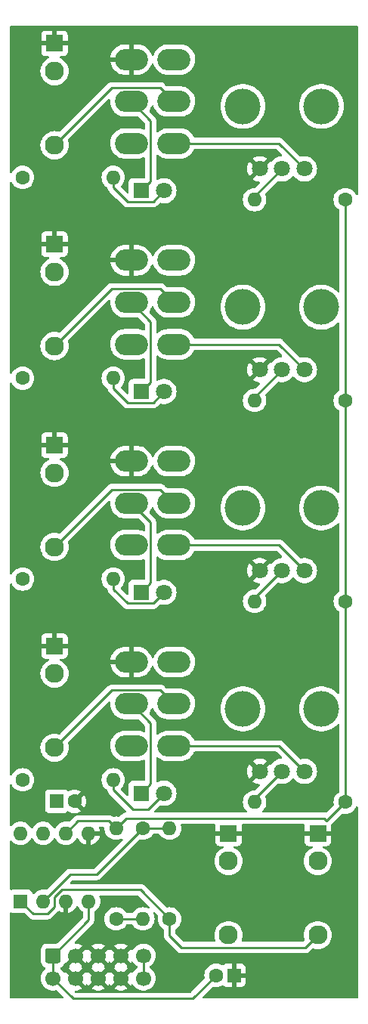
<source format=gtl>
G04 #@! TF.GenerationSoftware,KiCad,Pcbnew,7.0.7-7.0.7~ubuntu22.04.1*
G04 #@! TF.CreationDate,2023-10-13T14:43:32+01:00*
G04 #@! TF.ProjectId,Basic-DC-mixer,42617369-632d-4444-932d-6d697865722e,rev?*
G04 #@! TF.SameCoordinates,Original*
G04 #@! TF.FileFunction,Copper,L1,Top*
G04 #@! TF.FilePolarity,Positive*
%FSLAX46Y46*%
G04 Gerber Fmt 4.6, Leading zero omitted, Abs format (unit mm)*
G04 Created by KiCad (PCBNEW 7.0.7-7.0.7~ubuntu22.04.1) date 2023-10-13 14:43:32*
%MOMM*%
%LPD*%
G01*
G04 APERTURE LIST*
G04 #@! TA.AperFunction,WasherPad*
%ADD10C,4.000000*%
G04 #@! TD*
G04 #@! TA.AperFunction,ComponentPad*
%ADD11C,1.800000*%
G04 #@! TD*
G04 #@! TA.AperFunction,ComponentPad*
%ADD12R,1.930000X1.830000*%
G04 #@! TD*
G04 #@! TA.AperFunction,ComponentPad*
%ADD13C,2.130000*%
G04 #@! TD*
G04 #@! TA.AperFunction,ComponentPad*
%ADD14O,3.700000X2.400000*%
G04 #@! TD*
G04 #@! TA.AperFunction,ComponentPad*
%ADD15C,1.600000*%
G04 #@! TD*
G04 #@! TA.AperFunction,ComponentPad*
%ADD16O,1.600000X1.600000*%
G04 #@! TD*
G04 #@! TA.AperFunction,ComponentPad*
%ADD17R,1.800000X1.800000*%
G04 #@! TD*
G04 #@! TA.AperFunction,ComponentPad*
%ADD18R,1.600000X1.600000*%
G04 #@! TD*
G04 #@! TA.AperFunction,ComponentPad*
%ADD19C,1.700000*%
G04 #@! TD*
G04 #@! TA.AperFunction,Conductor*
%ADD20C,0.250000*%
G04 #@! TD*
G04 APERTURE END LIST*
D10*
X56600000Y-85550000D03*
X65400000Y-85550000D03*
D11*
X58500000Y-92550000D03*
X61000000Y-92550000D03*
X63500000Y-92550000D03*
D10*
X56600000Y-108050000D03*
X65400000Y-108050000D03*
D11*
X58500000Y-115050000D03*
X61000000Y-115050000D03*
X63500000Y-115050000D03*
D12*
X55000000Y-122000000D03*
D13*
X55000000Y-133400000D03*
X55000000Y-125100000D03*
D14*
X44100000Y-102800000D03*
X44100000Y-107500000D03*
X44100000Y-112200000D03*
X48900000Y-102800000D03*
X48900000Y-107500000D03*
X48900000Y-112200000D03*
D15*
X42400000Y-131580000D03*
D16*
X42400000Y-121420000D03*
D17*
X45225000Y-72500000D03*
D11*
X47765000Y-72500000D03*
D15*
X68080000Y-118500000D03*
D16*
X57920000Y-118500000D03*
D15*
X68080000Y-96000000D03*
D16*
X57920000Y-96000000D03*
D10*
X56600000Y-63050000D03*
X65400000Y-63050000D03*
D11*
X58500000Y-70050000D03*
X61000000Y-70050000D03*
X63500000Y-70050000D03*
D15*
X31920000Y-48500000D03*
D16*
X42080000Y-48500000D03*
D12*
X35500000Y-56000000D03*
D13*
X35500000Y-67400000D03*
X35500000Y-59100000D03*
D15*
X31920000Y-116000000D03*
D16*
X42080000Y-116000000D03*
D17*
X45225000Y-95000000D03*
D11*
X47765000Y-95000000D03*
D12*
X35500000Y-78500000D03*
D13*
X35500000Y-89900000D03*
X35500000Y-81600000D03*
D12*
X35500000Y-101000000D03*
D13*
X35500000Y-112400000D03*
X35500000Y-104100000D03*
D15*
X31920000Y-71000000D03*
D16*
X42080000Y-71000000D03*
D12*
X35500000Y-33500000D03*
D13*
X35500000Y-44900000D03*
X35500000Y-36600000D03*
D15*
X48400000Y-131580000D03*
D16*
X48400000Y-121420000D03*
D14*
X44100000Y-35300000D03*
X44100000Y-40000000D03*
X44100000Y-44700000D03*
X48900000Y-35300000D03*
X48900000Y-40000000D03*
X48900000Y-44700000D03*
D10*
X56600000Y-40550000D03*
X65400000Y-40550000D03*
D11*
X58500000Y-47550000D03*
X61000000Y-47550000D03*
X63500000Y-47550000D03*
D15*
X31920000Y-93500000D03*
D16*
X42080000Y-93500000D03*
D17*
X45225000Y-117500000D03*
D11*
X47765000Y-117500000D03*
D15*
X68080000Y-73500000D03*
D16*
X57920000Y-73500000D03*
D15*
X68080000Y-51000000D03*
D16*
X57920000Y-51000000D03*
D14*
X44100000Y-80300000D03*
X44100000Y-85000000D03*
X44100000Y-89700000D03*
X48900000Y-80300000D03*
X48900000Y-85000000D03*
X48900000Y-89700000D03*
X44100000Y-57800000D03*
X44100000Y-62500000D03*
X44100000Y-67200000D03*
X48900000Y-57800000D03*
X48900000Y-62500000D03*
X48900000Y-67200000D03*
D15*
X45400000Y-121420000D03*
D16*
X45400000Y-131580000D03*
D12*
X65000000Y-122000000D03*
D13*
X65000000Y-133400000D03*
X65000000Y-125100000D03*
D17*
X45225000Y-50000000D03*
D11*
X47765000Y-50000000D03*
D18*
X31700000Y-129600000D03*
D16*
X34240000Y-129600000D03*
X36780000Y-129600000D03*
X39320000Y-129600000D03*
X39320000Y-121980000D03*
X36780000Y-121980000D03*
X34240000Y-121980000D03*
X31700000Y-121980000D03*
D18*
X35744888Y-118400000D03*
D15*
X37744888Y-118400000D03*
D18*
X55600000Y-137900000D03*
D15*
X53600000Y-137900000D03*
G04 #@! TA.AperFunction,ComponentPad*
G36*
G01*
X34720000Y-134850000D02*
X35920000Y-134850000D01*
G75*
G02*
X36170000Y-135100000I0J-250000D01*
G01*
X36170000Y-136300000D01*
G75*
G02*
X35920000Y-136550000I-250000J0D01*
G01*
X34720000Y-136550000D01*
G75*
G02*
X34470000Y-136300000I0J250000D01*
G01*
X34470000Y-135100000D01*
G75*
G02*
X34720000Y-134850000I250000J0D01*
G01*
G37*
G04 #@! TD.AperFunction*
D19*
X35320000Y-138240000D03*
X37860000Y-135700000D03*
X37860000Y-138240000D03*
X40400000Y-135700000D03*
X40400000Y-138240000D03*
X42940000Y-135700000D03*
X42940000Y-138240000D03*
X45480000Y-135700000D03*
X45480000Y-138240000D03*
D20*
X45480000Y-138240000D02*
X45480000Y-135700000D01*
X39320000Y-131700000D02*
X35320000Y-135700000D01*
X39320000Y-129600000D02*
X39320000Y-131700000D01*
X35320000Y-138240000D02*
X37580000Y-140500000D01*
X51000000Y-140500000D02*
X53600000Y-137900000D01*
X37580000Y-140500000D02*
X51000000Y-140500000D01*
X35320000Y-135700000D02*
X35320000Y-138240000D01*
X46274520Y-42174520D02*
X44100000Y-40000000D01*
X45225000Y-50000000D02*
X46274520Y-48950480D01*
X46274520Y-48950480D02*
X46274520Y-42174520D01*
X42080000Y-48500000D02*
X42080000Y-49631370D01*
X43673141Y-51224511D02*
X46540489Y-51224511D01*
X42080000Y-49631370D02*
X43673141Y-51224511D01*
X46540489Y-51224511D02*
X47765000Y-50000000D01*
X45400000Y-131580000D02*
X42400000Y-131580000D01*
X47375480Y-105975480D02*
X41924520Y-105975480D01*
X48900000Y-107500000D02*
X47375480Y-105975480D01*
X41924520Y-105975480D02*
X35500000Y-112400000D01*
X46274520Y-71450480D02*
X46274520Y-64674520D01*
X45225000Y-72500000D02*
X46274520Y-71450480D01*
X46274520Y-64674520D02*
X44100000Y-62500000D01*
X46540489Y-73724511D02*
X43673141Y-73724511D01*
X47765000Y-72500000D02*
X46540489Y-73724511D01*
X43673141Y-73724511D02*
X42080000Y-72131370D01*
X42080000Y-72131370D02*
X42080000Y-71000000D01*
X61000000Y-47550000D02*
X57920000Y-50630000D01*
X57920000Y-50630000D02*
X57920000Y-51000000D01*
X57920000Y-73130000D02*
X57920000Y-73500000D01*
X61000000Y-70050000D02*
X57920000Y-73130000D01*
X44100000Y-85000000D02*
X46274520Y-87174520D01*
X46274520Y-93950480D02*
X45225000Y-95000000D01*
X46274520Y-87174520D02*
X46274520Y-93950480D01*
X57920000Y-95630000D02*
X57920000Y-96000000D01*
X61000000Y-92550000D02*
X57920000Y-95630000D01*
X61000000Y-115050000D02*
X57920000Y-118130000D01*
X57920000Y-118130000D02*
X57920000Y-118500000D01*
X42080000Y-94631370D02*
X43673141Y-96224511D01*
X43673141Y-96224511D02*
X46540489Y-96224511D01*
X46540489Y-96224511D02*
X47765000Y-95000000D01*
X42080000Y-93500000D02*
X42080000Y-94631370D01*
X46274520Y-116450480D02*
X45225000Y-117500000D01*
X44100000Y-107500000D02*
X46274520Y-109674520D01*
X46274520Y-109674520D02*
X46274520Y-116450480D01*
X42080000Y-116000000D02*
X42080000Y-117131370D01*
X42080000Y-117131370D02*
X44266224Y-119317594D01*
X44266224Y-119317594D02*
X45947406Y-119317594D01*
X45947406Y-119317594D02*
X47765000Y-117500000D01*
X68080000Y-73500000D02*
X68080000Y-96000000D01*
X68080000Y-118500000D02*
X66000000Y-120580000D01*
X38139999Y-120620001D02*
X36780000Y-121980000D01*
X68080000Y-51000000D02*
X68080000Y-73500000D01*
X42400000Y-121420000D02*
X41600001Y-120620001D01*
X66000000Y-120580000D02*
X65715000Y-120295000D01*
X68080000Y-96000000D02*
X68080000Y-118500000D01*
X43525000Y-120295000D02*
X42400000Y-121420000D01*
X41600001Y-120620001D02*
X38139999Y-120620001D01*
X65715000Y-120295000D02*
X43525000Y-120295000D01*
X34240000Y-129600000D02*
X37240000Y-126600000D01*
X48400000Y-121420000D02*
X45400000Y-121420000D01*
X37240000Y-126600000D02*
X40220000Y-126600000D01*
X40220000Y-126600000D02*
X45400000Y-121420000D01*
X48900000Y-40000000D02*
X47375480Y-38475480D01*
X47375480Y-38475480D02*
X41924520Y-38475480D01*
X41924520Y-38475480D02*
X35500000Y-44900000D01*
X48900000Y-62500000D02*
X47375480Y-60975480D01*
X47375480Y-60975480D02*
X41924520Y-60975480D01*
X41924520Y-60975480D02*
X35500000Y-67400000D01*
X35500000Y-130220991D02*
X35500000Y-129100000D01*
X63610489Y-134789511D02*
X49709511Y-134789511D01*
X33100000Y-131000000D02*
X34720991Y-131000000D01*
X36300000Y-128300000D02*
X45120000Y-128300000D01*
X45120000Y-128300000D02*
X48400000Y-131580000D01*
X31700000Y-129600000D02*
X33100000Y-131000000D01*
X65000000Y-133400000D02*
X63610489Y-134789511D01*
X48400000Y-131580000D02*
X48400000Y-133480000D01*
X35500000Y-129100000D02*
X36300000Y-128300000D01*
X48400000Y-133480000D02*
X49709511Y-134789511D01*
X34720991Y-131000000D02*
X35500000Y-130220991D01*
X48900000Y-85000000D02*
X47375480Y-83475480D01*
X47375480Y-83475480D02*
X41924520Y-83475480D01*
X41924520Y-83475480D02*
X35500000Y-89900000D01*
X63500000Y-47550000D02*
X60650000Y-44700000D01*
X60650000Y-44700000D02*
X48900000Y-44700000D01*
X48900000Y-67200000D02*
X60650000Y-67200000D01*
X60650000Y-67200000D02*
X63500000Y-70050000D01*
X60650000Y-89700000D02*
X48900000Y-89700000D01*
X63500000Y-92550000D02*
X60650000Y-89700000D01*
X63500000Y-115050000D02*
X60650000Y-112200000D01*
X60650000Y-112200000D02*
X48900000Y-112200000D01*
G04 #@! TA.AperFunction,Conductor*
G36*
X36671713Y-129987835D02*
G01*
X36748519Y-130000000D01*
X36748521Y-130000000D01*
X36811479Y-130000000D01*
X36811481Y-130000000D01*
X36888290Y-129987835D01*
X36958701Y-129996935D01*
X37013015Y-130042657D01*
X37033987Y-130110486D01*
X37034000Y-130112284D01*
X37034000Y-130886081D01*
X37229068Y-130833813D01*
X37229073Y-130833811D01*
X37436498Y-130737087D01*
X37623974Y-130605815D01*
X37623980Y-130605810D01*
X37785810Y-130443980D01*
X37785815Y-130443974D01*
X37917087Y-130256498D01*
X37935529Y-130216951D01*
X37982446Y-130163666D01*
X38050723Y-130144205D01*
X38118683Y-130164747D01*
X38163919Y-130216951D01*
X38182477Y-130256749D01*
X38312525Y-130442477D01*
X38313802Y-130444300D01*
X38475700Y-130606198D01*
X38475704Y-130606201D01*
X38475708Y-130606204D01*
X38632770Y-130716180D01*
X38677099Y-130771637D01*
X38686500Y-130819393D01*
X38686500Y-131385404D01*
X38666498Y-131453525D01*
X38649595Y-131474499D01*
X35819498Y-134304595D01*
X35757186Y-134338621D01*
X35730403Y-134341500D01*
X34669455Y-134341500D01*
X34565574Y-134352112D01*
X34397261Y-134407885D01*
X34246347Y-134500970D01*
X34246341Y-134500975D01*
X34120975Y-134626341D01*
X34120970Y-134626347D01*
X34027885Y-134777262D01*
X33972113Y-134945572D01*
X33972112Y-134945579D01*
X33961500Y-135049446D01*
X33961500Y-136350544D01*
X33972112Y-136454425D01*
X34027885Y-136622738D01*
X34120970Y-136773652D01*
X34120975Y-136773658D01*
X34246341Y-136899024D01*
X34246347Y-136899029D01*
X34246348Y-136899030D01*
X34397262Y-136992115D01*
X34397268Y-136992117D01*
X34403914Y-136995217D01*
X34402943Y-136997299D01*
X34452167Y-137031372D01*
X34479430Y-137096925D01*
X34466924Y-137166811D01*
X34431564Y-137210003D01*
X34396764Y-137237089D01*
X34244279Y-137402729D01*
X34244275Y-137402734D01*
X34121141Y-137591206D01*
X34030703Y-137797386D01*
X34030702Y-137797387D01*
X33975437Y-138015624D01*
X33975436Y-138015630D01*
X33975436Y-138015632D01*
X33956844Y-138240000D01*
X33974915Y-138458084D01*
X33975437Y-138464375D01*
X34030702Y-138682612D01*
X34030703Y-138682613D01*
X34030704Y-138682616D01*
X34059646Y-138748597D01*
X34121141Y-138888793D01*
X34244275Y-139077265D01*
X34244279Y-139077270D01*
X34396762Y-139242908D01*
X34451331Y-139285381D01*
X34574424Y-139381189D01*
X34772426Y-139488342D01*
X34772427Y-139488342D01*
X34772428Y-139488343D01*
X34884227Y-139526723D01*
X34985365Y-139561444D01*
X35207431Y-139598500D01*
X35207435Y-139598500D01*
X35432565Y-139598500D01*
X35432569Y-139598500D01*
X35654635Y-139561444D01*
X35654651Y-139561438D01*
X35657751Y-139560654D01*
X35659072Y-139560703D01*
X35659777Y-139560586D01*
X35659801Y-139560730D01*
X35728698Y-139563311D01*
X35777795Y-139593699D01*
X36468501Y-140284405D01*
X36502527Y-140346717D01*
X36497462Y-140417532D01*
X36454915Y-140474368D01*
X36388395Y-140499179D01*
X36379406Y-140499500D01*
X30626500Y-140499500D01*
X30558379Y-140479498D01*
X30511886Y-140425842D01*
X30500500Y-140373500D01*
X30500500Y-130975186D01*
X30520502Y-130907065D01*
X30574158Y-130860572D01*
X30644432Y-130850468D01*
X30670525Y-130857128D01*
X30758482Y-130889935D01*
X30790798Y-130901989D01*
X30790803Y-130901990D01*
X30851350Y-130908499D01*
X30851355Y-130908499D01*
X30851362Y-130908500D01*
X32060405Y-130908500D01*
X32128526Y-130928502D01*
X32149500Y-130945405D01*
X32592755Y-131388660D01*
X32602720Y-131401097D01*
X32602947Y-131400910D01*
X32607999Y-131407017D01*
X32659079Y-131454984D01*
X32680223Y-131476129D01*
X32680227Y-131476132D01*
X32680230Y-131476135D01*
X32685782Y-131480442D01*
X32690269Y-131484273D01*
X32711852Y-131504541D01*
X32724677Y-131516585D01*
X32724679Y-131516586D01*
X32742428Y-131526343D01*
X32758953Y-131537198D01*
X32774959Y-131549614D01*
X32815149Y-131567005D01*
X32818262Y-131568352D01*
X32823583Y-131570958D01*
X32864940Y-131593695D01*
X32864948Y-131593697D01*
X32884558Y-131598732D01*
X32903267Y-131605137D01*
X32921855Y-131613181D01*
X32968477Y-131620564D01*
X32974262Y-131621763D01*
X33019970Y-131633500D01*
X33040224Y-131633500D01*
X33059934Y-131635051D01*
X33062141Y-131635400D01*
X33079943Y-131638220D01*
X33114472Y-131634956D01*
X33126917Y-131633780D01*
X33132850Y-131633500D01*
X34637138Y-131633500D01*
X34652979Y-131635249D01*
X34653007Y-131634956D01*
X34660893Y-131635700D01*
X34660900Y-131635702D01*
X34730949Y-131633500D01*
X34760847Y-131633500D01*
X34767809Y-131632619D01*
X34773710Y-131632154D01*
X34820880Y-131630673D01*
X34840338Y-131625019D01*
X34859685Y-131621013D01*
X34879788Y-131618474D01*
X34923670Y-131601099D01*
X34929265Y-131599183D01*
X34957807Y-131590891D01*
X34974582Y-131586019D01*
X34974586Y-131586017D01*
X34992017Y-131575708D01*
X35009771Y-131567009D01*
X35028608Y-131559552D01*
X35066777Y-131531818D01*
X35071735Y-131528562D01*
X35112353Y-131504542D01*
X35126676Y-131490218D01*
X35141715Y-131477374D01*
X35158098Y-131465472D01*
X35188184Y-131429103D01*
X35192152Y-131424741D01*
X35888657Y-130728236D01*
X35901097Y-130718273D01*
X35900908Y-130718045D01*
X35913132Y-130707934D01*
X35914609Y-130709719D01*
X35965738Y-130679677D01*
X36036678Y-130682512D01*
X36068651Y-130698681D01*
X36123501Y-130737087D01*
X36330926Y-130833811D01*
X36330931Y-130833813D01*
X36526000Y-130886081D01*
X36526000Y-130112284D01*
X36546002Y-130044163D01*
X36599658Y-129997670D01*
X36669932Y-129987566D01*
X36671713Y-129987835D01*
G37*
G04 #@! TD.AperFunction*
G04 #@! TA.AperFunction,Conductor*
G36*
X69442457Y-119014942D02*
G01*
X69488524Y-119068965D01*
X69499499Y-119120397D01*
X69499500Y-140373500D01*
X69479498Y-140441621D01*
X69425842Y-140488114D01*
X69373500Y-140499500D01*
X52200594Y-140499500D01*
X52132473Y-140479498D01*
X52085980Y-140425842D01*
X52075876Y-140355568D01*
X52105370Y-140290988D01*
X52111486Y-140284417D01*
X53186754Y-139209148D01*
X53249063Y-139175126D01*
X53308457Y-139176539D01*
X53371913Y-139193543D01*
X53600000Y-139213498D01*
X53828087Y-139193543D01*
X54049243Y-139134284D01*
X54256749Y-139037523D01*
X54262613Y-139033416D01*
X54329881Y-139010725D01*
X54398743Y-139028003D01*
X54430680Y-139056574D01*
X54430723Y-139056532D01*
X54431486Y-139057295D01*
X54435756Y-139061115D01*
X54437094Y-139062903D01*
X54554034Y-139150444D01*
X54690906Y-139201494D01*
X54751402Y-139207999D01*
X54751415Y-139208000D01*
X55346000Y-139208000D01*
X55346000Y-138412284D01*
X55366002Y-138344163D01*
X55419658Y-138297670D01*
X55489932Y-138287566D01*
X55491713Y-138287835D01*
X55568519Y-138300000D01*
X55568521Y-138300000D01*
X55631479Y-138300000D01*
X55631481Y-138300000D01*
X55708290Y-138287835D01*
X55778701Y-138296935D01*
X55833015Y-138342657D01*
X55853987Y-138410486D01*
X55854000Y-138412284D01*
X55854000Y-139208000D01*
X56448585Y-139208000D01*
X56448597Y-139207999D01*
X56509093Y-139201494D01*
X56645964Y-139150444D01*
X56645965Y-139150444D01*
X56762904Y-139062904D01*
X56850444Y-138945965D01*
X56850444Y-138945964D01*
X56901494Y-138809093D01*
X56907999Y-138748597D01*
X56908000Y-138748585D01*
X56908000Y-138154000D01*
X56112284Y-138154000D01*
X56044163Y-138133998D01*
X55997670Y-138080342D01*
X55987566Y-138010068D01*
X55987835Y-138008290D01*
X55994641Y-137965316D01*
X56004986Y-137900000D01*
X55987834Y-137791710D01*
X55996935Y-137721299D01*
X56042657Y-137666985D01*
X56110485Y-137646013D01*
X56112284Y-137646000D01*
X56908000Y-137646000D01*
X56908000Y-137051414D01*
X56907999Y-137051402D01*
X56901494Y-136990906D01*
X56850444Y-136854035D01*
X56850444Y-136854034D01*
X56762904Y-136737095D01*
X56645965Y-136649555D01*
X56509093Y-136598505D01*
X56448597Y-136592000D01*
X55854000Y-136592000D01*
X55854000Y-137387715D01*
X55833998Y-137455836D01*
X55780342Y-137502329D01*
X55710068Y-137512433D01*
X55708292Y-137512164D01*
X55631481Y-137500000D01*
X55568519Y-137500000D01*
X55491708Y-137512164D01*
X55421297Y-137503063D01*
X55366984Y-137457340D01*
X55346013Y-137389512D01*
X55346000Y-137387715D01*
X55346000Y-136592000D01*
X54751402Y-136592000D01*
X54690906Y-136598505D01*
X54554035Y-136649555D01*
X54554034Y-136649555D01*
X54437095Y-136737095D01*
X54435751Y-136738892D01*
X54433954Y-136740236D01*
X54430724Y-136743467D01*
X54430259Y-136743002D01*
X54378912Y-136781433D01*
X54308095Y-136786492D01*
X54262622Y-136766589D01*
X54256749Y-136762477D01*
X54256748Y-136762476D01*
X54256746Y-136762475D01*
X54049246Y-136665717D01*
X54049240Y-136665715D01*
X53888848Y-136622738D01*
X53828087Y-136606457D01*
X53600000Y-136586502D01*
X53371913Y-136606457D01*
X53150759Y-136665715D01*
X53150753Y-136665717D01*
X52943250Y-136762477D01*
X52755703Y-136893799D01*
X52755697Y-136893804D01*
X52593804Y-137055697D01*
X52593799Y-137055703D01*
X52462477Y-137243250D01*
X52365717Y-137450753D01*
X52365715Y-137450759D01*
X52306457Y-137671913D01*
X52286502Y-137900000D01*
X52306457Y-138128090D01*
X52323459Y-138191540D01*
X52321769Y-138262516D01*
X52290847Y-138313246D01*
X50774498Y-139829596D01*
X50712188Y-139863620D01*
X50685405Y-139866500D01*
X37894594Y-139866500D01*
X37826473Y-139846498D01*
X37805499Y-139829595D01*
X37788999Y-139813095D01*
X37754973Y-139750783D01*
X37760038Y-139679968D01*
X37802585Y-139623132D01*
X37869105Y-139598321D01*
X37878094Y-139598000D01*
X37972523Y-139598000D01*
X38194509Y-139560957D01*
X38194516Y-139560955D01*
X38407369Y-139487883D01*
X38407371Y-139487882D01*
X38605298Y-139380768D01*
X38605302Y-139380766D01*
X38625688Y-139364898D01*
X38117427Y-138856638D01*
X38083402Y-138794325D01*
X38088466Y-138723510D01*
X38127145Y-138671840D01*
X38126289Y-138670853D01*
X38130830Y-138666917D01*
X38131013Y-138666674D01*
X38131510Y-138666328D01*
X38133095Y-138664953D01*
X38133100Y-138664952D01*
X38241761Y-138570798D01*
X38277824Y-138514681D01*
X38331478Y-138468189D01*
X38401752Y-138458084D01*
X38466333Y-138487576D01*
X38472918Y-138493707D01*
X38983076Y-139003866D01*
X39024516Y-138940440D01*
X39078520Y-138894352D01*
X39148868Y-138884777D01*
X39213225Y-138914755D01*
X39235481Y-138940439D01*
X39276921Y-139003866D01*
X39276922Y-139003866D01*
X39787081Y-138493706D01*
X39849394Y-138459681D01*
X39920209Y-138464745D01*
X39977045Y-138507292D01*
X39982162Y-138514661D01*
X40018239Y-138570798D01*
X40126900Y-138664952D01*
X40126901Y-138664952D01*
X40133711Y-138670853D01*
X40131686Y-138673189D01*
X40168084Y-138715187D01*
X40178195Y-138785460D01*
X40148709Y-138850043D01*
X40142572Y-138856636D01*
X39634310Y-139364898D01*
X39654694Y-139380763D01*
X39654696Y-139380765D01*
X39852632Y-139487883D01*
X40065483Y-139560955D01*
X40065490Y-139560957D01*
X40287477Y-139598000D01*
X40512523Y-139598000D01*
X40734509Y-139560957D01*
X40734516Y-139560955D01*
X40947369Y-139487883D01*
X40947371Y-139487882D01*
X41145298Y-139380768D01*
X41145302Y-139380766D01*
X41165688Y-139364898D01*
X40657427Y-138856638D01*
X40623402Y-138794325D01*
X40628466Y-138723510D01*
X40667145Y-138671840D01*
X40666289Y-138670853D01*
X40670830Y-138666917D01*
X40671013Y-138666674D01*
X40671510Y-138666328D01*
X40673095Y-138664953D01*
X40673100Y-138664952D01*
X40781761Y-138570798D01*
X40817824Y-138514681D01*
X40871478Y-138468189D01*
X40941752Y-138458084D01*
X41006333Y-138487576D01*
X41012918Y-138493707D01*
X41523076Y-139003866D01*
X41564516Y-138940440D01*
X41618520Y-138894352D01*
X41688868Y-138884777D01*
X41753225Y-138914755D01*
X41775481Y-138940439D01*
X41816921Y-139003866D01*
X41816922Y-139003866D01*
X42327081Y-138493706D01*
X42389394Y-138459681D01*
X42460209Y-138464745D01*
X42517045Y-138507292D01*
X42522162Y-138514661D01*
X42558239Y-138570798D01*
X42666900Y-138664952D01*
X42666901Y-138664952D01*
X42673711Y-138670853D01*
X42671686Y-138673189D01*
X42708084Y-138715187D01*
X42718195Y-138785460D01*
X42688709Y-138850043D01*
X42682572Y-138856636D01*
X42174310Y-139364898D01*
X42194694Y-139380763D01*
X42194696Y-139380765D01*
X42392632Y-139487883D01*
X42605483Y-139560955D01*
X42605490Y-139560957D01*
X42827477Y-139598000D01*
X43052523Y-139598000D01*
X43274509Y-139560957D01*
X43274516Y-139560955D01*
X43487369Y-139487883D01*
X43487371Y-139487882D01*
X43685298Y-139380768D01*
X43685302Y-139380766D01*
X43705688Y-139364898D01*
X43197427Y-138856638D01*
X43163402Y-138794325D01*
X43168466Y-138723510D01*
X43207145Y-138671840D01*
X43206289Y-138670853D01*
X43210830Y-138666917D01*
X43211013Y-138666674D01*
X43211510Y-138666328D01*
X43213095Y-138664953D01*
X43213100Y-138664952D01*
X43321761Y-138570798D01*
X43357824Y-138514681D01*
X43411478Y-138468189D01*
X43481752Y-138458084D01*
X43546333Y-138487576D01*
X43552918Y-138493707D01*
X44063077Y-139003866D01*
X44104218Y-138940898D01*
X44158222Y-138894810D01*
X44228570Y-138885235D01*
X44292927Y-138915213D01*
X44315183Y-138940898D01*
X44404279Y-139077270D01*
X44556762Y-139242908D01*
X44611331Y-139285381D01*
X44734424Y-139381189D01*
X44932426Y-139488342D01*
X44932427Y-139488342D01*
X44932428Y-139488343D01*
X45044227Y-139526723D01*
X45145365Y-139561444D01*
X45367431Y-139598500D01*
X45367435Y-139598500D01*
X45592565Y-139598500D01*
X45592569Y-139598500D01*
X45814635Y-139561444D01*
X46027574Y-139488342D01*
X46225576Y-139381189D01*
X46403240Y-139242906D01*
X46555722Y-139077268D01*
X46678860Y-138888791D01*
X46769296Y-138682616D01*
X46824564Y-138464368D01*
X46843156Y-138240000D01*
X46824564Y-138015632D01*
X46773769Y-137815048D01*
X46769297Y-137797387D01*
X46769296Y-137797386D01*
X46769296Y-137797384D01*
X46678860Y-137591209D01*
X46644816Y-137539101D01*
X46555724Y-137402734D01*
X46555720Y-137402729D01*
X46403237Y-137237091D01*
X46294399Y-137152379D01*
X46225576Y-137098811D01*
X46222091Y-137096925D01*
X46192318Y-137080812D01*
X46141928Y-137030798D01*
X46126576Y-136961481D01*
X46151137Y-136894869D01*
X46192315Y-136859188D01*
X46225576Y-136841189D01*
X46403240Y-136702906D01*
X46555722Y-136537268D01*
X46678860Y-136348791D01*
X46769296Y-136142616D01*
X46824564Y-135924368D01*
X46843156Y-135700000D01*
X46824564Y-135475632D01*
X46811796Y-135425212D01*
X46769297Y-135257387D01*
X46769296Y-135257386D01*
X46769296Y-135257384D01*
X46678860Y-135051209D01*
X46644817Y-134999102D01*
X46555724Y-134862734D01*
X46555720Y-134862729D01*
X46403237Y-134697091D01*
X46321382Y-134633381D01*
X46225576Y-134558811D01*
X46027574Y-134451658D01*
X46027572Y-134451657D01*
X46027571Y-134451656D01*
X45814639Y-134378557D01*
X45814630Y-134378555D01*
X45770476Y-134371187D01*
X45592569Y-134341500D01*
X45367431Y-134341500D01*
X45219210Y-134366233D01*
X45145369Y-134378555D01*
X45145360Y-134378557D01*
X44932428Y-134451656D01*
X44932426Y-134451658D01*
X44734426Y-134558810D01*
X44734424Y-134558811D01*
X44556762Y-134697091D01*
X44404279Y-134862729D01*
X44315183Y-134999102D01*
X44261179Y-135045190D01*
X44190831Y-135054765D01*
X44126474Y-135024788D01*
X44104218Y-134999102D01*
X44063076Y-134936132D01*
X43552916Y-135446292D01*
X43490604Y-135480317D01*
X43419788Y-135475252D01*
X43362953Y-135432705D01*
X43357836Y-135425336D01*
X43321761Y-135369202D01*
X43213100Y-135275048D01*
X43213098Y-135275047D01*
X43206289Y-135269147D01*
X43208312Y-135266811D01*
X43171912Y-135224809D01*
X43161802Y-135154536D01*
X43191290Y-135089952D01*
X43197426Y-135083361D01*
X43705688Y-134575099D01*
X43685306Y-134559235D01*
X43685299Y-134559230D01*
X43487371Y-134452118D01*
X43487369Y-134452116D01*
X43274516Y-134379044D01*
X43274509Y-134379042D01*
X43052523Y-134342000D01*
X42827477Y-134342000D01*
X42605490Y-134379042D01*
X42605483Y-134379044D01*
X42392630Y-134452116D01*
X42392628Y-134452118D01*
X42194700Y-134559230D01*
X42174310Y-134575099D01*
X42174310Y-134575100D01*
X42682572Y-135083361D01*
X42716597Y-135145674D01*
X42711533Y-135216489D01*
X42672854Y-135268157D01*
X42673711Y-135269147D01*
X42669164Y-135273086D01*
X42668986Y-135273325D01*
X42668498Y-135273663D01*
X42558238Y-135369202D01*
X42522175Y-135425318D01*
X42468519Y-135471811D01*
X42398245Y-135481914D01*
X42333664Y-135452421D01*
X42327082Y-135446292D01*
X41816922Y-134936132D01*
X41816921Y-134936132D01*
X41775482Y-134999560D01*
X41721478Y-135045648D01*
X41651130Y-135055223D01*
X41586773Y-135025245D01*
X41564516Y-134999560D01*
X41523076Y-134936132D01*
X41012916Y-135446292D01*
X40950604Y-135480317D01*
X40879788Y-135475252D01*
X40822953Y-135432705D01*
X40817836Y-135425336D01*
X40781761Y-135369202D01*
X40673100Y-135275048D01*
X40673098Y-135275047D01*
X40666289Y-135269147D01*
X40668312Y-135266811D01*
X40631912Y-135224809D01*
X40621802Y-135154536D01*
X40651290Y-135089952D01*
X40657426Y-135083361D01*
X41165688Y-134575099D01*
X41145306Y-134559235D01*
X41145299Y-134559230D01*
X40947371Y-134452118D01*
X40947369Y-134452116D01*
X40734516Y-134379044D01*
X40734509Y-134379042D01*
X40512523Y-134342000D01*
X40287477Y-134342000D01*
X40065490Y-134379042D01*
X40065483Y-134379044D01*
X39852630Y-134452116D01*
X39852628Y-134452118D01*
X39654700Y-134559230D01*
X39634310Y-134575099D01*
X39634310Y-134575100D01*
X40142572Y-135083361D01*
X40176597Y-135145674D01*
X40171533Y-135216489D01*
X40132854Y-135268157D01*
X40133711Y-135269147D01*
X40129164Y-135273086D01*
X40128986Y-135273325D01*
X40128498Y-135273663D01*
X40018238Y-135369202D01*
X39982175Y-135425318D01*
X39928519Y-135471811D01*
X39858245Y-135481914D01*
X39793664Y-135452421D01*
X39787082Y-135446292D01*
X39276922Y-134936132D01*
X39276921Y-134936132D01*
X39235482Y-134999560D01*
X39181478Y-135045648D01*
X39111130Y-135055223D01*
X39046773Y-135025245D01*
X39024516Y-134999560D01*
X38983076Y-134936132D01*
X38472916Y-135446292D01*
X38410604Y-135480317D01*
X38339788Y-135475252D01*
X38282953Y-135432705D01*
X38277836Y-135425336D01*
X38241761Y-135369202D01*
X38133100Y-135275048D01*
X38133098Y-135275047D01*
X38126289Y-135269147D01*
X38128312Y-135266811D01*
X38091912Y-135224809D01*
X38081802Y-135154536D01*
X38111290Y-135089952D01*
X38117426Y-135083361D01*
X38625688Y-134575099D01*
X38605306Y-134559235D01*
X38605299Y-134559230D01*
X38407371Y-134452118D01*
X38407369Y-134452116D01*
X38194516Y-134379044D01*
X38194509Y-134379042D01*
X37972523Y-134342000D01*
X37878092Y-134342000D01*
X37809971Y-134321998D01*
X37763478Y-134268342D01*
X37753374Y-134198068D01*
X37782868Y-134133488D01*
X37788983Y-134126919D01*
X39708657Y-132207245D01*
X39721092Y-132197284D01*
X39720905Y-132197057D01*
X39727009Y-132192005D01*
X39727018Y-132192000D01*
X39774999Y-132140904D01*
X39796134Y-132119770D01*
X39800429Y-132114232D01*
X39804271Y-132109731D01*
X39836586Y-132075321D01*
X39846345Y-132057567D01*
X39857197Y-132041046D01*
X39869613Y-132025041D01*
X39888347Y-131981748D01*
X39890961Y-131976412D01*
X39913694Y-131935061D01*
X39913695Y-131935060D01*
X39918733Y-131915435D01*
X39925138Y-131896730D01*
X39933181Y-131878145D01*
X39940561Y-131831547D01*
X39941762Y-131825740D01*
X39953500Y-131780030D01*
X39953500Y-131759774D01*
X39955051Y-131740063D01*
X39958220Y-131720057D01*
X39955629Y-131692651D01*
X39953780Y-131673080D01*
X39953500Y-131667148D01*
X39953500Y-130819393D01*
X39973502Y-130751272D01*
X40007230Y-130716180D01*
X40164291Y-130606204D01*
X40164300Y-130606198D01*
X40326198Y-130444300D01*
X40457523Y-130256749D01*
X40554284Y-130049243D01*
X40613543Y-129828087D01*
X40633498Y-129600000D01*
X40613543Y-129371913D01*
X40554284Y-129150757D01*
X40536560Y-129112749D01*
X40525900Y-129042558D01*
X40554880Y-128977746D01*
X40614300Y-128938889D01*
X40650756Y-128933500D01*
X44805406Y-128933500D01*
X44873527Y-128953502D01*
X44894501Y-128970405D01*
X46131993Y-130207897D01*
X46166019Y-130270209D01*
X46160954Y-130341024D01*
X46118407Y-130397860D01*
X46051887Y-130422671D01*
X45989649Y-130411187D01*
X45849250Y-130345719D01*
X45849246Y-130345717D01*
X45849243Y-130345716D01*
X45849241Y-130345715D01*
X45849240Y-130345715D01*
X45755771Y-130320670D01*
X45628087Y-130286457D01*
X45400000Y-130266502D01*
X45171913Y-130286457D01*
X44950759Y-130345715D01*
X44950753Y-130345717D01*
X44743250Y-130442477D01*
X44555703Y-130573799D01*
X44555697Y-130573804D01*
X44393804Y-130735697D01*
X44393799Y-130735703D01*
X44283819Y-130892771D01*
X44228362Y-130937099D01*
X44180606Y-130946500D01*
X43619394Y-130946500D01*
X43551273Y-130926498D01*
X43516181Y-130892771D01*
X43406200Y-130735703D01*
X43406195Y-130735697D01*
X43244302Y-130573804D01*
X43244296Y-130573799D01*
X43056749Y-130442477D01*
X42849246Y-130345717D01*
X42849240Y-130345715D01*
X42755771Y-130320670D01*
X42628087Y-130286457D01*
X42400000Y-130266502D01*
X42171913Y-130286457D01*
X41950759Y-130345715D01*
X41950753Y-130345717D01*
X41743250Y-130442477D01*
X41555703Y-130573799D01*
X41555697Y-130573804D01*
X41393804Y-130735697D01*
X41393799Y-130735703D01*
X41262477Y-130923250D01*
X41165717Y-131130753D01*
X41165716Y-131130757D01*
X41106457Y-131351913D01*
X41086502Y-131580000D01*
X41106457Y-131808087D01*
X41132648Y-131905833D01*
X41165715Y-132029240D01*
X41165717Y-132029246D01*
X41174872Y-132048878D01*
X41262477Y-132236749D01*
X41393802Y-132424300D01*
X41555700Y-132586198D01*
X41743251Y-132717523D01*
X41950757Y-132814284D01*
X42171913Y-132873543D01*
X42400000Y-132893498D01*
X42628087Y-132873543D01*
X42849243Y-132814284D01*
X43056749Y-132717523D01*
X43244300Y-132586198D01*
X43406198Y-132424300D01*
X43516180Y-132267229D01*
X43571638Y-132222901D01*
X43619394Y-132213500D01*
X44180606Y-132213500D01*
X44248727Y-132233502D01*
X44283819Y-132267229D01*
X44295511Y-132283927D01*
X44393802Y-132424300D01*
X44555700Y-132586198D01*
X44743251Y-132717523D01*
X44950757Y-132814284D01*
X45171913Y-132873543D01*
X45400000Y-132893498D01*
X45628087Y-132873543D01*
X45849243Y-132814284D01*
X46056749Y-132717523D01*
X46244300Y-132586198D01*
X46406198Y-132424300D01*
X46537523Y-132236749D01*
X46634284Y-132029243D01*
X46693543Y-131808087D01*
X46713498Y-131580000D01*
X46693543Y-131351913D01*
X46634284Y-131130757D01*
X46568811Y-130990350D01*
X46558151Y-130920159D01*
X46587131Y-130855346D01*
X46646551Y-130816490D01*
X46717545Y-130815927D01*
X46772102Y-130848006D01*
X47090847Y-131166751D01*
X47124873Y-131229063D01*
X47123459Y-131288456D01*
X47106458Y-131351907D01*
X47106457Y-131351910D01*
X47106457Y-131351913D01*
X47086502Y-131580000D01*
X47106457Y-131808087D01*
X47132648Y-131905833D01*
X47165715Y-132029240D01*
X47165717Y-132029246D01*
X47174872Y-132048878D01*
X47262477Y-132236749D01*
X47393802Y-132424300D01*
X47555700Y-132586198D01*
X47555703Y-132586200D01*
X47555708Y-132586204D01*
X47712770Y-132696180D01*
X47757099Y-132751637D01*
X47766500Y-132799393D01*
X47766500Y-133396146D01*
X47764751Y-133411988D01*
X47765044Y-133412016D01*
X47764298Y-133419907D01*
X47766500Y-133489957D01*
X47766500Y-133519851D01*
X47766501Y-133519872D01*
X47767378Y-133526820D01*
X47767844Y-133532732D01*
X47769326Y-133579888D01*
X47769327Y-133579893D01*
X47774977Y-133599339D01*
X47778986Y-133618697D01*
X47781525Y-133638793D01*
X47781526Y-133638799D01*
X47798893Y-133682662D01*
X47800816Y-133688279D01*
X47813982Y-133733593D01*
X47824294Y-133751031D01*
X47832988Y-133768779D01*
X47840444Y-133787609D01*
X47840450Y-133787620D01*
X47868177Y-133825783D01*
X47871437Y-133830746D01*
X47895460Y-133871365D01*
X47909779Y-133885684D01*
X47922617Y-133900714D01*
X47932156Y-133913843D01*
X47934528Y-133917107D01*
X47962794Y-133940491D01*
X47970886Y-133947185D01*
X47975267Y-133951171D01*
X48599195Y-134575099D01*
X49202264Y-135178168D01*
X49212231Y-135190608D01*
X49212458Y-135190421D01*
X49217510Y-135196528D01*
X49268606Y-135244510D01*
X49289736Y-135265641D01*
X49295279Y-135269941D01*
X49299792Y-135273796D01*
X49334190Y-135306097D01*
X49334191Y-135306097D01*
X49334193Y-135306099D01*
X49351940Y-135315855D01*
X49368470Y-135326713D01*
X49384470Y-135339124D01*
X49407436Y-135349062D01*
X49427762Y-135357858D01*
X49433096Y-135360470D01*
X49474451Y-135383206D01*
X49494073Y-135388244D01*
X49512774Y-135394646D01*
X49525325Y-135400078D01*
X49531363Y-135402691D01*
X49531364Y-135402691D01*
X49531366Y-135402692D01*
X49577988Y-135410075D01*
X49583773Y-135411274D01*
X49629481Y-135423011D01*
X49649735Y-135423011D01*
X49669445Y-135424562D01*
X49671652Y-135424911D01*
X49689454Y-135427731D01*
X49723983Y-135424467D01*
X49736428Y-135423291D01*
X49742361Y-135423011D01*
X63526636Y-135423011D01*
X63542477Y-135424760D01*
X63542505Y-135424467D01*
X63550391Y-135425211D01*
X63550398Y-135425213D01*
X63620447Y-135423011D01*
X63650345Y-135423011D01*
X63657307Y-135422130D01*
X63663208Y-135421665D01*
X63710378Y-135420184D01*
X63729836Y-135414530D01*
X63749183Y-135410524D01*
X63769286Y-135407985D01*
X63813168Y-135390610D01*
X63818763Y-135388694D01*
X63847305Y-135380402D01*
X63864080Y-135375530D01*
X63864084Y-135375528D01*
X63881515Y-135365219D01*
X63899269Y-135356520D01*
X63918106Y-135349063D01*
X63956275Y-135321329D01*
X63961233Y-135318073D01*
X64001851Y-135294053D01*
X64016174Y-135279729D01*
X64031213Y-135266885D01*
X64032920Y-135265645D01*
X64047596Y-135254983D01*
X64077682Y-135218614D01*
X64081650Y-135214252D01*
X64369664Y-134926238D01*
X64431974Y-134892214D01*
X64502789Y-134897279D01*
X64506969Y-134898924D01*
X64512258Y-134901115D01*
X64753089Y-134958934D01*
X65000000Y-134978366D01*
X65246911Y-134958934D01*
X65487742Y-134901115D01*
X65716563Y-134806334D01*
X65927740Y-134676925D01*
X66116073Y-134516073D01*
X66276925Y-134327740D01*
X66406334Y-134116563D01*
X66501115Y-133887742D01*
X66558934Y-133646911D01*
X66578366Y-133400000D01*
X66558934Y-133153089D01*
X66501115Y-132912258D01*
X66406334Y-132683437D01*
X66276925Y-132472260D01*
X66235965Y-132424302D01*
X66116073Y-132283926D01*
X65927743Y-132123077D01*
X65927741Y-132123076D01*
X65927740Y-132123075D01*
X65716563Y-131993666D01*
X65687790Y-131981748D01*
X65487742Y-131898885D01*
X65478766Y-131896730D01*
X65246911Y-131841066D01*
X65246912Y-131841066D01*
X65000000Y-131821634D01*
X64753088Y-131841066D01*
X64512257Y-131898885D01*
X64283438Y-131993665D01*
X64072258Y-132123076D01*
X64072256Y-132123077D01*
X63883926Y-132283926D01*
X63723077Y-132472256D01*
X63723076Y-132472258D01*
X63593665Y-132683438D01*
X63498885Y-132912257D01*
X63441066Y-133153088D01*
X63421634Y-133400000D01*
X63441066Y-133646911D01*
X63474847Y-133787620D01*
X63498885Y-133887742D01*
X63501073Y-133893024D01*
X63508661Y-133963613D01*
X63476880Y-134027100D01*
X63473759Y-134030333D01*
X63384989Y-134119105D01*
X63322678Y-134153131D01*
X63295893Y-134156011D01*
X56578566Y-134156011D01*
X56510445Y-134136009D01*
X56463952Y-134082353D01*
X56453848Y-134012079D01*
X56462154Y-133981799D01*
X56501115Y-133887742D01*
X56558934Y-133646911D01*
X56578366Y-133400000D01*
X56558934Y-133153089D01*
X56501115Y-132912258D01*
X56406334Y-132683437D01*
X56276925Y-132472260D01*
X56235965Y-132424302D01*
X56116073Y-132283926D01*
X55927743Y-132123077D01*
X55927741Y-132123076D01*
X55927740Y-132123075D01*
X55716563Y-131993666D01*
X55687790Y-131981748D01*
X55487742Y-131898885D01*
X55478766Y-131896730D01*
X55246911Y-131841066D01*
X55246912Y-131841066D01*
X55052045Y-131825730D01*
X55000000Y-131821634D01*
X54999999Y-131821634D01*
X54753088Y-131841066D01*
X54512257Y-131898885D01*
X54283438Y-131993665D01*
X54072258Y-132123076D01*
X54072256Y-132123077D01*
X53883926Y-132283926D01*
X53723077Y-132472256D01*
X53723076Y-132472258D01*
X53593665Y-132683438D01*
X53498885Y-132912257D01*
X53498885Y-132912258D01*
X53441066Y-133153089D01*
X53421634Y-133400000D01*
X53422580Y-133412016D01*
X53441066Y-133646911D01*
X53474847Y-133787620D01*
X53498885Y-133887742D01*
X53537843Y-133981795D01*
X53545432Y-134052382D01*
X53513653Y-134115869D01*
X53452595Y-134152097D01*
X53421434Y-134156011D01*
X50024106Y-134156011D01*
X49955985Y-134136009D01*
X49935011Y-134119106D01*
X49070405Y-133254500D01*
X49036379Y-133192188D01*
X49033500Y-133165405D01*
X49033500Y-132799393D01*
X49053502Y-132731272D01*
X49087230Y-132696180D01*
X49244291Y-132586204D01*
X49244300Y-132586198D01*
X49406198Y-132424300D01*
X49537523Y-132236749D01*
X49634284Y-132029243D01*
X49693543Y-131808087D01*
X49713498Y-131580000D01*
X49693543Y-131351913D01*
X49634284Y-131130757D01*
X49537523Y-130923251D01*
X49406198Y-130735700D01*
X49244300Y-130573802D01*
X49204640Y-130546032D01*
X49056749Y-130442477D01*
X48849246Y-130345717D01*
X48849240Y-130345715D01*
X48755771Y-130320670D01*
X48628087Y-130286457D01*
X48400000Y-130266502D01*
X48171913Y-130286457D01*
X48171910Y-130286457D01*
X48171907Y-130286458D01*
X48108457Y-130303459D01*
X48037481Y-130301769D01*
X47986752Y-130270847D01*
X45627244Y-127911339D01*
X45617279Y-127898901D01*
X45617052Y-127899090D01*
X45612001Y-127892984D01*
X45612000Y-127892982D01*
X45560921Y-127845016D01*
X45539777Y-127823871D01*
X45539772Y-127823866D01*
X45534225Y-127819563D01*
X45529717Y-127815712D01*
X45495325Y-127783417D01*
X45495319Y-127783413D01*
X45477563Y-127773651D01*
X45461047Y-127762802D01*
X45445041Y-127750386D01*
X45414289Y-127737078D01*
X45401740Y-127731648D01*
X45396408Y-127729036D01*
X45355061Y-127706305D01*
X45335436Y-127701266D01*
X45316736Y-127694864D01*
X45298145Y-127686819D01*
X45298143Y-127686818D01*
X45298142Y-127686818D01*
X45251542Y-127679437D01*
X45245729Y-127678233D01*
X45200030Y-127666500D01*
X45179776Y-127666500D01*
X45160066Y-127664949D01*
X45140057Y-127661780D01*
X45140056Y-127661780D01*
X45093083Y-127666220D01*
X45087150Y-127666500D01*
X37373594Y-127666500D01*
X37305473Y-127646498D01*
X37258980Y-127592842D01*
X37248876Y-127522568D01*
X37278370Y-127457988D01*
X37284499Y-127451405D01*
X37465499Y-127270405D01*
X37527811Y-127236379D01*
X37554594Y-127233500D01*
X40136147Y-127233500D01*
X40151988Y-127235249D01*
X40152016Y-127234956D01*
X40159902Y-127235700D01*
X40159909Y-127235702D01*
X40229958Y-127233500D01*
X40259856Y-127233500D01*
X40266818Y-127232619D01*
X40272719Y-127232154D01*
X40319889Y-127230673D01*
X40339347Y-127225019D01*
X40358694Y-127221013D01*
X40378797Y-127218474D01*
X40422679Y-127201099D01*
X40428274Y-127199183D01*
X40456816Y-127190891D01*
X40473591Y-127186019D01*
X40473595Y-127186017D01*
X40491026Y-127175708D01*
X40508780Y-127167009D01*
X40527617Y-127159552D01*
X40565786Y-127131818D01*
X40570744Y-127128562D01*
X40611362Y-127104542D01*
X40625685Y-127090218D01*
X40640724Y-127077374D01*
X40657107Y-127065472D01*
X40687193Y-127029103D01*
X40691161Y-127024741D01*
X44986753Y-122729149D01*
X45049063Y-122695125D01*
X45108457Y-122696539D01*
X45171913Y-122713543D01*
X45400000Y-122733498D01*
X45628087Y-122713543D01*
X45849243Y-122654284D01*
X46056749Y-122557523D01*
X46244300Y-122426198D01*
X46406198Y-122264300D01*
X46516180Y-122107229D01*
X46571638Y-122062901D01*
X46619394Y-122053500D01*
X47180606Y-122053500D01*
X47248727Y-122073502D01*
X47283819Y-122107229D01*
X47376157Y-122239101D01*
X47393802Y-122264300D01*
X47555700Y-122426198D01*
X47743251Y-122557523D01*
X47950757Y-122654284D01*
X48171913Y-122713543D01*
X48400000Y-122733498D01*
X48628087Y-122713543D01*
X48849243Y-122654284D01*
X49056749Y-122557523D01*
X49244300Y-122426198D01*
X49406198Y-122264300D01*
X49537523Y-122076749D01*
X49634284Y-121869243D01*
X49693543Y-121648087D01*
X49713498Y-121420000D01*
X49693543Y-121191913D01*
X49665461Y-121087110D01*
X49667151Y-121016134D01*
X49706945Y-120957339D01*
X49772210Y-120929391D01*
X49787168Y-120928500D01*
X53401000Y-120928500D01*
X53469121Y-120948502D01*
X53515614Y-121002158D01*
X53527000Y-121054500D01*
X53527000Y-121746000D01*
X54275146Y-121746000D01*
X54343267Y-121766002D01*
X54389760Y-121819658D01*
X54399864Y-121889932D01*
X54398914Y-121895611D01*
X54386365Y-121961388D01*
X54386365Y-121961393D01*
X54396349Y-122120088D01*
X54380664Y-122189331D01*
X54330034Y-122239101D01*
X54270598Y-122254000D01*
X53527000Y-122254000D01*
X53527000Y-122963597D01*
X53533505Y-123024093D01*
X53584555Y-123160964D01*
X53584555Y-123160965D01*
X53672095Y-123277904D01*
X53789034Y-123365444D01*
X53925906Y-123416494D01*
X53986402Y-123422999D01*
X53986415Y-123423000D01*
X54303438Y-123423000D01*
X54371559Y-123443002D01*
X54418052Y-123496658D01*
X54428156Y-123566932D01*
X54398662Y-123631512D01*
X54351656Y-123665408D01*
X54328243Y-123675106D01*
X54283438Y-123693665D01*
X54072258Y-123823076D01*
X54072256Y-123823077D01*
X53883926Y-123983926D01*
X53723077Y-124172256D01*
X53723076Y-124172258D01*
X53593665Y-124383438D01*
X53498885Y-124612257D01*
X53498885Y-124612258D01*
X53441066Y-124853089D01*
X53421634Y-125100000D01*
X53441066Y-125346911D01*
X53498885Y-125587742D01*
X53593666Y-125816563D01*
X53720965Y-126024297D01*
X53723076Y-126027741D01*
X53723077Y-126027743D01*
X53883926Y-126216073D01*
X54072256Y-126376922D01*
X54072260Y-126376925D01*
X54283437Y-126506334D01*
X54512258Y-126601115D01*
X54753089Y-126658934D01*
X55000000Y-126678366D01*
X55246911Y-126658934D01*
X55487742Y-126601115D01*
X55716563Y-126506334D01*
X55927740Y-126376925D01*
X56116073Y-126216073D01*
X56276925Y-126027740D01*
X56406334Y-125816563D01*
X56501115Y-125587742D01*
X56558934Y-125346911D01*
X56578366Y-125100000D01*
X56558934Y-124853089D01*
X56501115Y-124612258D01*
X56406334Y-124383437D01*
X56276925Y-124172260D01*
X56276922Y-124172256D01*
X56116073Y-123983926D01*
X55927743Y-123823077D01*
X55927741Y-123823076D01*
X55927740Y-123823075D01*
X55716563Y-123693666D01*
X55648343Y-123665408D01*
X55593063Y-123620860D01*
X55570642Y-123553497D01*
X55588200Y-123484706D01*
X55640162Y-123436328D01*
X55696562Y-123423000D01*
X56013585Y-123423000D01*
X56013597Y-123422999D01*
X56074093Y-123416494D01*
X56210964Y-123365444D01*
X56210965Y-123365444D01*
X56327904Y-123277904D01*
X56415444Y-123160965D01*
X56415444Y-123160964D01*
X56466494Y-123024093D01*
X56472999Y-122963597D01*
X56473000Y-122963585D01*
X56473000Y-122254000D01*
X55724854Y-122254000D01*
X55656733Y-122233998D01*
X55610240Y-122180342D01*
X55600136Y-122110068D01*
X55601086Y-122104389D01*
X55613635Y-122038607D01*
X55608777Y-121961393D01*
X55603651Y-121879912D01*
X55619336Y-121810669D01*
X55669966Y-121760899D01*
X55729402Y-121746000D01*
X56473000Y-121746000D01*
X56473000Y-121054500D01*
X56493002Y-120986379D01*
X56546658Y-120939886D01*
X56599000Y-120928500D01*
X63401000Y-120928500D01*
X63469121Y-120948502D01*
X63515614Y-121002158D01*
X63527000Y-121054500D01*
X63527000Y-121746000D01*
X64275146Y-121746000D01*
X64343267Y-121766002D01*
X64389760Y-121819658D01*
X64399864Y-121889932D01*
X64398914Y-121895611D01*
X64386365Y-121961388D01*
X64386365Y-121961393D01*
X64396349Y-122120088D01*
X64380664Y-122189331D01*
X64330034Y-122239101D01*
X64270598Y-122254000D01*
X63527000Y-122254000D01*
X63527000Y-122963597D01*
X63533505Y-123024093D01*
X63584555Y-123160964D01*
X63584555Y-123160965D01*
X63672095Y-123277904D01*
X63789034Y-123365444D01*
X63925906Y-123416494D01*
X63986402Y-123422999D01*
X63986415Y-123423000D01*
X64303438Y-123423000D01*
X64371559Y-123443002D01*
X64418052Y-123496658D01*
X64428156Y-123566932D01*
X64398662Y-123631512D01*
X64351656Y-123665408D01*
X64328243Y-123675106D01*
X64283438Y-123693665D01*
X64072258Y-123823076D01*
X64072256Y-123823077D01*
X63883926Y-123983926D01*
X63723077Y-124172256D01*
X63723076Y-124172258D01*
X63593665Y-124383438D01*
X63498885Y-124612257D01*
X63498885Y-124612258D01*
X63441066Y-124853089D01*
X63421634Y-125100000D01*
X63441066Y-125346911D01*
X63498885Y-125587742D01*
X63593666Y-125816563D01*
X63720965Y-126024297D01*
X63723076Y-126027741D01*
X63723077Y-126027743D01*
X63883926Y-126216073D01*
X64072256Y-126376922D01*
X64072260Y-126376925D01*
X64283437Y-126506334D01*
X64512258Y-126601115D01*
X64753089Y-126658934D01*
X65000000Y-126678366D01*
X65246911Y-126658934D01*
X65487742Y-126601115D01*
X65716563Y-126506334D01*
X65927740Y-126376925D01*
X66116073Y-126216073D01*
X66276925Y-126027740D01*
X66406334Y-125816563D01*
X66501115Y-125587742D01*
X66558934Y-125346911D01*
X66578366Y-125100000D01*
X66558934Y-124853089D01*
X66501115Y-124612258D01*
X66406334Y-124383437D01*
X66276925Y-124172260D01*
X66276922Y-124172256D01*
X66116073Y-123983926D01*
X65927743Y-123823077D01*
X65927741Y-123823076D01*
X65927740Y-123823075D01*
X65716563Y-123693666D01*
X65648343Y-123665408D01*
X65593063Y-123620860D01*
X65570642Y-123553497D01*
X65588200Y-123484706D01*
X65640162Y-123436328D01*
X65696562Y-123423000D01*
X66013585Y-123423000D01*
X66013597Y-123422999D01*
X66074093Y-123416494D01*
X66210964Y-123365444D01*
X66210965Y-123365444D01*
X66327904Y-123277904D01*
X66415444Y-123160965D01*
X66415444Y-123160964D01*
X66466494Y-123024093D01*
X66472999Y-122963597D01*
X66473000Y-122963585D01*
X66473000Y-122254000D01*
X65724854Y-122254000D01*
X65656733Y-122233998D01*
X65610240Y-122180342D01*
X65600136Y-122110068D01*
X65601086Y-122104389D01*
X65613635Y-122038607D01*
X65608777Y-121961393D01*
X65603651Y-121879912D01*
X65619336Y-121810669D01*
X65669966Y-121760899D01*
X65729402Y-121746000D01*
X66473000Y-121746000D01*
X66472999Y-121055092D01*
X66493001Y-120986971D01*
X66509895Y-120966007D01*
X67666753Y-119809149D01*
X67729063Y-119775125D01*
X67788457Y-119776539D01*
X67830653Y-119787846D01*
X67840388Y-119790455D01*
X67851913Y-119793543D01*
X68080000Y-119813498D01*
X68308087Y-119793543D01*
X68529243Y-119734284D01*
X68736749Y-119637523D01*
X68924300Y-119506198D01*
X69086198Y-119344300D01*
X69217523Y-119156749D01*
X69259304Y-119067147D01*
X69306220Y-119013863D01*
X69374497Y-118994401D01*
X69442457Y-119014942D01*
G37*
G04 #@! TD.AperFunction*
G04 #@! TA.AperFunction,Conductor*
G36*
X37380209Y-135924745D02*
G01*
X37437045Y-135967292D01*
X37442162Y-135974661D01*
X37478239Y-136030798D01*
X37586900Y-136124952D01*
X37586901Y-136124952D01*
X37593711Y-136130853D01*
X37591686Y-136133189D01*
X37628084Y-136175187D01*
X37638195Y-136245460D01*
X37608709Y-136310043D01*
X37602572Y-136316636D01*
X37094310Y-136824898D01*
X37114694Y-136840763D01*
X37114696Y-136840765D01*
X37148733Y-136859185D01*
X37199123Y-136909199D01*
X37214475Y-136978516D01*
X37189914Y-137045129D01*
X37148735Y-137080811D01*
X37114702Y-137099229D01*
X37094310Y-137115099D01*
X37094310Y-137115100D01*
X37602572Y-137623361D01*
X37636597Y-137685674D01*
X37631533Y-137756489D01*
X37592854Y-137808157D01*
X37593711Y-137809147D01*
X37589164Y-137813086D01*
X37588986Y-137813325D01*
X37588498Y-137813663D01*
X37478238Y-137909202D01*
X37442175Y-137965318D01*
X37388519Y-138011811D01*
X37318245Y-138021914D01*
X37253664Y-137992421D01*
X37247082Y-137986292D01*
X36736922Y-137476132D01*
X36736920Y-137476132D01*
X36695780Y-137539102D01*
X36641776Y-137585190D01*
X36571428Y-137594765D01*
X36507071Y-137564787D01*
X36484822Y-137539111D01*
X36395722Y-137402732D01*
X36243240Y-137237094D01*
X36243238Y-137237093D01*
X36243236Y-137237090D01*
X36208436Y-137210004D01*
X36166966Y-137152379D01*
X36163233Y-137081480D01*
X36198423Y-137019819D01*
X36236763Y-136996669D01*
X36236086Y-136995217D01*
X36242728Y-136992118D01*
X36242738Y-136992115D01*
X36393652Y-136899030D01*
X36519030Y-136773652D01*
X36612115Y-136622738D01*
X36635298Y-136552774D01*
X36675710Y-136494404D01*
X36728215Y-136472573D01*
X37247081Y-135953706D01*
X37309394Y-135919681D01*
X37380209Y-135924745D01*
G37*
G04 #@! TD.AperFunction*
G04 #@! TA.AperFunction,Conductor*
G36*
X38466333Y-135947576D02*
G01*
X38472918Y-135953707D01*
X38983076Y-136463866D01*
X39024516Y-136400440D01*
X39078520Y-136354352D01*
X39148868Y-136344777D01*
X39213225Y-136374755D01*
X39235481Y-136400439D01*
X39276921Y-136463866D01*
X39276922Y-136463866D01*
X39787081Y-135953706D01*
X39849394Y-135919681D01*
X39920209Y-135924745D01*
X39977045Y-135967292D01*
X39982162Y-135974661D01*
X40018239Y-136030798D01*
X40126900Y-136124952D01*
X40126901Y-136124952D01*
X40133711Y-136130853D01*
X40131686Y-136133189D01*
X40168084Y-136175187D01*
X40178195Y-136245460D01*
X40148709Y-136310043D01*
X40142572Y-136316636D01*
X39634310Y-136824898D01*
X39654694Y-136840763D01*
X39654696Y-136840765D01*
X39688733Y-136859185D01*
X39739123Y-136909199D01*
X39754475Y-136978516D01*
X39729914Y-137045129D01*
X39688735Y-137080811D01*
X39654702Y-137099229D01*
X39634310Y-137115099D01*
X39634310Y-137115100D01*
X40142572Y-137623361D01*
X40176597Y-137685674D01*
X40171533Y-137756489D01*
X40132854Y-137808157D01*
X40133711Y-137809147D01*
X40129164Y-137813086D01*
X40128986Y-137813325D01*
X40128498Y-137813663D01*
X40018238Y-137909202D01*
X39982175Y-137965318D01*
X39928519Y-138011811D01*
X39858245Y-138021914D01*
X39793664Y-137992421D01*
X39787082Y-137986292D01*
X39276922Y-137476132D01*
X39276921Y-137476132D01*
X39235482Y-137539560D01*
X39181478Y-137585648D01*
X39111130Y-137595223D01*
X39046773Y-137565245D01*
X39024516Y-137539560D01*
X38983076Y-137476132D01*
X38472916Y-137986292D01*
X38410604Y-138020317D01*
X38339788Y-138015252D01*
X38282953Y-137972705D01*
X38277836Y-137965336D01*
X38241761Y-137909202D01*
X38133100Y-137815048D01*
X38133098Y-137815047D01*
X38126289Y-137809147D01*
X38128312Y-137806811D01*
X38091912Y-137764809D01*
X38081802Y-137694536D01*
X38111290Y-137629952D01*
X38117426Y-137623361D01*
X38625688Y-137115099D01*
X38605306Y-137099235D01*
X38605299Y-137099230D01*
X38571265Y-137080812D01*
X38520876Y-137030798D01*
X38505524Y-136961481D01*
X38530086Y-136894869D01*
X38571269Y-136859184D01*
X38605299Y-136840768D01*
X38605302Y-136840766D01*
X38625688Y-136824898D01*
X38117427Y-136316638D01*
X38083402Y-136254325D01*
X38088466Y-136183510D01*
X38127145Y-136131840D01*
X38126289Y-136130853D01*
X38130830Y-136126917D01*
X38131013Y-136126674D01*
X38131510Y-136126328D01*
X38133095Y-136124953D01*
X38133100Y-136124952D01*
X38241761Y-136030798D01*
X38277824Y-135974681D01*
X38331478Y-135928189D01*
X38401752Y-135918084D01*
X38466333Y-135947576D01*
G37*
G04 #@! TD.AperFunction*
G04 #@! TA.AperFunction,Conductor*
G36*
X41006333Y-135947576D02*
G01*
X41012918Y-135953707D01*
X41523076Y-136463866D01*
X41564516Y-136400440D01*
X41618520Y-136354352D01*
X41688868Y-136344777D01*
X41753225Y-136374755D01*
X41775481Y-136400439D01*
X41816921Y-136463866D01*
X41816922Y-136463866D01*
X42327081Y-135953706D01*
X42389394Y-135919681D01*
X42460209Y-135924745D01*
X42517045Y-135967292D01*
X42522162Y-135974661D01*
X42558239Y-136030798D01*
X42666900Y-136124952D01*
X42666901Y-136124952D01*
X42673711Y-136130853D01*
X42671686Y-136133189D01*
X42708084Y-136175187D01*
X42718195Y-136245460D01*
X42688709Y-136310043D01*
X42682572Y-136316636D01*
X42174310Y-136824898D01*
X42194694Y-136840763D01*
X42194696Y-136840765D01*
X42228733Y-136859185D01*
X42279123Y-136909199D01*
X42294475Y-136978516D01*
X42269914Y-137045129D01*
X42228735Y-137080811D01*
X42194702Y-137099229D01*
X42174310Y-137115099D01*
X42174310Y-137115100D01*
X42682572Y-137623361D01*
X42716597Y-137685674D01*
X42711533Y-137756489D01*
X42672854Y-137808157D01*
X42673711Y-137809147D01*
X42669164Y-137813086D01*
X42668986Y-137813325D01*
X42668498Y-137813663D01*
X42558238Y-137909202D01*
X42522175Y-137965318D01*
X42468519Y-138011811D01*
X42398245Y-138021914D01*
X42333664Y-137992421D01*
X42327082Y-137986292D01*
X41816922Y-137476132D01*
X41816921Y-137476132D01*
X41775482Y-137539560D01*
X41721478Y-137585648D01*
X41651130Y-137595223D01*
X41586773Y-137565245D01*
X41564516Y-137539560D01*
X41523076Y-137476132D01*
X41012916Y-137986292D01*
X40950604Y-138020317D01*
X40879788Y-138015252D01*
X40822953Y-137972705D01*
X40817836Y-137965336D01*
X40781761Y-137909202D01*
X40673100Y-137815048D01*
X40673098Y-137815047D01*
X40666289Y-137809147D01*
X40668312Y-137806811D01*
X40631912Y-137764809D01*
X40621802Y-137694536D01*
X40651290Y-137629952D01*
X40657426Y-137623361D01*
X41165688Y-137115099D01*
X41145306Y-137099235D01*
X41145299Y-137099230D01*
X41111265Y-137080812D01*
X41060876Y-137030798D01*
X41045524Y-136961481D01*
X41070086Y-136894869D01*
X41111269Y-136859184D01*
X41145299Y-136840768D01*
X41145302Y-136840766D01*
X41165688Y-136824898D01*
X40657427Y-136316638D01*
X40623402Y-136254325D01*
X40628466Y-136183510D01*
X40667145Y-136131840D01*
X40666289Y-136130853D01*
X40670830Y-136126917D01*
X40671013Y-136126674D01*
X40671510Y-136126328D01*
X40673095Y-136124953D01*
X40673100Y-136124952D01*
X40781761Y-136030798D01*
X40817824Y-135974681D01*
X40871478Y-135928189D01*
X40941752Y-135918084D01*
X41006333Y-135947576D01*
G37*
G04 #@! TD.AperFunction*
G04 #@! TA.AperFunction,Conductor*
G36*
X43546333Y-135947576D02*
G01*
X43552918Y-135953707D01*
X44063077Y-136463866D01*
X44104218Y-136400898D01*
X44158222Y-136354810D01*
X44228570Y-136345235D01*
X44292927Y-136375213D01*
X44315183Y-136400898D01*
X44404279Y-136537270D01*
X44556762Y-136702908D01*
X44602994Y-136738892D01*
X44734424Y-136841189D01*
X44767680Y-136859186D01*
X44818070Y-136909196D01*
X44833423Y-136978513D01*
X44808864Y-137045126D01*
X44767683Y-137080811D01*
X44734430Y-137098807D01*
X44734424Y-137098811D01*
X44556762Y-137237091D01*
X44404279Y-137402729D01*
X44315183Y-137539102D01*
X44261179Y-137585190D01*
X44190831Y-137594765D01*
X44126474Y-137564788D01*
X44104218Y-137539102D01*
X44063076Y-137476132D01*
X43552916Y-137986292D01*
X43490604Y-138020317D01*
X43419788Y-138015252D01*
X43362953Y-137972705D01*
X43357836Y-137965336D01*
X43321761Y-137909202D01*
X43213100Y-137815048D01*
X43213098Y-137815047D01*
X43206289Y-137809147D01*
X43208312Y-137806811D01*
X43171912Y-137764809D01*
X43161802Y-137694536D01*
X43191290Y-137629952D01*
X43197426Y-137623361D01*
X43705688Y-137115099D01*
X43685306Y-137099235D01*
X43685299Y-137099230D01*
X43651265Y-137080812D01*
X43600876Y-137030798D01*
X43585524Y-136961481D01*
X43610086Y-136894869D01*
X43651269Y-136859184D01*
X43685299Y-136840768D01*
X43685302Y-136840766D01*
X43705688Y-136824898D01*
X43197427Y-136316638D01*
X43163402Y-136254325D01*
X43168466Y-136183510D01*
X43207145Y-136131840D01*
X43206289Y-136130853D01*
X43210830Y-136126917D01*
X43211013Y-136126674D01*
X43211510Y-136126328D01*
X43213095Y-136124953D01*
X43213100Y-136124952D01*
X43321761Y-136030798D01*
X43357824Y-135974681D01*
X43411478Y-135928189D01*
X43481752Y-135918084D01*
X43546333Y-135947576D01*
G37*
G04 #@! TD.AperFunction*
G04 #@! TA.AperFunction,Conductor*
G36*
X41031685Y-121273503D02*
G01*
X41078178Y-121327159D01*
X41089084Y-121390480D01*
X41086502Y-121420000D01*
X41106457Y-121648087D01*
X41123459Y-121711540D01*
X41165715Y-121869240D01*
X41165717Y-121869246D01*
X41262477Y-122076749D01*
X41372585Y-122234000D01*
X41393802Y-122264300D01*
X41555700Y-122426198D01*
X41743251Y-122557523D01*
X41950757Y-122654284D01*
X42171913Y-122713543D01*
X42400000Y-122733498D01*
X42628087Y-122713543D01*
X42849243Y-122654284D01*
X42989647Y-122588812D01*
X43059836Y-122578152D01*
X43124649Y-122607132D01*
X43163506Y-122666551D01*
X43164069Y-122737546D01*
X43131990Y-122792103D01*
X39994500Y-125929595D01*
X39932188Y-125963620D01*
X39905405Y-125966500D01*
X37323854Y-125966500D01*
X37308012Y-125964750D01*
X37307985Y-125965044D01*
X37300092Y-125964297D01*
X37230029Y-125966500D01*
X37200144Y-125966500D01*
X37200140Y-125966500D01*
X37200129Y-125966501D01*
X37193190Y-125967377D01*
X37187277Y-125967843D01*
X37140111Y-125969325D01*
X37120650Y-125974979D01*
X37101304Y-125978985D01*
X37081204Y-125981525D01*
X37081203Y-125981525D01*
X37037335Y-125998893D01*
X37031720Y-126000815D01*
X36986413Y-126013978D01*
X36986404Y-126013982D01*
X36968962Y-126024297D01*
X36951215Y-126032991D01*
X36932383Y-126040447D01*
X36932381Y-126040448D01*
X36894214Y-126068178D01*
X36889254Y-126071436D01*
X36848636Y-126095459D01*
X36848633Y-126095461D01*
X36834312Y-126109783D01*
X36819283Y-126122619D01*
X36802893Y-126134527D01*
X36772808Y-126170892D01*
X36768812Y-126175283D01*
X34653246Y-128290847D01*
X34590934Y-128324873D01*
X34531540Y-128323459D01*
X34468090Y-128306457D01*
X34240000Y-128286502D01*
X34011913Y-128306457D01*
X33790759Y-128365715D01*
X33790753Y-128365717D01*
X33583250Y-128462477D01*
X33395703Y-128593799D01*
X33395697Y-128593804D01*
X33233804Y-128755697D01*
X33233795Y-128755708D01*
X33231483Y-128759010D01*
X33176021Y-128803333D01*
X33105401Y-128810635D01*
X33042044Y-128778598D01*
X33006065Y-128717393D01*
X33002999Y-128700198D01*
X33001989Y-128690799D01*
X32950889Y-128553796D01*
X32950888Y-128553794D01*
X32950887Y-128553792D01*
X32863261Y-128436738D01*
X32746207Y-128349112D01*
X32746202Y-128349110D01*
X32609204Y-128298011D01*
X32609196Y-128298009D01*
X32548649Y-128291500D01*
X32548638Y-128291500D01*
X30851362Y-128291500D01*
X30851350Y-128291500D01*
X30790803Y-128298009D01*
X30790795Y-128298011D01*
X30670533Y-128342868D01*
X30599717Y-128347934D01*
X30537405Y-128313909D01*
X30503380Y-128251597D01*
X30500500Y-128224813D01*
X30500500Y-122935188D01*
X30520502Y-122867067D01*
X30574158Y-122820574D01*
X30644432Y-122810470D01*
X30709012Y-122839964D01*
X30715594Y-122846093D01*
X30855700Y-122986198D01*
X31043251Y-123117523D01*
X31250757Y-123214284D01*
X31471913Y-123273543D01*
X31700000Y-123293498D01*
X31928087Y-123273543D01*
X32149243Y-123214284D01*
X32356749Y-123117523D01*
X32544300Y-122986198D01*
X32706198Y-122824300D01*
X32837523Y-122636749D01*
X32855804Y-122597543D01*
X32902721Y-122544258D01*
X32970998Y-122524796D01*
X33038958Y-122545337D01*
X33084195Y-122597543D01*
X33102477Y-122636749D01*
X33233802Y-122824300D01*
X33395700Y-122986198D01*
X33583251Y-123117523D01*
X33790757Y-123214284D01*
X34011913Y-123273543D01*
X34240000Y-123293498D01*
X34468087Y-123273543D01*
X34689243Y-123214284D01*
X34896749Y-123117523D01*
X35084300Y-122986198D01*
X35246198Y-122824300D01*
X35377523Y-122636749D01*
X35395804Y-122597543D01*
X35442721Y-122544258D01*
X35510998Y-122524796D01*
X35578958Y-122545337D01*
X35624195Y-122597543D01*
X35642477Y-122636749D01*
X35773802Y-122824300D01*
X35935700Y-122986198D01*
X36123251Y-123117523D01*
X36330757Y-123214284D01*
X36551913Y-123273543D01*
X36780000Y-123293498D01*
X37008087Y-123273543D01*
X37229243Y-123214284D01*
X37436749Y-123117523D01*
X37624300Y-122986198D01*
X37786198Y-122824300D01*
X37917523Y-122636749D01*
X37936081Y-122596950D01*
X37982995Y-122543667D01*
X38051272Y-122524205D01*
X38119232Y-122544745D01*
X38164469Y-122596949D01*
X38182911Y-122636497D01*
X38314184Y-122823974D01*
X38314189Y-122823980D01*
X38476019Y-122985810D01*
X38476025Y-122985815D01*
X38663501Y-123117087D01*
X38870926Y-123213811D01*
X38870931Y-123213813D01*
X39066000Y-123266081D01*
X39066000Y-122492284D01*
X39086002Y-122424163D01*
X39139658Y-122377670D01*
X39209932Y-122367566D01*
X39211713Y-122367835D01*
X39288519Y-122380000D01*
X39288521Y-122380000D01*
X39351479Y-122380000D01*
X39351481Y-122380000D01*
X39428290Y-122367835D01*
X39498701Y-122376935D01*
X39553015Y-122422657D01*
X39573987Y-122490486D01*
X39574000Y-122492284D01*
X39574000Y-123266081D01*
X39769068Y-123213813D01*
X39769073Y-123213811D01*
X39976498Y-123117087D01*
X40163974Y-122985815D01*
X40163980Y-122985810D01*
X40325810Y-122823980D01*
X40325815Y-122823974D01*
X40457087Y-122636498D01*
X40553811Y-122429073D01*
X40553813Y-122429068D01*
X40606082Y-122234000D01*
X39832284Y-122234000D01*
X39764163Y-122213998D01*
X39717670Y-122160342D01*
X39707566Y-122090068D01*
X39707835Y-122088290D01*
X39713345Y-122053500D01*
X39724986Y-121980000D01*
X39707834Y-121871710D01*
X39716935Y-121801299D01*
X39762657Y-121746985D01*
X39830485Y-121726013D01*
X39832284Y-121726000D01*
X40606082Y-121726000D01*
X40553813Y-121530931D01*
X40553811Y-121530925D01*
X40508032Y-121432751D01*
X40497371Y-121362559D01*
X40526351Y-121297746D01*
X40585771Y-121258890D01*
X40622227Y-121253501D01*
X40963564Y-121253501D01*
X41031685Y-121273503D01*
G37*
G04 #@! TD.AperFunction*
G04 #@! TA.AperFunction,Conductor*
G36*
X69441620Y-31520502D02*
G01*
X69488113Y-31574158D01*
X69499499Y-31626500D01*
X69499499Y-50379601D01*
X69479497Y-50447722D01*
X69425841Y-50494215D01*
X69355567Y-50504319D01*
X69290987Y-50474825D01*
X69259304Y-50432851D01*
X69231875Y-50374029D01*
X69217523Y-50343251D01*
X69086198Y-50155700D01*
X68924300Y-49993802D01*
X68736749Y-49862477D01*
X68631713Y-49813498D01*
X68529246Y-49765717D01*
X68529240Y-49765715D01*
X68411938Y-49734284D01*
X68308087Y-49706457D01*
X68080000Y-49686502D01*
X67851913Y-49706457D01*
X67630759Y-49765715D01*
X67630753Y-49765717D01*
X67423250Y-49862477D01*
X67235703Y-49993799D01*
X67235697Y-49993804D01*
X67073804Y-50155697D01*
X67073799Y-50155703D01*
X66942477Y-50343250D01*
X66845717Y-50550753D01*
X66845715Y-50550759D01*
X66786457Y-50771913D01*
X66766502Y-51000000D01*
X66786457Y-51228086D01*
X66845715Y-51449240D01*
X66845717Y-51449246D01*
X66942477Y-51656749D01*
X67072880Y-51842984D01*
X67073802Y-51844300D01*
X67235700Y-52006198D01*
X67235703Y-52006200D01*
X67235708Y-52006204D01*
X67392770Y-52116180D01*
X67437099Y-52171637D01*
X67446500Y-52219393D01*
X67446500Y-61239460D01*
X67426498Y-61307581D01*
X67372842Y-61354074D01*
X67302568Y-61364178D01*
X67237988Y-61334684D01*
X67234247Y-61331310D01*
X67232235Y-61329421D01*
X67232233Y-61329418D01*
X67002140Y-61113346D01*
X67002139Y-61113345D01*
X66746781Y-60927817D01*
X66704385Y-60904509D01*
X66470179Y-60775753D01*
X66176702Y-60659557D01*
X65870975Y-60581060D01*
X65870970Y-60581059D01*
X65870965Y-60581058D01*
X65870967Y-60581058D01*
X65557835Y-60541501D01*
X65557824Y-60541500D01*
X65557821Y-60541500D01*
X65242179Y-60541500D01*
X65242176Y-60541500D01*
X65242164Y-60541501D01*
X64929033Y-60581058D01*
X64623301Y-60659556D01*
X64623299Y-60659556D01*
X64623298Y-60659557D01*
X64329820Y-60775752D01*
X64329821Y-60775753D01*
X64053218Y-60927817D01*
X63797861Y-61113345D01*
X63797860Y-61113345D01*
X63567763Y-61329421D01*
X63366562Y-61572631D01*
X63197443Y-61839121D01*
X63197436Y-61839135D01*
X63063044Y-62124732D01*
X63063039Y-62124745D01*
X62965507Y-62424919D01*
X62965504Y-62424932D01*
X62906359Y-62734975D01*
X62906357Y-62734992D01*
X62886540Y-63049993D01*
X62886540Y-63050006D01*
X62906357Y-63365007D01*
X62906359Y-63365024D01*
X62965504Y-63675067D01*
X62965507Y-63675080D01*
X63063039Y-63975254D01*
X63063044Y-63975267D01*
X63137582Y-64133668D01*
X63197438Y-64260869D01*
X63197440Y-64260872D01*
X63197443Y-64260878D01*
X63366562Y-64527368D01*
X63567763Y-64770578D01*
X63567766Y-64770580D01*
X63567767Y-64770582D01*
X63797860Y-64986654D01*
X64053221Y-65172184D01*
X64329821Y-65324247D01*
X64623298Y-65440443D01*
X64929025Y-65518940D01*
X64929033Y-65518941D01*
X64929032Y-65518941D01*
X65093129Y-65539670D01*
X65242179Y-65558500D01*
X65242183Y-65558500D01*
X65557817Y-65558500D01*
X65557821Y-65558500D01*
X65870975Y-65518940D01*
X66176702Y-65440443D01*
X66470179Y-65324247D01*
X66746779Y-65172184D01*
X67002140Y-64986654D01*
X67232233Y-64770582D01*
X67232239Y-64770574D01*
X67234247Y-64768689D01*
X67297597Y-64736638D01*
X67368218Y-64743924D01*
X67423690Y-64788235D01*
X67446399Y-64855502D01*
X67446500Y-64860539D01*
X67446500Y-72280606D01*
X67426498Y-72348727D01*
X67392771Y-72383819D01*
X67235703Y-72493799D01*
X67235697Y-72493804D01*
X67073804Y-72655697D01*
X67073799Y-72655703D01*
X66942477Y-72843250D01*
X66845717Y-73050753D01*
X66845715Y-73050759D01*
X66786457Y-73271913D01*
X66766502Y-73500000D01*
X66786457Y-73728086D01*
X66845715Y-73949240D01*
X66845717Y-73949246D01*
X66942477Y-74156749D01*
X67072880Y-74342984D01*
X67073802Y-74344300D01*
X67235700Y-74506198D01*
X67235703Y-74506200D01*
X67235708Y-74506204D01*
X67392770Y-74616180D01*
X67437099Y-74671637D01*
X67446500Y-74719393D01*
X67446500Y-83739460D01*
X67426498Y-83807581D01*
X67372842Y-83854074D01*
X67302568Y-83864178D01*
X67237988Y-83834684D01*
X67234247Y-83831310D01*
X67232235Y-83829421D01*
X67232233Y-83829418D01*
X67002140Y-83613346D01*
X67002139Y-83613345D01*
X66746781Y-83427817D01*
X66704385Y-83404509D01*
X66470179Y-83275753D01*
X66176702Y-83159557D01*
X65870975Y-83081060D01*
X65870970Y-83081059D01*
X65870965Y-83081058D01*
X65870967Y-83081058D01*
X65557835Y-83041501D01*
X65557824Y-83041500D01*
X65557821Y-83041500D01*
X65242179Y-83041500D01*
X65242176Y-83041500D01*
X65242164Y-83041501D01*
X64929033Y-83081058D01*
X64623301Y-83159556D01*
X64623299Y-83159556D01*
X64623298Y-83159557D01*
X64329821Y-83275752D01*
X64329821Y-83275753D01*
X64053218Y-83427817D01*
X63797861Y-83613345D01*
X63797860Y-83613345D01*
X63567763Y-83829421D01*
X63366562Y-84072631D01*
X63197443Y-84339121D01*
X63197436Y-84339135D01*
X63063044Y-84624732D01*
X63063039Y-84624745D01*
X62965507Y-84924919D01*
X62965504Y-84924932D01*
X62906359Y-85234975D01*
X62906357Y-85234992D01*
X62886540Y-85549993D01*
X62886540Y-85550006D01*
X62906357Y-85865007D01*
X62906359Y-85865024D01*
X62965504Y-86175067D01*
X62965507Y-86175080D01*
X63063039Y-86475254D01*
X63063044Y-86475267D01*
X63137582Y-86633668D01*
X63197438Y-86760869D01*
X63197440Y-86760872D01*
X63197443Y-86760878D01*
X63366562Y-87027368D01*
X63567763Y-87270578D01*
X63567766Y-87270580D01*
X63567767Y-87270582D01*
X63797860Y-87486654D01*
X64053221Y-87672184D01*
X64329821Y-87824247D01*
X64623298Y-87940443D01*
X64929025Y-88018940D01*
X64929033Y-88018941D01*
X64929032Y-88018941D01*
X65093129Y-88039670D01*
X65242179Y-88058500D01*
X65242183Y-88058500D01*
X65557817Y-88058500D01*
X65557821Y-88058500D01*
X65870975Y-88018940D01*
X66176702Y-87940443D01*
X66470179Y-87824247D01*
X66746779Y-87672184D01*
X67002140Y-87486654D01*
X67232233Y-87270582D01*
X67232239Y-87270574D01*
X67234247Y-87268689D01*
X67297597Y-87236638D01*
X67368218Y-87243924D01*
X67423690Y-87288235D01*
X67446399Y-87355502D01*
X67446500Y-87360539D01*
X67446500Y-94780606D01*
X67426498Y-94848727D01*
X67392771Y-94883819D01*
X67235703Y-94993799D01*
X67235697Y-94993804D01*
X67073804Y-95155697D01*
X67073799Y-95155703D01*
X66942477Y-95343250D01*
X66845717Y-95550753D01*
X66845715Y-95550759D01*
X66786457Y-95771913D01*
X66766502Y-96000000D01*
X66786457Y-96228086D01*
X66845715Y-96449240D01*
X66845717Y-96449246D01*
X66942477Y-96656749D01*
X67072880Y-96842984D01*
X67073802Y-96844300D01*
X67235700Y-97006198D01*
X67235703Y-97006200D01*
X67235708Y-97006204D01*
X67392770Y-97116180D01*
X67437099Y-97171637D01*
X67446500Y-97219393D01*
X67446500Y-106239460D01*
X67426498Y-106307581D01*
X67372842Y-106354074D01*
X67302568Y-106364178D01*
X67237988Y-106334684D01*
X67234247Y-106331310D01*
X67232235Y-106329421D01*
X67232233Y-106329418D01*
X67002140Y-106113346D01*
X67002139Y-106113345D01*
X66746781Y-105927817D01*
X66704385Y-105904509D01*
X66470179Y-105775753D01*
X66176702Y-105659557D01*
X65870975Y-105581060D01*
X65870970Y-105581059D01*
X65870965Y-105581058D01*
X65870967Y-105581058D01*
X65557835Y-105541501D01*
X65557824Y-105541500D01*
X65557821Y-105541500D01*
X65242179Y-105541500D01*
X65242176Y-105541500D01*
X65242164Y-105541501D01*
X64929033Y-105581058D01*
X64623301Y-105659556D01*
X64623299Y-105659556D01*
X64623298Y-105659557D01*
X64329821Y-105775752D01*
X64329821Y-105775753D01*
X64053218Y-105927817D01*
X63797861Y-106113345D01*
X63797860Y-106113345D01*
X63567763Y-106329421D01*
X63366562Y-106572631D01*
X63197443Y-106839121D01*
X63197436Y-106839135D01*
X63063044Y-107124732D01*
X63063039Y-107124745D01*
X62965507Y-107424919D01*
X62965504Y-107424932D01*
X62906359Y-107734975D01*
X62906357Y-107734992D01*
X62886540Y-108049993D01*
X62886540Y-108050006D01*
X62906357Y-108365007D01*
X62906359Y-108365024D01*
X62965504Y-108675067D01*
X62965507Y-108675080D01*
X63063039Y-108975254D01*
X63063044Y-108975267D01*
X63137582Y-109133668D01*
X63197438Y-109260869D01*
X63197440Y-109260872D01*
X63197443Y-109260878D01*
X63366562Y-109527368D01*
X63567763Y-109770578D01*
X63567766Y-109770580D01*
X63567767Y-109770582D01*
X63797860Y-109986654D01*
X64053221Y-110172184D01*
X64329821Y-110324247D01*
X64623298Y-110440443D01*
X64929025Y-110518940D01*
X64929033Y-110518941D01*
X64929032Y-110518941D01*
X65093129Y-110539670D01*
X65242179Y-110558500D01*
X65242183Y-110558500D01*
X65557817Y-110558500D01*
X65557821Y-110558500D01*
X65870975Y-110518940D01*
X66176702Y-110440443D01*
X66470179Y-110324247D01*
X66746779Y-110172184D01*
X67002140Y-109986654D01*
X67232233Y-109770582D01*
X67232239Y-109770574D01*
X67234247Y-109768689D01*
X67297597Y-109736638D01*
X67368218Y-109743924D01*
X67423690Y-109788235D01*
X67446399Y-109855502D01*
X67446500Y-109860539D01*
X67446500Y-117280606D01*
X67426498Y-117348727D01*
X67392771Y-117383819D01*
X67235703Y-117493799D01*
X67235697Y-117493804D01*
X67073804Y-117655697D01*
X67073799Y-117655703D01*
X66942477Y-117843250D01*
X66845717Y-118050753D01*
X66845715Y-118050759D01*
X66786457Y-118271913D01*
X66766502Y-118500000D01*
X66786457Y-118728090D01*
X66803459Y-118791540D01*
X66801769Y-118862516D01*
X66770847Y-118913246D01*
X66029862Y-119654231D01*
X65967550Y-119688257D01*
X65900913Y-119683490D01*
X65900757Y-119684031D01*
X65898239Y-119683299D01*
X65896735Y-119683192D01*
X65893797Y-119682009D01*
X65893142Y-119681818D01*
X65846542Y-119674437D01*
X65840729Y-119673233D01*
X65795030Y-119661500D01*
X65774776Y-119661500D01*
X65755066Y-119659949D01*
X65735057Y-119656780D01*
X65735056Y-119656780D01*
X65688083Y-119661220D01*
X65682150Y-119661500D01*
X58913188Y-119661500D01*
X58845067Y-119641498D01*
X58798574Y-119587842D01*
X58788470Y-119517568D01*
X58817964Y-119452988D01*
X58824093Y-119446405D01*
X58824296Y-119446202D01*
X58926198Y-119344300D01*
X59057523Y-119156749D01*
X59154284Y-118949243D01*
X59213543Y-118728087D01*
X59233498Y-118500000D01*
X59213543Y-118271913D01*
X59154284Y-118050757D01*
X59109159Y-117953987D01*
X59098499Y-117883796D01*
X59127479Y-117818983D01*
X59134248Y-117811655D01*
X60502723Y-116443179D01*
X60565033Y-116409156D01*
X60632728Y-116413103D01*
X60653049Y-116420080D01*
X60883288Y-116458500D01*
X60883292Y-116458500D01*
X61116708Y-116458500D01*
X61116712Y-116458500D01*
X61346951Y-116420080D01*
X61567727Y-116344287D01*
X61773017Y-116233190D01*
X61957220Y-116089818D01*
X61966154Y-116080114D01*
X62115311Y-115918086D01*
X62115312Y-115918085D01*
X62115314Y-115918083D01*
X62144518Y-115873382D01*
X62198517Y-115827297D01*
X62268864Y-115817719D01*
X62333222Y-115847695D01*
X62355482Y-115873383D01*
X62384687Y-115918085D01*
X62542774Y-116089813D01*
X62542778Y-116089817D01*
X62553306Y-116098011D01*
X62726983Y-116233190D01*
X62932273Y-116344287D01*
X63153049Y-116420080D01*
X63383288Y-116458500D01*
X63383292Y-116458500D01*
X63616708Y-116458500D01*
X63616712Y-116458500D01*
X63846951Y-116420080D01*
X64067727Y-116344287D01*
X64273017Y-116233190D01*
X64457220Y-116089818D01*
X64466154Y-116080114D01*
X64615314Y-115918083D01*
X64644518Y-115873383D01*
X64742984Y-115722669D01*
X64836749Y-115508907D01*
X64894051Y-115282626D01*
X64913327Y-115050000D01*
X64894051Y-114817374D01*
X64880970Y-114765717D01*
X64836750Y-114591096D01*
X64836747Y-114591089D01*
X64825956Y-114566489D01*
X64742984Y-114377331D01*
X64661596Y-114252757D01*
X64615314Y-114181916D01*
X64457225Y-114010186D01*
X64457221Y-114010182D01*
X64326580Y-113908500D01*
X64273017Y-113866810D01*
X64067727Y-113755713D01*
X64067724Y-113755712D01*
X64067723Y-113755711D01*
X63846955Y-113679921D01*
X63846948Y-113679919D01*
X63748411Y-113663476D01*
X63616712Y-113641500D01*
X63383288Y-113641500D01*
X63268066Y-113660727D01*
X63153051Y-113679919D01*
X63153041Y-113679922D01*
X63132722Y-113686897D01*
X63061798Y-113690094D01*
X63002721Y-113656817D01*
X61157244Y-111811339D01*
X61147279Y-111798901D01*
X61147052Y-111799090D01*
X61142001Y-111792984D01*
X61142000Y-111792982D01*
X61090921Y-111745016D01*
X61069777Y-111723871D01*
X61069772Y-111723866D01*
X61064225Y-111719563D01*
X61059717Y-111715712D01*
X61025325Y-111683417D01*
X61025319Y-111683413D01*
X61007563Y-111673651D01*
X60991047Y-111662802D01*
X60975041Y-111650386D01*
X60944289Y-111637078D01*
X60931740Y-111631648D01*
X60926408Y-111629036D01*
X60885061Y-111606305D01*
X60865436Y-111601266D01*
X60846736Y-111594864D01*
X60828145Y-111586819D01*
X60828143Y-111586818D01*
X60828142Y-111586818D01*
X60781542Y-111579437D01*
X60775729Y-111578233D01*
X60730030Y-111566500D01*
X60709776Y-111566500D01*
X60690066Y-111564949D01*
X60670057Y-111561780D01*
X60670056Y-111561780D01*
X60623083Y-111566220D01*
X60617150Y-111566500D01*
X51225187Y-111566500D01*
X51157066Y-111546498D01*
X51114495Y-111500693D01*
X50988276Y-111268582D01*
X50829243Y-111059950D01*
X50829240Y-111059946D01*
X50640219Y-110878032D01*
X50425645Y-110727103D01*
X50190546Y-110610699D01*
X49940433Y-110531546D01*
X49940431Y-110531545D01*
X49940429Y-110531545D01*
X49681179Y-110491500D01*
X49681169Y-110491500D01*
X48184510Y-110491500D01*
X48174218Y-110492290D01*
X47988439Y-110506552D01*
X47935497Y-110518941D01*
X47732993Y-110566329D01*
X47732990Y-110566329D01*
X47732986Y-110566331D01*
X47489679Y-110664392D01*
X47489669Y-110664397D01*
X47264179Y-110798451D01*
X47264173Y-110798456D01*
X47114186Y-110922149D01*
X47048905Y-110950059D01*
X46978899Y-110938244D01*
X46926393Y-110890457D01*
X46908020Y-110824941D01*
X46908020Y-109758374D01*
X46909769Y-109742532D01*
X46909476Y-109742505D01*
X46910220Y-109734619D01*
X46910222Y-109734612D01*
X46908020Y-109664548D01*
X46908020Y-109634664D01*
X46907140Y-109627702D01*
X46906676Y-109621813D01*
X46905194Y-109574631D01*
X46899540Y-109555172D01*
X46895532Y-109535817D01*
X46892994Y-109515723D01*
X46875623Y-109471849D01*
X46873709Y-109466260D01*
X46860539Y-109420927D01*
X46850223Y-109403484D01*
X46841525Y-109385729D01*
X46834072Y-109366903D01*
X46806338Y-109328730D01*
X46803078Y-109323767D01*
X46779062Y-109283158D01*
X46764734Y-109268830D01*
X46751904Y-109253809D01*
X46739992Y-109237413D01*
X46739989Y-109237411D01*
X46739989Y-109237410D01*
X46703627Y-109207328D01*
X46699246Y-109203342D01*
X46154125Y-108658221D01*
X46120099Y-108595909D01*
X46125164Y-108525094D01*
X46137457Y-108500641D01*
X46255355Y-108318586D01*
X46362670Y-108079201D01*
X46378542Y-108021440D01*
X46415879Y-107961056D01*
X46479936Y-107930442D01*
X46550375Y-107939320D01*
X46604833Y-107984871D01*
X46618622Y-108012237D01*
X46686402Y-108200956D01*
X46686404Y-108200960D01*
X46811723Y-108431417D01*
X46937110Y-108595909D01*
X46970760Y-108640054D01*
X47159781Y-108821968D01*
X47374355Y-108972897D01*
X47609454Y-109089301D01*
X47859567Y-109168454D01*
X47962913Y-109184416D01*
X48118820Y-109208499D01*
X48118829Y-109208499D01*
X48118831Y-109208500D01*
X48118832Y-109208500D01*
X49615489Y-109208500D01*
X49615490Y-109208500D01*
X49655308Y-109205443D01*
X49811560Y-109193447D01*
X49811561Y-109193446D01*
X49811569Y-109193446D01*
X50067007Y-109133671D01*
X50310326Y-109035605D01*
X50535825Y-108901545D01*
X50738216Y-108734634D01*
X50912757Y-108538784D01*
X51055355Y-108318586D01*
X51162670Y-108079201D01*
X51170693Y-108050006D01*
X54086540Y-108050006D01*
X54106357Y-108365007D01*
X54106359Y-108365024D01*
X54165504Y-108675067D01*
X54165507Y-108675080D01*
X54263039Y-108975254D01*
X54263044Y-108975267D01*
X54337582Y-109133668D01*
X54397438Y-109260869D01*
X54397440Y-109260872D01*
X54397443Y-109260878D01*
X54566562Y-109527368D01*
X54767763Y-109770578D01*
X54767766Y-109770580D01*
X54767767Y-109770582D01*
X54997860Y-109986654D01*
X55253221Y-110172184D01*
X55529821Y-110324247D01*
X55823298Y-110440443D01*
X56129025Y-110518940D01*
X56129033Y-110518941D01*
X56129032Y-110518941D01*
X56293129Y-110539670D01*
X56442179Y-110558500D01*
X56442183Y-110558500D01*
X56757817Y-110558500D01*
X56757821Y-110558500D01*
X57070975Y-110518940D01*
X57376702Y-110440443D01*
X57670179Y-110324247D01*
X57946779Y-110172184D01*
X58202140Y-109986654D01*
X58432233Y-109770582D01*
X58633432Y-109527375D01*
X58633434Y-109527370D01*
X58633437Y-109527368D01*
X58802556Y-109260878D01*
X58802562Y-109260869D01*
X58936956Y-108975266D01*
X59034495Y-108675072D01*
X59093641Y-108365020D01*
X59093642Y-108365007D01*
X59113460Y-108050006D01*
X59113460Y-108049993D01*
X59093642Y-107734992D01*
X59093640Y-107734975D01*
X59034495Y-107424928D01*
X59008500Y-107344924D01*
X58936960Y-107124745D01*
X58936955Y-107124732D01*
X58910992Y-107069558D01*
X58802562Y-106839131D01*
X58802556Y-106839121D01*
X58633437Y-106572631D01*
X58432236Y-106329421D01*
X58271023Y-106178032D01*
X58202140Y-106113346D01*
X58202139Y-106113345D01*
X57946781Y-105927817D01*
X57904385Y-105904509D01*
X57670179Y-105775753D01*
X57376702Y-105659557D01*
X57070975Y-105581060D01*
X57070970Y-105581059D01*
X57070965Y-105581058D01*
X57070967Y-105581058D01*
X56757835Y-105541501D01*
X56757824Y-105541500D01*
X56757821Y-105541500D01*
X56442179Y-105541500D01*
X56442176Y-105541500D01*
X56442164Y-105541501D01*
X56129033Y-105581058D01*
X55823301Y-105659556D01*
X55823299Y-105659556D01*
X55823298Y-105659557D01*
X55529821Y-105775752D01*
X55529821Y-105775753D01*
X55253218Y-105927817D01*
X54997861Y-106113345D01*
X54997860Y-106113345D01*
X54767763Y-106329421D01*
X54566562Y-106572631D01*
X54397443Y-106839121D01*
X54397436Y-106839135D01*
X54263044Y-107124732D01*
X54263039Y-107124745D01*
X54165507Y-107424919D01*
X54165504Y-107424932D01*
X54106359Y-107734975D01*
X54106357Y-107734992D01*
X54086540Y-108049993D01*
X54086540Y-108050006D01*
X51170693Y-108050006D01*
X51232185Y-107826240D01*
X51262271Y-107565633D01*
X51252222Y-107303487D01*
X51202275Y-107045947D01*
X51113600Y-106799049D01*
X51111492Y-106795173D01*
X50988276Y-106568582D01*
X50829243Y-106359950D01*
X50829240Y-106359946D01*
X50640219Y-106178032D01*
X50425645Y-106027103D01*
X50190546Y-105910699D01*
X49940433Y-105831546D01*
X49940431Y-105831545D01*
X49940429Y-105831545D01*
X49681179Y-105791500D01*
X49681169Y-105791500D01*
X48184510Y-105791500D01*
X48176853Y-105792087D01*
X48152097Y-105793988D01*
X48082646Y-105779259D01*
X48053358Y-105757453D01*
X47882724Y-105586819D01*
X47872759Y-105574381D01*
X47872532Y-105574570D01*
X47867481Y-105568464D01*
X47867480Y-105568462D01*
X47816400Y-105520495D01*
X47805911Y-105510006D01*
X47795257Y-105499351D01*
X47795252Y-105499346D01*
X47789705Y-105495043D01*
X47785197Y-105491192D01*
X47750805Y-105458897D01*
X47750799Y-105458893D01*
X47733043Y-105449131D01*
X47716527Y-105438282D01*
X47700521Y-105425866D01*
X47669769Y-105412558D01*
X47657220Y-105407128D01*
X47651888Y-105404516D01*
X47610541Y-105381785D01*
X47590916Y-105376746D01*
X47572216Y-105370344D01*
X47553625Y-105362299D01*
X47553623Y-105362298D01*
X47553622Y-105362298D01*
X47507022Y-105354917D01*
X47501209Y-105353713D01*
X47455510Y-105341980D01*
X47435256Y-105341980D01*
X47415546Y-105340429D01*
X47395537Y-105337260D01*
X47395536Y-105337260D01*
X47348563Y-105341700D01*
X47342630Y-105341980D01*
X42008373Y-105341980D01*
X41992531Y-105340230D01*
X41992504Y-105340524D01*
X41984612Y-105339778D01*
X41984611Y-105339778D01*
X41914562Y-105341980D01*
X41884664Y-105341980D01*
X41884660Y-105341980D01*
X41884650Y-105341981D01*
X41877699Y-105342859D01*
X41871787Y-105343324D01*
X41824632Y-105344806D01*
X41824630Y-105344807D01*
X41805175Y-105350458D01*
X41785822Y-105354466D01*
X41765730Y-105357004D01*
X41765722Y-105357006D01*
X41721856Y-105374373D01*
X41716241Y-105376296D01*
X41670927Y-105389462D01*
X41670922Y-105389464D01*
X41653483Y-105399777D01*
X41635738Y-105408470D01*
X41616900Y-105415929D01*
X41603224Y-105425866D01*
X41578732Y-105443660D01*
X41573781Y-105446913D01*
X41533160Y-105470935D01*
X41518827Y-105485267D01*
X41503801Y-105498100D01*
X41487415Y-105510006D01*
X41487414Y-105510006D01*
X41457338Y-105546360D01*
X41453343Y-105550751D01*
X36130335Y-110873758D01*
X36068023Y-110907784D01*
X35997208Y-110902719D01*
X35993029Y-110901075D01*
X35987742Y-110898885D01*
X35746911Y-110841066D01*
X35746912Y-110841066D01*
X35623455Y-110831349D01*
X35500000Y-110821634D01*
X35499999Y-110821634D01*
X35253088Y-110841066D01*
X35012257Y-110898885D01*
X34783438Y-110993665D01*
X34572258Y-111123076D01*
X34572256Y-111123077D01*
X34383926Y-111283926D01*
X34223077Y-111472256D01*
X34223076Y-111472258D01*
X34093665Y-111683438D01*
X33998886Y-111912255D01*
X33998885Y-111912258D01*
X33941066Y-112153089D01*
X33921634Y-112400000D01*
X33941066Y-112646911D01*
X33998885Y-112887742D01*
X34093666Y-113116563D01*
X34168559Y-113238778D01*
X34223076Y-113327741D01*
X34223077Y-113327743D01*
X34383926Y-113516073D01*
X34567546Y-113672899D01*
X34572260Y-113676925D01*
X34783437Y-113806334D01*
X35012258Y-113901115D01*
X35253089Y-113958934D01*
X35500000Y-113978366D01*
X35746911Y-113958934D01*
X35987742Y-113901115D01*
X36216563Y-113806334D01*
X36427740Y-113676925D01*
X36616073Y-113516073D01*
X36776925Y-113327740D01*
X36906334Y-113116563D01*
X37001115Y-112887742D01*
X37058934Y-112646911D01*
X37078366Y-112400000D01*
X37058934Y-112153089D01*
X37001115Y-111912258D01*
X36998926Y-111906975D01*
X36991337Y-111836386D01*
X37023116Y-111772899D01*
X37026212Y-111769690D01*
X41531086Y-107264816D01*
X41593396Y-107230792D01*
X41664211Y-107235857D01*
X41721047Y-107278404D01*
X41745858Y-107344924D01*
X41745348Y-107368362D01*
X41737729Y-107434363D01*
X41737729Y-107434367D01*
X41747778Y-107696516D01*
X41797723Y-107954046D01*
X41797724Y-107954049D01*
X41797725Y-107954053D01*
X41832185Y-108050000D01*
X41886400Y-108200952D01*
X41886404Y-108200960D01*
X42011723Y-108431417D01*
X42137110Y-108595909D01*
X42170760Y-108640054D01*
X42359781Y-108821968D01*
X42574355Y-108972897D01*
X42809454Y-109089301D01*
X43059567Y-109168454D01*
X43162913Y-109184416D01*
X43318820Y-109208499D01*
X43318829Y-109208499D01*
X43318831Y-109208500D01*
X43318832Y-109208500D01*
X44815488Y-109208500D01*
X44815490Y-109208500D01*
X44847901Y-109206011D01*
X44917351Y-109220738D01*
X44946642Y-109242546D01*
X45604115Y-109900019D01*
X45638141Y-109962331D01*
X45641020Y-109989114D01*
X45641020Y-110531730D01*
X45621018Y-110599851D01*
X45567362Y-110646344D01*
X45497088Y-110656448D01*
X45459113Y-110644648D01*
X45427586Y-110629038D01*
X45390546Y-110610699D01*
X45140433Y-110531546D01*
X45140431Y-110531545D01*
X45140429Y-110531545D01*
X44881179Y-110491500D01*
X44881169Y-110491500D01*
X43384510Y-110491500D01*
X43374218Y-110492290D01*
X43188439Y-110506552D01*
X43135497Y-110518941D01*
X42932993Y-110566329D01*
X42932990Y-110566329D01*
X42932986Y-110566331D01*
X42689679Y-110664392D01*
X42689669Y-110664397D01*
X42464179Y-110798451D01*
X42464173Y-110798456D01*
X42261790Y-110965359D01*
X42261784Y-110965365D01*
X42087241Y-111161218D01*
X42087239Y-111161221D01*
X41944644Y-111381415D01*
X41944640Y-111381422D01*
X41837331Y-111620795D01*
X41767816Y-111873754D01*
X41767814Y-111873761D01*
X41737729Y-112134365D01*
X41737729Y-112134367D01*
X41747778Y-112396516D01*
X41797723Y-112654046D01*
X41797724Y-112654049D01*
X41797725Y-112654053D01*
X41849928Y-112799402D01*
X41886400Y-112900952D01*
X41886404Y-112900960D01*
X42003645Y-113116561D01*
X42011724Y-113131418D01*
X42170760Y-113340054D01*
X42359781Y-113521968D01*
X42574355Y-113672897D01*
X42809454Y-113789301D01*
X43059567Y-113868454D01*
X43162913Y-113884416D01*
X43318820Y-113908499D01*
X43318829Y-113908499D01*
X43318831Y-113908500D01*
X43318832Y-113908500D01*
X44815489Y-113908500D01*
X44815490Y-113908500D01*
X44854507Y-113905504D01*
X45011560Y-113893447D01*
X45011561Y-113893446D01*
X45011569Y-113893446D01*
X45267007Y-113833671D01*
X45404715Y-113778170D01*
X45467919Y-113752697D01*
X45538579Y-113745784D01*
X45601758Y-113778170D01*
X45637399Y-113839572D01*
X45641020Y-113869562D01*
X45641020Y-115965500D01*
X45621018Y-116033621D01*
X45567362Y-116080114D01*
X45515020Y-116091500D01*
X44276350Y-116091500D01*
X44215803Y-116098009D01*
X44215795Y-116098011D01*
X44078797Y-116149110D01*
X44078792Y-116149112D01*
X43961738Y-116236738D01*
X43874112Y-116353792D01*
X43874110Y-116353797D01*
X43823011Y-116490795D01*
X43823009Y-116490803D01*
X43816500Y-116551350D01*
X43816500Y-117667775D01*
X43796498Y-117735896D01*
X43742842Y-117782389D01*
X43672568Y-117792493D01*
X43607988Y-117762999D01*
X43601405Y-117756870D01*
X42976611Y-117132076D01*
X42942585Y-117069764D01*
X42947650Y-116998949D01*
X42976607Y-116953890D01*
X43086198Y-116844300D01*
X43217523Y-116656749D01*
X43314284Y-116449243D01*
X43373543Y-116228087D01*
X43393498Y-116000000D01*
X43373543Y-115771913D01*
X43314284Y-115550757D01*
X43217523Y-115343251D01*
X43086198Y-115155700D01*
X42924300Y-114993802D01*
X42736749Y-114862477D01*
X42671206Y-114831914D01*
X42529246Y-114765717D01*
X42529240Y-114765715D01*
X42355655Y-114719203D01*
X42308087Y-114706457D01*
X42080000Y-114686502D01*
X41851913Y-114706457D01*
X41630759Y-114765715D01*
X41630753Y-114765717D01*
X41423250Y-114862477D01*
X41235703Y-114993799D01*
X41235697Y-114993804D01*
X41073804Y-115155697D01*
X41073799Y-115155703D01*
X40942477Y-115343250D01*
X40845717Y-115550753D01*
X40845715Y-115550759D01*
X40814666Y-115666636D01*
X40786457Y-115771913D01*
X40766502Y-116000000D01*
X40786457Y-116228087D01*
X40817470Y-116343827D01*
X40845715Y-116449240D01*
X40845717Y-116449246D01*
X40925525Y-116620396D01*
X40942477Y-116656749D01*
X41073802Y-116844300D01*
X41235700Y-117006198D01*
X41235703Y-117006200D01*
X41235708Y-117006204D01*
X41395215Y-117117892D01*
X41439544Y-117173349D01*
X41448883Y-117217144D01*
X41449326Y-117231258D01*
X41449327Y-117231263D01*
X41454977Y-117250709D01*
X41458986Y-117270067D01*
X41461525Y-117290163D01*
X41461526Y-117290169D01*
X41478893Y-117334032D01*
X41480816Y-117339649D01*
X41493982Y-117384963D01*
X41504294Y-117402401D01*
X41512988Y-117420149D01*
X41520444Y-117438979D01*
X41520450Y-117438990D01*
X41548177Y-117477153D01*
X41551437Y-117482116D01*
X41575460Y-117522735D01*
X41589779Y-117537054D01*
X41602617Y-117552084D01*
X41612156Y-117565213D01*
X41614528Y-117568477D01*
X41642794Y-117591861D01*
X41650886Y-117598555D01*
X41655267Y-117602541D01*
X42592539Y-118539813D01*
X43502276Y-119449550D01*
X43536302Y-119511862D01*
X43531237Y-119582677D01*
X43488690Y-119639513D01*
X43432897Y-119663093D01*
X43425115Y-119664325D01*
X43411823Y-119668186D01*
X43405655Y-119669978D01*
X43386302Y-119673986D01*
X43366210Y-119676524D01*
X43366202Y-119676526D01*
X43322336Y-119693893D01*
X43316721Y-119695816D01*
X43271407Y-119708982D01*
X43271402Y-119708984D01*
X43253963Y-119719297D01*
X43236218Y-119727990D01*
X43217380Y-119735449D01*
X43195278Y-119751507D01*
X43179212Y-119763180D01*
X43174261Y-119766433D01*
X43133640Y-119790455D01*
X43119307Y-119804787D01*
X43104281Y-119817620D01*
X43087895Y-119829526D01*
X43087894Y-119829526D01*
X43057818Y-119865880D01*
X43053823Y-119870271D01*
X42813246Y-120110847D01*
X42750934Y-120144873D01*
X42691540Y-120143459D01*
X42628090Y-120126457D01*
X42400000Y-120106502D01*
X42171913Y-120126457D01*
X42171910Y-120126457D01*
X42171907Y-120126458D01*
X42171904Y-120126458D01*
X42105793Y-120144172D01*
X42034817Y-120142482D01*
X41986935Y-120114319D01*
X41975326Y-120103418D01*
X41975320Y-120103414D01*
X41957564Y-120093652D01*
X41941048Y-120082803D01*
X41925042Y-120070387D01*
X41894290Y-120057079D01*
X41881741Y-120051649D01*
X41876409Y-120049037D01*
X41835062Y-120026306D01*
X41815437Y-120021267D01*
X41796737Y-120014865D01*
X41778146Y-120006820D01*
X41778144Y-120006819D01*
X41778143Y-120006819D01*
X41731543Y-119999438D01*
X41725730Y-119998234D01*
X41680031Y-119986501D01*
X41659777Y-119986501D01*
X41640067Y-119984950D01*
X41620058Y-119981781D01*
X41620057Y-119981781D01*
X41573084Y-119986221D01*
X41567151Y-119986501D01*
X38223852Y-119986501D01*
X38208010Y-119984751D01*
X38207983Y-119985045D01*
X38200091Y-119984299D01*
X38200090Y-119984299D01*
X38130041Y-119986501D01*
X38100143Y-119986501D01*
X38100139Y-119986501D01*
X38100129Y-119986502D01*
X38093178Y-119987380D01*
X38087266Y-119987845D01*
X38040112Y-119989327D01*
X38040110Y-119989328D01*
X38020655Y-119994979D01*
X38001302Y-119998987D01*
X37981210Y-120001525D01*
X37981203Y-120001526D01*
X37981202Y-120001527D01*
X37981200Y-120001527D01*
X37981199Y-120001528D01*
X37937338Y-120018893D01*
X37931723Y-120020816D01*
X37886406Y-120033983D01*
X37868963Y-120044298D01*
X37851217Y-120052991D01*
X37832381Y-120060449D01*
X37794208Y-120088182D01*
X37789247Y-120091441D01*
X37748637Y-120115459D01*
X37734310Y-120129785D01*
X37719284Y-120142618D01*
X37702894Y-120154526D01*
X37702892Y-120154528D01*
X37672812Y-120190887D01*
X37668816Y-120195278D01*
X37193246Y-120670847D01*
X37130934Y-120704873D01*
X37071540Y-120703459D01*
X37008090Y-120686457D01*
X36780000Y-120666502D01*
X36551913Y-120686457D01*
X36330759Y-120745715D01*
X36330753Y-120745717D01*
X36123250Y-120842477D01*
X35935703Y-120973799D01*
X35935697Y-120973804D01*
X35773804Y-121135697D01*
X35773799Y-121135703D01*
X35642477Y-121323250D01*
X35624195Y-121362457D01*
X35577278Y-121415742D01*
X35509001Y-121435203D01*
X35441041Y-121414661D01*
X35395805Y-121362457D01*
X35379345Y-121327159D01*
X35377523Y-121323251D01*
X35246198Y-121135700D01*
X35084300Y-120973802D01*
X35079951Y-120970757D01*
X34896749Y-120842477D01*
X34689246Y-120745717D01*
X34689240Y-120745715D01*
X34595771Y-120720670D01*
X34468087Y-120686457D01*
X34240000Y-120666502D01*
X34011913Y-120686457D01*
X33790759Y-120745715D01*
X33790753Y-120745717D01*
X33583250Y-120842477D01*
X33395703Y-120973799D01*
X33395697Y-120973804D01*
X33233804Y-121135697D01*
X33233799Y-121135703D01*
X33102477Y-121323250D01*
X33084195Y-121362457D01*
X33037278Y-121415742D01*
X32969001Y-121435203D01*
X32901041Y-121414661D01*
X32855805Y-121362457D01*
X32839345Y-121327159D01*
X32837523Y-121323251D01*
X32706198Y-121135700D01*
X32544300Y-120973802D01*
X32539951Y-120970757D01*
X32356749Y-120842477D01*
X32149246Y-120745717D01*
X32149240Y-120745715D01*
X32055771Y-120720670D01*
X31928087Y-120686457D01*
X31700000Y-120666502D01*
X31471913Y-120686457D01*
X31250759Y-120745715D01*
X31250753Y-120745717D01*
X31043250Y-120842477D01*
X30855703Y-120973799D01*
X30855697Y-120973804D01*
X30715595Y-121113907D01*
X30653283Y-121147933D01*
X30582468Y-121142868D01*
X30525632Y-121100321D01*
X30500821Y-121033801D01*
X30500500Y-121024812D01*
X30500500Y-119248649D01*
X34436388Y-119248649D01*
X34442897Y-119309196D01*
X34442899Y-119309204D01*
X34493998Y-119446202D01*
X34494000Y-119446207D01*
X34581626Y-119563261D01*
X34698680Y-119650887D01*
X34698682Y-119650888D01*
X34698684Y-119650889D01*
X34749863Y-119669978D01*
X34835683Y-119701988D01*
X34835691Y-119701990D01*
X34896238Y-119708499D01*
X34896243Y-119708499D01*
X34896250Y-119708500D01*
X34896256Y-119708500D01*
X36593520Y-119708500D01*
X36593526Y-119708500D01*
X36593533Y-119708499D01*
X36593537Y-119708499D01*
X36654084Y-119701990D01*
X36654087Y-119701989D01*
X36654089Y-119701989D01*
X36791092Y-119650889D01*
X36908149Y-119563261D01*
X36909837Y-119561005D01*
X36912092Y-119559316D01*
X36914525Y-119556885D01*
X36914874Y-119557234D01*
X36966672Y-119518457D01*
X37037488Y-119513390D01*
X37082981Y-119533300D01*
X37088391Y-119537088D01*
X37295814Y-119633811D01*
X37295819Y-119633813D01*
X37516887Y-119693048D01*
X37516883Y-119693048D01*
X37744887Y-119712995D01*
X37972890Y-119693048D01*
X38193956Y-119633813D01*
X38193961Y-119633811D01*
X38401385Y-119537088D01*
X38472776Y-119487099D01*
X38472776Y-119487098D01*
X37926953Y-118941276D01*
X37892928Y-118878963D01*
X37897992Y-118808148D01*
X37940539Y-118751312D01*
X37958839Y-118739917D01*
X37982933Y-118727641D01*
X38072529Y-118638045D01*
X38084802Y-118613957D01*
X38133546Y-118562344D01*
X38202461Y-118545275D01*
X38269663Y-118568175D01*
X38286164Y-118582065D01*
X38831986Y-119127888D01*
X38831987Y-119127888D01*
X38881976Y-119056497D01*
X38978699Y-118849073D01*
X38978701Y-118849068D01*
X39037936Y-118628002D01*
X39057883Y-118400000D01*
X39037936Y-118171997D01*
X38978701Y-117950931D01*
X38978699Y-117950926D01*
X38881974Y-117743498D01*
X38831988Y-117672110D01*
X38831985Y-117672110D01*
X38286163Y-118217933D01*
X38223851Y-118251959D01*
X38153036Y-118246894D01*
X38096200Y-118204347D01*
X38084801Y-118186041D01*
X38072529Y-118161955D01*
X38072527Y-118161953D01*
X38072526Y-118161951D01*
X37982936Y-118072361D01*
X37982933Y-118072359D01*
X37958843Y-118060084D01*
X37907229Y-118011334D01*
X37890164Y-117942419D01*
X37913066Y-117875218D01*
X37926953Y-117858722D01*
X38472776Y-117312899D01*
X38472776Y-117312898D01*
X38401389Y-117262913D01*
X38193961Y-117166188D01*
X38193956Y-117166186D01*
X37972888Y-117106951D01*
X37972892Y-117106951D01*
X37744887Y-117087004D01*
X37516885Y-117106951D01*
X37295819Y-117166186D01*
X37295814Y-117166188D01*
X37088386Y-117262913D01*
X37082968Y-117266707D01*
X37015692Y-117289388D01*
X36946833Y-117272097D01*
X36909839Y-117238997D01*
X36908149Y-117236739D01*
X36908147Y-117236738D01*
X36908147Y-117236737D01*
X36791095Y-117149112D01*
X36791090Y-117149110D01*
X36654092Y-117098011D01*
X36654084Y-117098009D01*
X36593537Y-117091500D01*
X36593526Y-117091500D01*
X34896250Y-117091500D01*
X34896238Y-117091500D01*
X34835691Y-117098009D01*
X34835683Y-117098011D01*
X34698685Y-117149110D01*
X34698680Y-117149112D01*
X34581626Y-117236738D01*
X34494000Y-117353792D01*
X34493998Y-117353797D01*
X34442899Y-117490795D01*
X34442897Y-117490803D01*
X34436388Y-117551350D01*
X34436388Y-119248649D01*
X30500500Y-119248649D01*
X30500500Y-116620396D01*
X30520502Y-116552275D01*
X30574158Y-116505782D01*
X30644432Y-116495678D01*
X30709012Y-116525172D01*
X30740695Y-116567147D01*
X30782475Y-116656747D01*
X30901920Y-116827331D01*
X30913802Y-116844300D01*
X31075700Y-117006198D01*
X31263251Y-117137523D01*
X31470757Y-117234284D01*
X31691913Y-117293543D01*
X31920000Y-117313498D01*
X32148087Y-117293543D01*
X32369243Y-117234284D01*
X32576749Y-117137523D01*
X32764300Y-117006198D01*
X32926198Y-116844300D01*
X33057523Y-116656749D01*
X33154284Y-116449243D01*
X33213543Y-116228087D01*
X33233498Y-116000000D01*
X33213543Y-115771913D01*
X33154284Y-115550757D01*
X33057523Y-115343251D01*
X32926198Y-115155700D01*
X32764300Y-114993802D01*
X32576749Y-114862477D01*
X32511206Y-114831914D01*
X32369246Y-114765717D01*
X32369240Y-114765715D01*
X32195655Y-114719203D01*
X32148087Y-114706457D01*
X31920000Y-114686502D01*
X31691913Y-114706457D01*
X31470759Y-114765715D01*
X31470753Y-114765717D01*
X31263250Y-114862477D01*
X31075703Y-114993799D01*
X31075697Y-114993804D01*
X30913804Y-115155697D01*
X30913799Y-115155703D01*
X30782477Y-115343250D01*
X30740695Y-115432853D01*
X30693778Y-115486138D01*
X30625501Y-115505599D01*
X30557541Y-115485057D01*
X30511475Y-115431034D01*
X30500500Y-115379603D01*
X30500500Y-104100000D01*
X33921634Y-104100000D01*
X33941066Y-104346911D01*
X33998885Y-104587742D01*
X34093665Y-104816561D01*
X34223076Y-105027741D01*
X34223077Y-105027743D01*
X34383926Y-105216073D01*
X34572050Y-105376746D01*
X34572260Y-105376925D01*
X34783437Y-105506334D01*
X35012258Y-105601115D01*
X35253089Y-105658934D01*
X35500000Y-105678366D01*
X35746911Y-105658934D01*
X35987742Y-105601115D01*
X36216563Y-105506334D01*
X36427740Y-105376925D01*
X36616073Y-105216073D01*
X36776925Y-105027740D01*
X36906334Y-104816563D01*
X37001115Y-104587742D01*
X37058934Y-104346911D01*
X37078366Y-104100000D01*
X37058934Y-103853089D01*
X37001115Y-103612258D01*
X36906334Y-103383437D01*
X36776925Y-103172260D01*
X36776922Y-103172256D01*
X36675922Y-103054000D01*
X41759436Y-103054000D01*
X41798207Y-103253913D01*
X41886858Y-103500745D01*
X42012145Y-103731145D01*
X42171136Y-103939721D01*
X42171141Y-103939726D01*
X42360098Y-104121580D01*
X42574605Y-104272460D01*
X42574612Y-104272465D01*
X42809643Y-104388836D01*
X43059684Y-104467966D01*
X43318858Y-104507999D01*
X43318870Y-104508000D01*
X43846000Y-104508000D01*
X43846000Y-103426000D01*
X43866002Y-103357879D01*
X43919658Y-103311386D01*
X43972000Y-103300000D01*
X44228000Y-103300000D01*
X44296121Y-103320002D01*
X44342614Y-103373658D01*
X44354000Y-103426000D01*
X44354000Y-104508000D01*
X44815463Y-104508000D01*
X45011485Y-104492951D01*
X45266860Y-104433191D01*
X45510098Y-104335157D01*
X45510108Y-104335152D01*
X45735530Y-104201137D01*
X45735537Y-104201132D01*
X45937861Y-104034278D01*
X45937867Y-104034272D01*
X46112358Y-103838477D01*
X46112360Y-103838474D01*
X46254914Y-103618345D01*
X46254916Y-103618342D01*
X46362195Y-103379035D01*
X46362198Y-103379029D01*
X46378248Y-103320622D01*
X46415585Y-103260236D01*
X46479642Y-103229622D01*
X46550081Y-103238500D01*
X46604539Y-103284051D01*
X46618328Y-103311418D01*
X46686400Y-103500952D01*
X46686404Y-103500960D01*
X46811723Y-103731417D01*
X46970506Y-103939721D01*
X46970760Y-103940054D01*
X47159781Y-104121968D01*
X47374355Y-104272897D01*
X47609454Y-104389301D01*
X47859567Y-104468454D01*
X47962913Y-104484416D01*
X48118820Y-104508499D01*
X48118829Y-104508499D01*
X48118831Y-104508500D01*
X48118832Y-104508500D01*
X49615489Y-104508500D01*
X49615490Y-104508500D01*
X49654507Y-104505504D01*
X49811560Y-104493447D01*
X49811561Y-104493446D01*
X49811569Y-104493446D01*
X50067007Y-104433671D01*
X50310326Y-104335605D01*
X50535825Y-104201545D01*
X50738216Y-104034634D01*
X50912757Y-103838784D01*
X51055355Y-103618586D01*
X51162670Y-103379201D01*
X51232185Y-103126240D01*
X51262271Y-102865633D01*
X51252222Y-102603487D01*
X51202275Y-102345947D01*
X51113600Y-102099049D01*
X51072840Y-102024093D01*
X50988276Y-101868582D01*
X50829243Y-101659950D01*
X50829240Y-101659946D01*
X50640219Y-101478032D01*
X50425645Y-101327103D01*
X50190546Y-101210699D01*
X49940433Y-101131546D01*
X49940431Y-101131545D01*
X49940429Y-101131545D01*
X49681179Y-101091500D01*
X49681169Y-101091500D01*
X48184510Y-101091500D01*
X48174218Y-101092290D01*
X47988439Y-101106552D01*
X47951437Y-101115211D01*
X47732993Y-101166329D01*
X47732990Y-101166329D01*
X47732986Y-101166331D01*
X47489679Y-101264392D01*
X47489669Y-101264397D01*
X47264179Y-101398451D01*
X47264173Y-101398456D01*
X47061790Y-101565359D01*
X47061784Y-101565365D01*
X46887241Y-101761218D01*
X46887239Y-101761221D01*
X46744644Y-101981415D01*
X46744640Y-101981422D01*
X46637331Y-102220795D01*
X46637327Y-102220805D01*
X46621225Y-102279399D01*
X46583887Y-102339784D01*
X46519829Y-102370397D01*
X46449390Y-102361517D01*
X46394933Y-102315965D01*
X46381146Y-102288600D01*
X46313141Y-102099254D01*
X46187854Y-101868854D01*
X46028863Y-101660278D01*
X46028858Y-101660273D01*
X45839901Y-101478419D01*
X45625394Y-101327539D01*
X45625387Y-101327534D01*
X45390356Y-101211163D01*
X45140315Y-101132033D01*
X44881141Y-101092000D01*
X44354000Y-101092000D01*
X44354000Y-102174000D01*
X44333998Y-102242121D01*
X44280342Y-102288614D01*
X44228000Y-102300000D01*
X43972000Y-102300000D01*
X43903879Y-102279998D01*
X43857386Y-102226342D01*
X43846000Y-102174000D01*
X43846000Y-101092000D01*
X43384537Y-101092000D01*
X43188514Y-101107048D01*
X42933139Y-101166808D01*
X42689901Y-101264842D01*
X42689891Y-101264847D01*
X42464469Y-101398862D01*
X42464462Y-101398867D01*
X42262138Y-101565721D01*
X42262132Y-101565727D01*
X42087641Y-101761522D01*
X42087639Y-101761525D01*
X41945085Y-101981654D01*
X41945083Y-101981657D01*
X41837804Y-102220964D01*
X41768309Y-102473849D01*
X41768308Y-102473855D01*
X41759979Y-102546000D01*
X42885156Y-102546000D01*
X42953277Y-102566002D01*
X42999770Y-102619658D01*
X43009874Y-102689932D01*
X43006053Y-102707496D01*
X43000000Y-102728111D01*
X43000000Y-102871888D01*
X43006053Y-102892504D01*
X43006052Y-102963500D01*
X42967667Y-103023226D01*
X42903086Y-103052718D01*
X42885156Y-103054000D01*
X41759436Y-103054000D01*
X36675922Y-103054000D01*
X36616073Y-102983926D01*
X36427743Y-102823077D01*
X36427741Y-102823076D01*
X36427740Y-102823075D01*
X36216563Y-102693666D01*
X36207548Y-102689932D01*
X36192058Y-102683515D01*
X36148343Y-102665408D01*
X36093063Y-102620860D01*
X36070642Y-102553497D01*
X36088200Y-102484706D01*
X36140162Y-102436328D01*
X36196562Y-102423000D01*
X36513585Y-102423000D01*
X36513597Y-102422999D01*
X36574093Y-102416494D01*
X36710964Y-102365444D01*
X36710965Y-102365444D01*
X36827904Y-102277904D01*
X36915444Y-102160965D01*
X36915444Y-102160964D01*
X36966494Y-102024093D01*
X36972999Y-101963597D01*
X36973000Y-101963585D01*
X36973000Y-101254000D01*
X36224854Y-101254000D01*
X36156733Y-101233998D01*
X36110240Y-101180342D01*
X36100136Y-101110068D01*
X36101086Y-101104389D01*
X36103450Y-101092000D01*
X36113635Y-101038607D01*
X36108777Y-100961393D01*
X36103651Y-100879912D01*
X36119336Y-100810669D01*
X36169966Y-100760899D01*
X36229402Y-100746000D01*
X36973000Y-100746000D01*
X36973000Y-100036414D01*
X36972999Y-100036402D01*
X36966494Y-99975906D01*
X36915444Y-99839035D01*
X36915444Y-99839034D01*
X36827904Y-99722095D01*
X36710965Y-99634555D01*
X36574093Y-99583505D01*
X36513597Y-99577000D01*
X35754000Y-99577000D01*
X35754000Y-100272991D01*
X35733998Y-100341112D01*
X35680342Y-100387605D01*
X35610068Y-100397709D01*
X35596669Y-100395033D01*
X35577070Y-100390001D01*
X35577062Y-100390000D01*
X35577061Y-100390000D01*
X35461625Y-100390000D01*
X35461623Y-100390000D01*
X35387791Y-100399327D01*
X35317701Y-100388020D01*
X35264850Y-100340614D01*
X35246000Y-100274320D01*
X35246000Y-99577000D01*
X34486402Y-99577000D01*
X34425906Y-99583505D01*
X34289035Y-99634555D01*
X34289034Y-99634555D01*
X34172095Y-99722095D01*
X34084555Y-99839034D01*
X34084555Y-99839035D01*
X34033505Y-99975906D01*
X34027000Y-100036402D01*
X34027000Y-100746000D01*
X34775146Y-100746000D01*
X34843267Y-100766002D01*
X34889760Y-100819658D01*
X34899864Y-100889932D01*
X34898914Y-100895611D01*
X34886365Y-100961388D01*
X34886365Y-100961393D01*
X34896349Y-101120088D01*
X34880664Y-101189331D01*
X34830034Y-101239101D01*
X34770598Y-101254000D01*
X34027000Y-101254000D01*
X34027000Y-101963597D01*
X34033505Y-102024093D01*
X34084555Y-102160964D01*
X34084555Y-102160965D01*
X34172095Y-102277904D01*
X34289034Y-102365444D01*
X34425906Y-102416494D01*
X34486402Y-102422999D01*
X34486415Y-102423000D01*
X34803438Y-102423000D01*
X34871559Y-102443002D01*
X34918052Y-102496658D01*
X34928156Y-102566932D01*
X34898662Y-102631512D01*
X34851656Y-102665408D01*
X34828243Y-102675106D01*
X34783438Y-102693665D01*
X34572258Y-102823076D01*
X34572256Y-102823077D01*
X34383926Y-102983926D01*
X34223077Y-103172256D01*
X34223076Y-103172258D01*
X34093665Y-103383438D01*
X33998885Y-103612257D01*
X33941066Y-103853088D01*
X33921634Y-104100000D01*
X30500500Y-104100000D01*
X30500500Y-94120396D01*
X30520502Y-94052275D01*
X30574158Y-94005782D01*
X30644432Y-93995678D01*
X30709012Y-94025172D01*
X30740695Y-94067147D01*
X30782475Y-94156747D01*
X30901920Y-94327331D01*
X30913802Y-94344300D01*
X31075700Y-94506198D01*
X31263251Y-94637523D01*
X31470757Y-94734284D01*
X31691913Y-94793543D01*
X31920000Y-94813498D01*
X32148087Y-94793543D01*
X32369243Y-94734284D01*
X32576749Y-94637523D01*
X32764300Y-94506198D01*
X32926198Y-94344300D01*
X33057523Y-94156749D01*
X33154284Y-93949243D01*
X33213543Y-93728087D01*
X33233498Y-93500000D01*
X33213543Y-93271913D01*
X33154284Y-93050757D01*
X33057523Y-92843251D01*
X32926198Y-92655700D01*
X32764300Y-92493802D01*
X32576749Y-92362477D01*
X32511206Y-92331914D01*
X32369246Y-92265717D01*
X32369240Y-92265715D01*
X32195655Y-92219203D01*
X32148087Y-92206457D01*
X31920000Y-92186502D01*
X31691913Y-92206457D01*
X31470759Y-92265715D01*
X31470753Y-92265717D01*
X31263250Y-92362477D01*
X31075703Y-92493799D01*
X31075697Y-92493804D01*
X30913804Y-92655697D01*
X30913799Y-92655703D01*
X30782477Y-92843250D01*
X30740695Y-92932853D01*
X30693778Y-92986138D01*
X30625501Y-93005599D01*
X30557541Y-92985057D01*
X30511475Y-92931034D01*
X30500500Y-92879603D01*
X30500500Y-89900000D01*
X33921634Y-89900000D01*
X33941066Y-90146911D01*
X33998885Y-90387742D01*
X34093666Y-90616563D01*
X34168559Y-90738778D01*
X34223076Y-90827741D01*
X34223077Y-90827743D01*
X34383926Y-91016073D01*
X34567546Y-91172899D01*
X34572260Y-91176925D01*
X34783437Y-91306334D01*
X35012258Y-91401115D01*
X35253089Y-91458934D01*
X35500000Y-91478366D01*
X35746911Y-91458934D01*
X35987742Y-91401115D01*
X36216563Y-91306334D01*
X36427740Y-91176925D01*
X36616073Y-91016073D01*
X36776925Y-90827740D01*
X36906334Y-90616563D01*
X37001115Y-90387742D01*
X37058934Y-90146911D01*
X37078366Y-89900000D01*
X37058934Y-89653089D01*
X37001115Y-89412258D01*
X36998926Y-89406975D01*
X36991337Y-89336386D01*
X37023116Y-89272899D01*
X37026212Y-89269690D01*
X41531086Y-84764816D01*
X41593396Y-84730792D01*
X41664211Y-84735857D01*
X41721047Y-84778404D01*
X41745858Y-84844924D01*
X41745348Y-84868362D01*
X41737729Y-84934363D01*
X41737729Y-84934367D01*
X41747778Y-85196516D01*
X41797723Y-85454046D01*
X41797724Y-85454049D01*
X41797725Y-85454053D01*
X41832185Y-85550000D01*
X41886400Y-85700952D01*
X41886404Y-85700960D01*
X42011723Y-85931417D01*
X42137110Y-86095909D01*
X42170760Y-86140054D01*
X42359781Y-86321968D01*
X42574355Y-86472897D01*
X42809454Y-86589301D01*
X43059567Y-86668454D01*
X43162913Y-86684416D01*
X43318820Y-86708499D01*
X43318829Y-86708499D01*
X43318831Y-86708500D01*
X43318832Y-86708500D01*
X44815488Y-86708500D01*
X44815490Y-86708500D01*
X44847899Y-86706011D01*
X44917350Y-86720738D01*
X44946641Y-86742545D01*
X45604115Y-87400018D01*
X45638140Y-87462331D01*
X45641020Y-87489114D01*
X45641020Y-88031730D01*
X45621018Y-88099851D01*
X45567362Y-88146344D01*
X45497088Y-88156448D01*
X45459113Y-88144648D01*
X45427586Y-88129038D01*
X45390546Y-88110699D01*
X45140433Y-88031546D01*
X45140431Y-88031545D01*
X45140429Y-88031545D01*
X44881179Y-87991500D01*
X44881169Y-87991500D01*
X43384510Y-87991500D01*
X43374218Y-87992290D01*
X43188439Y-88006552D01*
X43135497Y-88018941D01*
X42932993Y-88066329D01*
X42932990Y-88066329D01*
X42932986Y-88066331D01*
X42689679Y-88164392D01*
X42689669Y-88164397D01*
X42464179Y-88298451D01*
X42464173Y-88298456D01*
X42261790Y-88465359D01*
X42261784Y-88465365D01*
X42087241Y-88661218D01*
X42087239Y-88661221D01*
X41944644Y-88881415D01*
X41944640Y-88881422D01*
X41837331Y-89120795D01*
X41767816Y-89373754D01*
X41767814Y-89373761D01*
X41737729Y-89634365D01*
X41737729Y-89634367D01*
X41747778Y-89896516D01*
X41797723Y-90154046D01*
X41797724Y-90154049D01*
X41797725Y-90154053D01*
X41849928Y-90299402D01*
X41886400Y-90400952D01*
X41886404Y-90400960D01*
X42003645Y-90616561D01*
X42011724Y-90631418D01*
X42170760Y-90840054D01*
X42359781Y-91021968D01*
X42574355Y-91172897D01*
X42809454Y-91289301D01*
X43059567Y-91368454D01*
X43162913Y-91384416D01*
X43318820Y-91408499D01*
X43318829Y-91408499D01*
X43318831Y-91408500D01*
X43318832Y-91408500D01*
X44815489Y-91408500D01*
X44815490Y-91408500D01*
X44854507Y-91405504D01*
X45011560Y-91393447D01*
X45011561Y-91393446D01*
X45011569Y-91393446D01*
X45267007Y-91333671D01*
X45404715Y-91278170D01*
X45467919Y-91252697D01*
X45538579Y-91245784D01*
X45601758Y-91278170D01*
X45637399Y-91339572D01*
X45641020Y-91369562D01*
X45641020Y-93465500D01*
X45621018Y-93533621D01*
X45567362Y-93580114D01*
X45515020Y-93591500D01*
X44276350Y-93591500D01*
X44215803Y-93598009D01*
X44215795Y-93598011D01*
X44078797Y-93649110D01*
X44078792Y-93649112D01*
X43961738Y-93736738D01*
X43874112Y-93853792D01*
X43874110Y-93853797D01*
X43823011Y-93990795D01*
X43823009Y-93990803D01*
X43816500Y-94051350D01*
X43816500Y-95167775D01*
X43796498Y-95235896D01*
X43742842Y-95282389D01*
X43672568Y-95292493D01*
X43607988Y-95262999D01*
X43601405Y-95256870D01*
X42976611Y-94632076D01*
X42942585Y-94569764D01*
X42947650Y-94498949D01*
X42976607Y-94453890D01*
X43086198Y-94344300D01*
X43217523Y-94156749D01*
X43314284Y-93949243D01*
X43373543Y-93728087D01*
X43393498Y-93500000D01*
X43373543Y-93271913D01*
X43314284Y-93050757D01*
X43217523Y-92843251D01*
X43086198Y-92655700D01*
X42924300Y-92493802D01*
X42736749Y-92362477D01*
X42671206Y-92331914D01*
X42529246Y-92265717D01*
X42529240Y-92265715D01*
X42355655Y-92219203D01*
X42308087Y-92206457D01*
X42080000Y-92186502D01*
X41851913Y-92206457D01*
X41630759Y-92265715D01*
X41630753Y-92265717D01*
X41423250Y-92362477D01*
X41235703Y-92493799D01*
X41235697Y-92493804D01*
X41073804Y-92655697D01*
X41073799Y-92655703D01*
X40942477Y-92843250D01*
X40845717Y-93050753D01*
X40845715Y-93050759D01*
X40814666Y-93166636D01*
X40786457Y-93271913D01*
X40766502Y-93500000D01*
X40786457Y-93728087D01*
X40817470Y-93843827D01*
X40845715Y-93949240D01*
X40845717Y-93949246D01*
X40925525Y-94120396D01*
X40942477Y-94156749D01*
X41073802Y-94344300D01*
X41235700Y-94506198D01*
X41235703Y-94506200D01*
X41235708Y-94506204D01*
X41395215Y-94617892D01*
X41439544Y-94673349D01*
X41448883Y-94717144D01*
X41449326Y-94731258D01*
X41449327Y-94731263D01*
X41454977Y-94750709D01*
X41458986Y-94770067D01*
X41461525Y-94790163D01*
X41461526Y-94790169D01*
X41478893Y-94834032D01*
X41480816Y-94839649D01*
X41493982Y-94884963D01*
X41504294Y-94902401D01*
X41512988Y-94920149D01*
X41520444Y-94938979D01*
X41520450Y-94938990D01*
X41548177Y-94977153D01*
X41551437Y-94982116D01*
X41575460Y-95022735D01*
X41589779Y-95037054D01*
X41602617Y-95052084D01*
X41612156Y-95065213D01*
X41614528Y-95068477D01*
X41642794Y-95091861D01*
X41650886Y-95098555D01*
X41655267Y-95102541D01*
X42420809Y-95868083D01*
X43165894Y-96613168D01*
X43175861Y-96625608D01*
X43176088Y-96625421D01*
X43181140Y-96631528D01*
X43181141Y-96631529D01*
X43232236Y-96679510D01*
X43253372Y-96700646D01*
X43258911Y-96704942D01*
X43263423Y-96708796D01*
X43284994Y-96729053D01*
X43297819Y-96741096D01*
X43297823Y-96741099D01*
X43315571Y-96750856D01*
X43332098Y-96761712D01*
X43348101Y-96774125D01*
X43391400Y-96792862D01*
X43396726Y-96795471D01*
X43438076Y-96818204D01*
X43438079Y-96818205D01*
X43438081Y-96818206D01*
X43457703Y-96823244D01*
X43476404Y-96829646D01*
X43488955Y-96835078D01*
X43494993Y-96837691D01*
X43494994Y-96837691D01*
X43494996Y-96837692D01*
X43541618Y-96845075D01*
X43547403Y-96846274D01*
X43593111Y-96858011D01*
X43613365Y-96858011D01*
X43633075Y-96859562D01*
X43635282Y-96859911D01*
X43653084Y-96862731D01*
X43687613Y-96859467D01*
X43700058Y-96858291D01*
X43705991Y-96858011D01*
X46456636Y-96858011D01*
X46472477Y-96859760D01*
X46472505Y-96859467D01*
X46480391Y-96860211D01*
X46480398Y-96860213D01*
X46550447Y-96858011D01*
X46580345Y-96858011D01*
X46587307Y-96857130D01*
X46593208Y-96856665D01*
X46640378Y-96855184D01*
X46659836Y-96849530D01*
X46679183Y-96845524D01*
X46699286Y-96842985D01*
X46743168Y-96825610D01*
X46748763Y-96823694D01*
X46777305Y-96815402D01*
X46794080Y-96810530D01*
X46794084Y-96810528D01*
X46811515Y-96800219D01*
X46829269Y-96791520D01*
X46848106Y-96784063D01*
X46886275Y-96756329D01*
X46891233Y-96753073D01*
X46931851Y-96729053D01*
X46946174Y-96714729D01*
X46961213Y-96701885D01*
X46977596Y-96689983D01*
X47007682Y-96653614D01*
X47011650Y-96649252D01*
X47267723Y-96393179D01*
X47330033Y-96359155D01*
X47397728Y-96363103D01*
X47418049Y-96370080D01*
X47648288Y-96408500D01*
X47648292Y-96408500D01*
X47881708Y-96408500D01*
X47881712Y-96408500D01*
X48111951Y-96370080D01*
X48332727Y-96294287D01*
X48538017Y-96183190D01*
X48722220Y-96039818D01*
X48758876Y-96000000D01*
X48880314Y-95868083D01*
X48943145Y-95771913D01*
X49007984Y-95672669D01*
X49101749Y-95458907D01*
X49159051Y-95232626D01*
X49178327Y-95000000D01*
X49159051Y-94767374D01*
X49154831Y-94750709D01*
X49101750Y-94541096D01*
X49101747Y-94541089D01*
X49086442Y-94506198D01*
X49007984Y-94327331D01*
X48907217Y-94173095D01*
X48880314Y-94131916D01*
X48722225Y-93960186D01*
X48722221Y-93960182D01*
X48621979Y-93882161D01*
X48538017Y-93816810D01*
X48332727Y-93705713D01*
X48332724Y-93705712D01*
X48332723Y-93705711D01*
X48111955Y-93629921D01*
X48111948Y-93629919D01*
X48013411Y-93613476D01*
X47881712Y-93591500D01*
X47648288Y-93591500D01*
X47533066Y-93610727D01*
X47418051Y-93629919D01*
X47418044Y-93629921D01*
X47197276Y-93705711D01*
X47197273Y-93705713D01*
X47093989Y-93761607D01*
X47024558Y-93776437D01*
X46958132Y-93751376D01*
X46915799Y-93694381D01*
X46908020Y-93650793D01*
X46908020Y-91075809D01*
X46928022Y-91007688D01*
X46981678Y-90961195D01*
X47051952Y-90951091D01*
X47116532Y-90980585D01*
X47121385Y-90985016D01*
X47159781Y-91021968D01*
X47374355Y-91172897D01*
X47609454Y-91289301D01*
X47859567Y-91368454D01*
X47962913Y-91384416D01*
X48118820Y-91408499D01*
X48118829Y-91408499D01*
X48118831Y-91408500D01*
X48118832Y-91408500D01*
X49615489Y-91408500D01*
X49615490Y-91408500D01*
X49654507Y-91405504D01*
X49811560Y-91393447D01*
X49811561Y-91393446D01*
X49811569Y-91393446D01*
X50067007Y-91333671D01*
X50310326Y-91235605D01*
X50535825Y-91101545D01*
X50738216Y-90934634D01*
X50912757Y-90738784D01*
X51055355Y-90518586D01*
X51057871Y-90512971D01*
X51104950Y-90407957D01*
X51151068Y-90353979D01*
X51219048Y-90333503D01*
X51219925Y-90333500D01*
X60335406Y-90333500D01*
X60403527Y-90353502D01*
X60424501Y-90370405D01*
X60980501Y-90926405D01*
X61014527Y-90988717D01*
X61009462Y-91059532D01*
X60966915Y-91116368D01*
X60900395Y-91141179D01*
X60891406Y-91141500D01*
X60883288Y-91141500D01*
X60768066Y-91160727D01*
X60653051Y-91179919D01*
X60653044Y-91179921D01*
X60432276Y-91255711D01*
X60432273Y-91255713D01*
X60226985Y-91366809D01*
X60226983Y-91366810D01*
X60042778Y-91510182D01*
X60042774Y-91510186D01*
X59884686Y-91681915D01*
X59855183Y-91727073D01*
X59801179Y-91773160D01*
X59730831Y-91782735D01*
X59666474Y-91752757D01*
X59664573Y-91750564D01*
X59659202Y-91750007D01*
X59112917Y-92296292D01*
X59050605Y-92330318D01*
X58979790Y-92325253D01*
X58922954Y-92282706D01*
X58917824Y-92275317D01*
X58881762Y-92219203D01*
X58867052Y-92206457D01*
X58773100Y-92125048D01*
X58773098Y-92125047D01*
X58766289Y-92119147D01*
X58768310Y-92116813D01*
X58731902Y-92074786D01*
X58721807Y-92004511D01*
X58751307Y-91939933D01*
X58757427Y-91933362D01*
X59301318Y-91389470D01*
X59272743Y-91367229D01*
X59272741Y-91367228D01*
X59067525Y-91256172D01*
X59067522Y-91256170D01*
X58846832Y-91180407D01*
X58846823Y-91180405D01*
X58616666Y-91142000D01*
X58383334Y-91142000D01*
X58153176Y-91180405D01*
X58153167Y-91180407D01*
X57932477Y-91256170D01*
X57932474Y-91256172D01*
X57727259Y-91367227D01*
X57698681Y-91389470D01*
X57698680Y-91389470D01*
X58242572Y-91933362D01*
X58276598Y-91995674D01*
X58271533Y-92066489D01*
X58232854Y-92118157D01*
X58233711Y-92119147D01*
X58229164Y-92123086D01*
X58228986Y-92123325D01*
X58228498Y-92123663D01*
X58118238Y-92219202D01*
X58082175Y-92275318D01*
X58028519Y-92321811D01*
X57958245Y-92331914D01*
X57893664Y-92302421D01*
X57887082Y-92296292D01*
X57340796Y-91750006D01*
X57340795Y-91750007D01*
X57257461Y-91877560D01*
X57257454Y-91877574D01*
X57163726Y-92091252D01*
X57163724Y-92091256D01*
X57106444Y-92317450D01*
X57087174Y-92550000D01*
X57106444Y-92782549D01*
X57163724Y-93008743D01*
X57163726Y-93008747D01*
X57257454Y-93222425D01*
X57257461Y-93222439D01*
X57340795Y-93349991D01*
X57887080Y-92803706D01*
X57949393Y-92769681D01*
X58020208Y-92774745D01*
X58077044Y-92817292D01*
X58082174Y-92824680D01*
X58118239Y-92880798D01*
X58226900Y-92974952D01*
X58226901Y-92974952D01*
X58233711Y-92980853D01*
X58231686Y-92983189D01*
X58268084Y-93025187D01*
X58278195Y-93095460D01*
X58248709Y-93160043D01*
X58242572Y-93166636D01*
X57698680Y-93710528D01*
X57698681Y-93710529D01*
X57727249Y-93732765D01*
X57727258Y-93732771D01*
X57932474Y-93843827D01*
X57932477Y-93843829D01*
X58153167Y-93919592D01*
X58153176Y-93919594D01*
X58383334Y-93958000D01*
X58391904Y-93958000D01*
X58460025Y-93978002D01*
X58506518Y-94031658D01*
X58516622Y-94101932D01*
X58487128Y-94166512D01*
X58480999Y-94173095D01*
X58004497Y-94649597D01*
X57942185Y-94683623D01*
X57925427Y-94685424D01*
X57925480Y-94686023D01*
X57920002Y-94686502D01*
X57920000Y-94686502D01*
X57691913Y-94706457D01*
X57470759Y-94765715D01*
X57470753Y-94765717D01*
X57263250Y-94862477D01*
X57075703Y-94993799D01*
X57075697Y-94993804D01*
X56913804Y-95155697D01*
X56913799Y-95155703D01*
X56782477Y-95343250D01*
X56685717Y-95550753D01*
X56685715Y-95550759D01*
X56626457Y-95771913D01*
X56606502Y-96000000D01*
X56626457Y-96228086D01*
X56685715Y-96449240D01*
X56685717Y-96449246D01*
X56782477Y-96656749D01*
X56912880Y-96842984D01*
X56913802Y-96844300D01*
X57075700Y-97006198D01*
X57263251Y-97137523D01*
X57470757Y-97234284D01*
X57691913Y-97293543D01*
X57920000Y-97313498D01*
X58148087Y-97293543D01*
X58369243Y-97234284D01*
X58576749Y-97137523D01*
X58764300Y-97006198D01*
X58926198Y-96844300D01*
X59057523Y-96656749D01*
X59154284Y-96449243D01*
X59213543Y-96228087D01*
X59233498Y-96000000D01*
X59213543Y-95771913D01*
X59154284Y-95550757D01*
X59109159Y-95453987D01*
X59098499Y-95383796D01*
X59127479Y-95318983D01*
X59134248Y-95311655D01*
X60502723Y-93943179D01*
X60565033Y-93909156D01*
X60632728Y-93913103D01*
X60653049Y-93920080D01*
X60883288Y-93958500D01*
X60883292Y-93958500D01*
X61116708Y-93958500D01*
X61116712Y-93958500D01*
X61346951Y-93920080D01*
X61567727Y-93844287D01*
X61773017Y-93733190D01*
X61957220Y-93589818D01*
X61966154Y-93580114D01*
X62008953Y-93533621D01*
X62115314Y-93418083D01*
X62144517Y-93373384D01*
X62198518Y-93327297D01*
X62268865Y-93317720D01*
X62333223Y-93347697D01*
X62355481Y-93373383D01*
X62384686Y-93418084D01*
X62542774Y-93589813D01*
X62542778Y-93589817D01*
X62553306Y-93598011D01*
X62726983Y-93733190D01*
X62932273Y-93844287D01*
X63153049Y-93920080D01*
X63383288Y-93958500D01*
X63383292Y-93958500D01*
X63616708Y-93958500D01*
X63616712Y-93958500D01*
X63846951Y-93920080D01*
X64067727Y-93844287D01*
X64273017Y-93733190D01*
X64457220Y-93589818D01*
X64466154Y-93580114D01*
X64615314Y-93418083D01*
X64644518Y-93373383D01*
X64742984Y-93222669D01*
X64836749Y-93008907D01*
X64894051Y-92782626D01*
X64913327Y-92550000D01*
X64894051Y-92317374D01*
X64880970Y-92265717D01*
X64836750Y-92091096D01*
X64836747Y-92091089D01*
X64825956Y-92066489D01*
X64742984Y-91877331D01*
X64661596Y-91752757D01*
X64615314Y-91681916D01*
X64457225Y-91510186D01*
X64457221Y-91510182D01*
X64326580Y-91408500D01*
X64273017Y-91366810D01*
X64067727Y-91255713D01*
X64067724Y-91255712D01*
X64067723Y-91255711D01*
X63846955Y-91179921D01*
X63846948Y-91179919D01*
X63748411Y-91163476D01*
X63616712Y-91141500D01*
X63383288Y-91141500D01*
X63268066Y-91160727D01*
X63153051Y-91179919D01*
X63153041Y-91179922D01*
X63132722Y-91186897D01*
X63061798Y-91190094D01*
X63002721Y-91156817D01*
X61157244Y-89311339D01*
X61147279Y-89298901D01*
X61147052Y-89299090D01*
X61142001Y-89292984D01*
X61142000Y-89292982D01*
X61090921Y-89245016D01*
X61069777Y-89223871D01*
X61069772Y-89223866D01*
X61064225Y-89219563D01*
X61059717Y-89215712D01*
X61025325Y-89183417D01*
X61025319Y-89183413D01*
X61007563Y-89173651D01*
X60991047Y-89162802D01*
X60975041Y-89150386D01*
X60944289Y-89137078D01*
X60931740Y-89131648D01*
X60926408Y-89129036D01*
X60885061Y-89106305D01*
X60865436Y-89101266D01*
X60846736Y-89094864D01*
X60828145Y-89086819D01*
X60828143Y-89086818D01*
X60828142Y-89086818D01*
X60781542Y-89079437D01*
X60775729Y-89078233D01*
X60730030Y-89066500D01*
X60709776Y-89066500D01*
X60690066Y-89064949D01*
X60670057Y-89061780D01*
X60670056Y-89061780D01*
X60623083Y-89066220D01*
X60617150Y-89066500D01*
X51225187Y-89066500D01*
X51157066Y-89046498D01*
X51114495Y-89000693D01*
X50988276Y-88768582D01*
X50829243Y-88559950D01*
X50829240Y-88559946D01*
X50640219Y-88378032D01*
X50425645Y-88227103D01*
X50190546Y-88110699D01*
X49940433Y-88031546D01*
X49940431Y-88031545D01*
X49940429Y-88031545D01*
X49681179Y-87991500D01*
X49681169Y-87991500D01*
X48184510Y-87991500D01*
X48174218Y-87992290D01*
X47988439Y-88006552D01*
X47935497Y-88018941D01*
X47732993Y-88066329D01*
X47732990Y-88066329D01*
X47732986Y-88066331D01*
X47489679Y-88164392D01*
X47489669Y-88164397D01*
X47264179Y-88298451D01*
X47264173Y-88298456D01*
X47114186Y-88422149D01*
X47048905Y-88450059D01*
X46978899Y-88438244D01*
X46926393Y-88390457D01*
X46908020Y-88324941D01*
X46908020Y-87258374D01*
X46909769Y-87242532D01*
X46909476Y-87242505D01*
X46910220Y-87234619D01*
X46910222Y-87234612D01*
X46908020Y-87164548D01*
X46908020Y-87134664D01*
X46907140Y-87127702D01*
X46906676Y-87121813D01*
X46905194Y-87074631D01*
X46899540Y-87055172D01*
X46895532Y-87035817D01*
X46892994Y-87015723D01*
X46875623Y-86971849D01*
X46873709Y-86966260D01*
X46860539Y-86920927D01*
X46850223Y-86903484D01*
X46841525Y-86885729D01*
X46834072Y-86866903D01*
X46806338Y-86828730D01*
X46803078Y-86823767D01*
X46779062Y-86783158D01*
X46764734Y-86768830D01*
X46751904Y-86753809D01*
X46739992Y-86737413D01*
X46739989Y-86737411D01*
X46739989Y-86737410D01*
X46703627Y-86707328D01*
X46699246Y-86703342D01*
X46154125Y-86158221D01*
X46120099Y-86095909D01*
X46125164Y-86025094D01*
X46137457Y-86000641D01*
X46255355Y-85818586D01*
X46362670Y-85579201D01*
X46378542Y-85521440D01*
X46415879Y-85461056D01*
X46479936Y-85430442D01*
X46550375Y-85439320D01*
X46604833Y-85484871D01*
X46618622Y-85512237D01*
X46686402Y-85700956D01*
X46686404Y-85700960D01*
X46811723Y-85931417D01*
X46937110Y-86095909D01*
X46970760Y-86140054D01*
X47159781Y-86321968D01*
X47374355Y-86472897D01*
X47609454Y-86589301D01*
X47859567Y-86668454D01*
X47962913Y-86684416D01*
X48118820Y-86708499D01*
X48118829Y-86708499D01*
X48118831Y-86708500D01*
X48118832Y-86708500D01*
X49615489Y-86708500D01*
X49615490Y-86708500D01*
X49655308Y-86705443D01*
X49811560Y-86693447D01*
X49811561Y-86693446D01*
X49811569Y-86693446D01*
X50067007Y-86633671D01*
X50310326Y-86535605D01*
X50535825Y-86401545D01*
X50738216Y-86234634D01*
X50912757Y-86038784D01*
X51055355Y-85818586D01*
X51162670Y-85579201D01*
X51170693Y-85550006D01*
X54086540Y-85550006D01*
X54106357Y-85865007D01*
X54106359Y-85865024D01*
X54165504Y-86175067D01*
X54165507Y-86175080D01*
X54263039Y-86475254D01*
X54263044Y-86475267D01*
X54337582Y-86633668D01*
X54397438Y-86760869D01*
X54397440Y-86760872D01*
X54397443Y-86760878D01*
X54566562Y-87027368D01*
X54767763Y-87270578D01*
X54767766Y-87270580D01*
X54767767Y-87270582D01*
X54997860Y-87486654D01*
X55253221Y-87672184D01*
X55529821Y-87824247D01*
X55823298Y-87940443D01*
X56129025Y-88018940D01*
X56129033Y-88018941D01*
X56129032Y-88018941D01*
X56293129Y-88039670D01*
X56442179Y-88058500D01*
X56442183Y-88058500D01*
X56757817Y-88058500D01*
X56757821Y-88058500D01*
X57070975Y-88018940D01*
X57376702Y-87940443D01*
X57670179Y-87824247D01*
X57946779Y-87672184D01*
X58202140Y-87486654D01*
X58432233Y-87270582D01*
X58633432Y-87027375D01*
X58633434Y-87027370D01*
X58633437Y-87027368D01*
X58802556Y-86760878D01*
X58802562Y-86760869D01*
X58936956Y-86475266D01*
X59034495Y-86175072D01*
X59093641Y-85865020D01*
X59093642Y-85865007D01*
X59113460Y-85550006D01*
X59113460Y-85549993D01*
X59093642Y-85234992D01*
X59093640Y-85234975D01*
X59034495Y-84924928D01*
X59008500Y-84844924D01*
X58936960Y-84624745D01*
X58936955Y-84624732D01*
X58910992Y-84569558D01*
X58802562Y-84339131D01*
X58802556Y-84339121D01*
X58633437Y-84072631D01*
X58432236Y-83829421D01*
X58271023Y-83678032D01*
X58202140Y-83613346D01*
X58202139Y-83613345D01*
X57946781Y-83427817D01*
X57904385Y-83404509D01*
X57670179Y-83275753D01*
X57376702Y-83159557D01*
X57070975Y-83081060D01*
X57070970Y-83081059D01*
X57070965Y-83081058D01*
X57070967Y-83081058D01*
X56757835Y-83041501D01*
X56757824Y-83041500D01*
X56757821Y-83041500D01*
X56442179Y-83041500D01*
X56442176Y-83041500D01*
X56442164Y-83041501D01*
X56129033Y-83081058D01*
X55823301Y-83159556D01*
X55823299Y-83159556D01*
X55823298Y-83159557D01*
X55529821Y-83275752D01*
X55529821Y-83275753D01*
X55253218Y-83427817D01*
X54997861Y-83613345D01*
X54997860Y-83613345D01*
X54767763Y-83829421D01*
X54566562Y-84072631D01*
X54397443Y-84339121D01*
X54397436Y-84339135D01*
X54263044Y-84624732D01*
X54263039Y-84624745D01*
X54165507Y-84924919D01*
X54165504Y-84924932D01*
X54106359Y-85234975D01*
X54106357Y-85234992D01*
X54086540Y-85549993D01*
X54086540Y-85550006D01*
X51170693Y-85550006D01*
X51232185Y-85326240D01*
X51262271Y-85065633D01*
X51252222Y-84803487D01*
X51202275Y-84545947D01*
X51113600Y-84299049D01*
X51111492Y-84295173D01*
X50988276Y-84068582D01*
X50829243Y-83859950D01*
X50829240Y-83859946D01*
X50640219Y-83678032D01*
X50425645Y-83527103D01*
X50190546Y-83410699D01*
X49940433Y-83331546D01*
X49940431Y-83331545D01*
X49940429Y-83331545D01*
X49681179Y-83291500D01*
X49681169Y-83291500D01*
X48184510Y-83291500D01*
X48176853Y-83292087D01*
X48152097Y-83293988D01*
X48082646Y-83279259D01*
X48053358Y-83257453D01*
X47882724Y-83086819D01*
X47872759Y-83074381D01*
X47872532Y-83074570D01*
X47867481Y-83068464D01*
X47867480Y-83068462D01*
X47816400Y-83020495D01*
X47805911Y-83010006D01*
X47795257Y-82999351D01*
X47795252Y-82999346D01*
X47789705Y-82995043D01*
X47785197Y-82991192D01*
X47750805Y-82958897D01*
X47750799Y-82958893D01*
X47733043Y-82949131D01*
X47716527Y-82938282D01*
X47700521Y-82925866D01*
X47669769Y-82912558D01*
X47657220Y-82907128D01*
X47651888Y-82904516D01*
X47610541Y-82881785D01*
X47590916Y-82876746D01*
X47572216Y-82870344D01*
X47553625Y-82862299D01*
X47553623Y-82862298D01*
X47553622Y-82862298D01*
X47507022Y-82854917D01*
X47501209Y-82853713D01*
X47455510Y-82841980D01*
X47435256Y-82841980D01*
X47415546Y-82840429D01*
X47395537Y-82837260D01*
X47395536Y-82837260D01*
X47348563Y-82841700D01*
X47342630Y-82841980D01*
X42008373Y-82841980D01*
X41992531Y-82840230D01*
X41992504Y-82840524D01*
X41984612Y-82839778D01*
X41984611Y-82839778D01*
X41914562Y-82841980D01*
X41884664Y-82841980D01*
X41884660Y-82841980D01*
X41884650Y-82841981D01*
X41877699Y-82842859D01*
X41871787Y-82843324D01*
X41824632Y-82844806D01*
X41824630Y-82844807D01*
X41805175Y-82850458D01*
X41785822Y-82854466D01*
X41765730Y-82857004D01*
X41765722Y-82857006D01*
X41721856Y-82874373D01*
X41716241Y-82876296D01*
X41670927Y-82889462D01*
X41670922Y-82889464D01*
X41653483Y-82899777D01*
X41635738Y-82908470D01*
X41616900Y-82915929D01*
X41603224Y-82925866D01*
X41578732Y-82943660D01*
X41573781Y-82946913D01*
X41533160Y-82970935D01*
X41518827Y-82985267D01*
X41503801Y-82998100D01*
X41487415Y-83010006D01*
X41487414Y-83010006D01*
X41457338Y-83046360D01*
X41453343Y-83050751D01*
X36130335Y-88373758D01*
X36068023Y-88407784D01*
X35997208Y-88402719D01*
X35993029Y-88401075D01*
X35987742Y-88398885D01*
X35746911Y-88341066D01*
X35746912Y-88341066D01*
X35623455Y-88331349D01*
X35500000Y-88321634D01*
X35499999Y-88321634D01*
X35253088Y-88341066D01*
X35012257Y-88398885D01*
X34783438Y-88493665D01*
X34572258Y-88623076D01*
X34572256Y-88623077D01*
X34383926Y-88783926D01*
X34223077Y-88972256D01*
X34223076Y-88972258D01*
X34093665Y-89183438D01*
X33998886Y-89412255D01*
X33998885Y-89412258D01*
X33941066Y-89653089D01*
X33921634Y-89900000D01*
X30500500Y-89900000D01*
X30500500Y-81600000D01*
X33921634Y-81600000D01*
X33929626Y-81701545D01*
X33941066Y-81846911D01*
X33998885Y-82087742D01*
X34093665Y-82316561D01*
X34223076Y-82527741D01*
X34223077Y-82527743D01*
X34383926Y-82716073D01*
X34572050Y-82876746D01*
X34572260Y-82876925D01*
X34783437Y-83006334D01*
X35012258Y-83101115D01*
X35253089Y-83158934D01*
X35500000Y-83178366D01*
X35746911Y-83158934D01*
X35987742Y-83101115D01*
X36216563Y-83006334D01*
X36427740Y-82876925D01*
X36616073Y-82716073D01*
X36776925Y-82527740D01*
X36906334Y-82316563D01*
X37001115Y-82087742D01*
X37058934Y-81846911D01*
X37078366Y-81600000D01*
X37058934Y-81353089D01*
X37001115Y-81112258D01*
X36906334Y-80883437D01*
X36776925Y-80672260D01*
X36776922Y-80672256D01*
X36675922Y-80554000D01*
X41759436Y-80554000D01*
X41798207Y-80753913D01*
X41886858Y-81000745D01*
X42012145Y-81231145D01*
X42171136Y-81439721D01*
X42171141Y-81439726D01*
X42360098Y-81621580D01*
X42574605Y-81772460D01*
X42574612Y-81772465D01*
X42809643Y-81888836D01*
X43059684Y-81967966D01*
X43318858Y-82007999D01*
X43318870Y-82008000D01*
X43846000Y-82008000D01*
X43846000Y-80926000D01*
X43866002Y-80857879D01*
X43919658Y-80811386D01*
X43972000Y-80800000D01*
X44228000Y-80800000D01*
X44296121Y-80820002D01*
X44342614Y-80873658D01*
X44354000Y-80926000D01*
X44354000Y-82008000D01*
X44815463Y-82008000D01*
X45011485Y-81992951D01*
X45266860Y-81933191D01*
X45510098Y-81835157D01*
X45510108Y-81835152D01*
X45735530Y-81701137D01*
X45735537Y-81701132D01*
X45937861Y-81534278D01*
X45937867Y-81534272D01*
X46112358Y-81338477D01*
X46112360Y-81338474D01*
X46254914Y-81118345D01*
X46254916Y-81118342D01*
X46362195Y-80879035D01*
X46362198Y-80879029D01*
X46378248Y-80820622D01*
X46415585Y-80760236D01*
X46479642Y-80729622D01*
X46550081Y-80738500D01*
X46604539Y-80784051D01*
X46618328Y-80811418D01*
X46686400Y-81000952D01*
X46686404Y-81000960D01*
X46811723Y-81231417D01*
X46970506Y-81439721D01*
X46970760Y-81440054D01*
X47159781Y-81621968D01*
X47374355Y-81772897D01*
X47609454Y-81889301D01*
X47859567Y-81968454D01*
X47962913Y-81984416D01*
X48118820Y-82008499D01*
X48118829Y-82008499D01*
X48118831Y-82008500D01*
X48118832Y-82008500D01*
X49615489Y-82008500D01*
X49615490Y-82008500D01*
X49654507Y-82005504D01*
X49811560Y-81993447D01*
X49811561Y-81993446D01*
X49811569Y-81993446D01*
X50067007Y-81933671D01*
X50310326Y-81835605D01*
X50535825Y-81701545D01*
X50738216Y-81534634D01*
X50912757Y-81338784D01*
X51055355Y-81118586D01*
X51162670Y-80879201D01*
X51232185Y-80626240D01*
X51262271Y-80365633D01*
X51252222Y-80103487D01*
X51202275Y-79845947D01*
X51113600Y-79599049D01*
X51072840Y-79524093D01*
X50988276Y-79368582D01*
X50829243Y-79159950D01*
X50829240Y-79159946D01*
X50640219Y-78978032D01*
X50425645Y-78827103D01*
X50190546Y-78710699D01*
X49940433Y-78631546D01*
X49940431Y-78631545D01*
X49940429Y-78631545D01*
X49681179Y-78591500D01*
X49681169Y-78591500D01*
X48184510Y-78591500D01*
X48174218Y-78592290D01*
X47988439Y-78606552D01*
X47951437Y-78615211D01*
X47732993Y-78666329D01*
X47732990Y-78666329D01*
X47732986Y-78666331D01*
X47489679Y-78764392D01*
X47489669Y-78764397D01*
X47264179Y-78898451D01*
X47264173Y-78898456D01*
X47061790Y-79065359D01*
X47061784Y-79065365D01*
X46887241Y-79261218D01*
X46887239Y-79261221D01*
X46744644Y-79481415D01*
X46744640Y-79481422D01*
X46637331Y-79720795D01*
X46637327Y-79720805D01*
X46621225Y-79779399D01*
X46583887Y-79839784D01*
X46519829Y-79870397D01*
X46449390Y-79861517D01*
X46394933Y-79815965D01*
X46381146Y-79788600D01*
X46313141Y-79599254D01*
X46187854Y-79368854D01*
X46028863Y-79160278D01*
X46028858Y-79160273D01*
X45839901Y-78978419D01*
X45625394Y-78827539D01*
X45625387Y-78827534D01*
X45390356Y-78711163D01*
X45140315Y-78632033D01*
X44881141Y-78592000D01*
X44354000Y-78592000D01*
X44354000Y-79674000D01*
X44333998Y-79742121D01*
X44280342Y-79788614D01*
X44228000Y-79800000D01*
X43972000Y-79800000D01*
X43903879Y-79779998D01*
X43857386Y-79726342D01*
X43846000Y-79674000D01*
X43846000Y-78592000D01*
X43384537Y-78592000D01*
X43188514Y-78607048D01*
X42933139Y-78666808D01*
X42689901Y-78764842D01*
X42689891Y-78764847D01*
X42464469Y-78898862D01*
X42464462Y-78898867D01*
X42262138Y-79065721D01*
X42262132Y-79065727D01*
X42087641Y-79261522D01*
X42087639Y-79261525D01*
X41945085Y-79481654D01*
X41945083Y-79481657D01*
X41837804Y-79720964D01*
X41768309Y-79973849D01*
X41768308Y-79973855D01*
X41759979Y-80046000D01*
X42885156Y-80046000D01*
X42953277Y-80066002D01*
X42999770Y-80119658D01*
X43009874Y-80189932D01*
X43006053Y-80207496D01*
X43000000Y-80228111D01*
X43000000Y-80371888D01*
X43006053Y-80392504D01*
X43006052Y-80463500D01*
X42967667Y-80523226D01*
X42903086Y-80552718D01*
X42885156Y-80554000D01*
X41759436Y-80554000D01*
X36675922Y-80554000D01*
X36616073Y-80483926D01*
X36427743Y-80323077D01*
X36427741Y-80323076D01*
X36427740Y-80323075D01*
X36216563Y-80193666D01*
X36207548Y-80189932D01*
X36192058Y-80183515D01*
X36148343Y-80165408D01*
X36093063Y-80120860D01*
X36070642Y-80053497D01*
X36088200Y-79984706D01*
X36140162Y-79936328D01*
X36196562Y-79923000D01*
X36513585Y-79923000D01*
X36513597Y-79922999D01*
X36574093Y-79916494D01*
X36710964Y-79865444D01*
X36710965Y-79865444D01*
X36827904Y-79777904D01*
X36915444Y-79660965D01*
X36915444Y-79660964D01*
X36966494Y-79524093D01*
X36972999Y-79463597D01*
X36973000Y-79463585D01*
X36973000Y-78754000D01*
X36224854Y-78754000D01*
X36156733Y-78733998D01*
X36110240Y-78680342D01*
X36100136Y-78610068D01*
X36101086Y-78604389D01*
X36103450Y-78592000D01*
X36113635Y-78538607D01*
X36108777Y-78461393D01*
X36103651Y-78379912D01*
X36119336Y-78310669D01*
X36169966Y-78260899D01*
X36229402Y-78246000D01*
X36973000Y-78246000D01*
X36973000Y-77536414D01*
X36972999Y-77536402D01*
X36966494Y-77475906D01*
X36915444Y-77339035D01*
X36915444Y-77339034D01*
X36827904Y-77222095D01*
X36710965Y-77134555D01*
X36574093Y-77083505D01*
X36513597Y-77077000D01*
X35754000Y-77077000D01*
X35754000Y-77772991D01*
X35733998Y-77841112D01*
X35680342Y-77887605D01*
X35610068Y-77897709D01*
X35596669Y-77895033D01*
X35577070Y-77890001D01*
X35577062Y-77890000D01*
X35577061Y-77890000D01*
X35461625Y-77890000D01*
X35461623Y-77890000D01*
X35387791Y-77899327D01*
X35317701Y-77888020D01*
X35264850Y-77840614D01*
X35246000Y-77774320D01*
X35246000Y-77077000D01*
X34486402Y-77077000D01*
X34425906Y-77083505D01*
X34289035Y-77134555D01*
X34289034Y-77134555D01*
X34172095Y-77222095D01*
X34084555Y-77339034D01*
X34084555Y-77339035D01*
X34033505Y-77475906D01*
X34027000Y-77536402D01*
X34027000Y-78246000D01*
X34775146Y-78246000D01*
X34843267Y-78266002D01*
X34889760Y-78319658D01*
X34899864Y-78389932D01*
X34898914Y-78395611D01*
X34886365Y-78461388D01*
X34886365Y-78461393D01*
X34896349Y-78620088D01*
X34880664Y-78689331D01*
X34830034Y-78739101D01*
X34770598Y-78754000D01*
X34027000Y-78754000D01*
X34027000Y-79463597D01*
X34033505Y-79524093D01*
X34084555Y-79660964D01*
X34084555Y-79660965D01*
X34172095Y-79777904D01*
X34289034Y-79865444D01*
X34425906Y-79916494D01*
X34486402Y-79922999D01*
X34486415Y-79923000D01*
X34803438Y-79923000D01*
X34871559Y-79943002D01*
X34918052Y-79996658D01*
X34928156Y-80066932D01*
X34898662Y-80131512D01*
X34851656Y-80165408D01*
X34828243Y-80175106D01*
X34783438Y-80193665D01*
X34572258Y-80323076D01*
X34572256Y-80323077D01*
X34383926Y-80483926D01*
X34223077Y-80672256D01*
X34223076Y-80672258D01*
X34093665Y-80883438D01*
X33998885Y-81112257D01*
X33997424Y-81118345D01*
X33941066Y-81353089D01*
X33921634Y-81600000D01*
X30500500Y-81600000D01*
X30500500Y-71620396D01*
X30520502Y-71552275D01*
X30574158Y-71505782D01*
X30644432Y-71495678D01*
X30709012Y-71525172D01*
X30740695Y-71567147D01*
X30782475Y-71656747D01*
X30901920Y-71827331D01*
X30913802Y-71844300D01*
X31075700Y-72006198D01*
X31263251Y-72137523D01*
X31470757Y-72234284D01*
X31691913Y-72293543D01*
X31920000Y-72313498D01*
X32148087Y-72293543D01*
X32369243Y-72234284D01*
X32576749Y-72137523D01*
X32764300Y-72006198D01*
X32926198Y-71844300D01*
X33057523Y-71656749D01*
X33154284Y-71449243D01*
X33213543Y-71228087D01*
X33233498Y-71000000D01*
X33213543Y-70771913D01*
X33154284Y-70550757D01*
X33057523Y-70343251D01*
X32926198Y-70155700D01*
X32764300Y-69993802D01*
X32576749Y-69862477D01*
X32511206Y-69831914D01*
X32369246Y-69765717D01*
X32369240Y-69765715D01*
X32195655Y-69719203D01*
X32148087Y-69706457D01*
X31920000Y-69686502D01*
X31691913Y-69706457D01*
X31470759Y-69765715D01*
X31470753Y-69765717D01*
X31263250Y-69862477D01*
X31075703Y-69993799D01*
X31075697Y-69993804D01*
X30913804Y-70155697D01*
X30913799Y-70155703D01*
X30782477Y-70343250D01*
X30740695Y-70432853D01*
X30693778Y-70486138D01*
X30625501Y-70505599D01*
X30557541Y-70485057D01*
X30511475Y-70431034D01*
X30500500Y-70379603D01*
X30500500Y-67400000D01*
X33921634Y-67400000D01*
X33941066Y-67646911D01*
X33998885Y-67887742D01*
X34093666Y-68116563D01*
X34168559Y-68238778D01*
X34223076Y-68327741D01*
X34223077Y-68327743D01*
X34383926Y-68516073D01*
X34567546Y-68672899D01*
X34572260Y-68676925D01*
X34783437Y-68806334D01*
X35012258Y-68901115D01*
X35253089Y-68958934D01*
X35500000Y-68978366D01*
X35746911Y-68958934D01*
X35987742Y-68901115D01*
X36216563Y-68806334D01*
X36427740Y-68676925D01*
X36616073Y-68516073D01*
X36776925Y-68327740D01*
X36906334Y-68116563D01*
X37001115Y-67887742D01*
X37058934Y-67646911D01*
X37078366Y-67400000D01*
X37058934Y-67153089D01*
X37001115Y-66912258D01*
X36998926Y-66906975D01*
X36991337Y-66836386D01*
X37023116Y-66772899D01*
X37026212Y-66769690D01*
X41531086Y-62264816D01*
X41593396Y-62230792D01*
X41664211Y-62235857D01*
X41721047Y-62278404D01*
X41745858Y-62344924D01*
X41745348Y-62368362D01*
X41737729Y-62434363D01*
X41737729Y-62434367D01*
X41747778Y-62696516D01*
X41797723Y-62954046D01*
X41797724Y-62954049D01*
X41797725Y-62954053D01*
X41832185Y-63050000D01*
X41886400Y-63200952D01*
X41886404Y-63200960D01*
X42011723Y-63431417D01*
X42137110Y-63595909D01*
X42170760Y-63640054D01*
X42359781Y-63821968D01*
X42574355Y-63972897D01*
X42809454Y-64089301D01*
X43059567Y-64168454D01*
X43162913Y-64184416D01*
X43318820Y-64208499D01*
X43318829Y-64208499D01*
X43318831Y-64208500D01*
X43318832Y-64208500D01*
X44815488Y-64208500D01*
X44815490Y-64208500D01*
X44847901Y-64206011D01*
X44917351Y-64220738D01*
X44946642Y-64242546D01*
X45604115Y-64900019D01*
X45638141Y-64962331D01*
X45641020Y-64989114D01*
X45641020Y-65531730D01*
X45621018Y-65599851D01*
X45567362Y-65646344D01*
X45497088Y-65656448D01*
X45459113Y-65644648D01*
X45427586Y-65629038D01*
X45390546Y-65610699D01*
X45140433Y-65531546D01*
X45140431Y-65531545D01*
X45140429Y-65531545D01*
X44881179Y-65491500D01*
X44881169Y-65491500D01*
X43384510Y-65491500D01*
X43374218Y-65492290D01*
X43188439Y-65506552D01*
X43135497Y-65518941D01*
X42932993Y-65566329D01*
X42932990Y-65566329D01*
X42932986Y-65566331D01*
X42689679Y-65664392D01*
X42689669Y-65664397D01*
X42464179Y-65798451D01*
X42464173Y-65798456D01*
X42261790Y-65965359D01*
X42261784Y-65965365D01*
X42087241Y-66161218D01*
X42087239Y-66161221D01*
X41944644Y-66381415D01*
X41944640Y-66381422D01*
X41837331Y-66620795D01*
X41767816Y-66873754D01*
X41767814Y-66873761D01*
X41737729Y-67134365D01*
X41737729Y-67134367D01*
X41747778Y-67396516D01*
X41797723Y-67654046D01*
X41797724Y-67654049D01*
X41797725Y-67654053D01*
X41849928Y-67799402D01*
X41886400Y-67900952D01*
X41886404Y-67900960D01*
X42003645Y-68116561D01*
X42011724Y-68131418D01*
X42170760Y-68340054D01*
X42359781Y-68521968D01*
X42574355Y-68672897D01*
X42809454Y-68789301D01*
X43059567Y-68868454D01*
X43162913Y-68884416D01*
X43318820Y-68908499D01*
X43318829Y-68908499D01*
X43318831Y-68908500D01*
X43318832Y-68908500D01*
X44815489Y-68908500D01*
X44815490Y-68908500D01*
X44854507Y-68905504D01*
X45011560Y-68893447D01*
X45011561Y-68893446D01*
X45011569Y-68893446D01*
X45267007Y-68833671D01*
X45404715Y-68778170D01*
X45467919Y-68752697D01*
X45538579Y-68745784D01*
X45601758Y-68778170D01*
X45637399Y-68839572D01*
X45641020Y-68869562D01*
X45641020Y-70965500D01*
X45621018Y-71033621D01*
X45567362Y-71080114D01*
X45515020Y-71091500D01*
X44276350Y-71091500D01*
X44215803Y-71098009D01*
X44215795Y-71098011D01*
X44078797Y-71149110D01*
X44078792Y-71149112D01*
X43961738Y-71236738D01*
X43874112Y-71353792D01*
X43874110Y-71353797D01*
X43823011Y-71490795D01*
X43823009Y-71490803D01*
X43816500Y-71551350D01*
X43816500Y-72667775D01*
X43796498Y-72735896D01*
X43742842Y-72782389D01*
X43672568Y-72792493D01*
X43607988Y-72762999D01*
X43601405Y-72756870D01*
X42976611Y-72132076D01*
X42942585Y-72069764D01*
X42947650Y-71998949D01*
X42976607Y-71953890D01*
X43086198Y-71844300D01*
X43217523Y-71656749D01*
X43314284Y-71449243D01*
X43373543Y-71228087D01*
X43393498Y-71000000D01*
X43373543Y-70771913D01*
X43314284Y-70550757D01*
X43217523Y-70343251D01*
X43086198Y-70155700D01*
X42924300Y-69993802D01*
X42736749Y-69862477D01*
X42671206Y-69831914D01*
X42529246Y-69765717D01*
X42529240Y-69765715D01*
X42355655Y-69719203D01*
X42308087Y-69706457D01*
X42080000Y-69686502D01*
X41851913Y-69706457D01*
X41630759Y-69765715D01*
X41630753Y-69765717D01*
X41423250Y-69862477D01*
X41235703Y-69993799D01*
X41235697Y-69993804D01*
X41073804Y-70155697D01*
X41073799Y-70155703D01*
X40942477Y-70343250D01*
X40845717Y-70550753D01*
X40845715Y-70550759D01*
X40814666Y-70666636D01*
X40786457Y-70771913D01*
X40766502Y-71000000D01*
X40786457Y-71228087D01*
X40817470Y-71343827D01*
X40845715Y-71449240D01*
X40845717Y-71449246D01*
X40925525Y-71620396D01*
X40942477Y-71656749D01*
X41073802Y-71844300D01*
X41235700Y-72006198D01*
X41235703Y-72006200D01*
X41235708Y-72006204D01*
X41395215Y-72117892D01*
X41439544Y-72173349D01*
X41448883Y-72217144D01*
X41449326Y-72231258D01*
X41449327Y-72231263D01*
X41454977Y-72250709D01*
X41458986Y-72270067D01*
X41461525Y-72290163D01*
X41461526Y-72290169D01*
X41478893Y-72334032D01*
X41480816Y-72339649D01*
X41493982Y-72384963D01*
X41504294Y-72402401D01*
X41512988Y-72420149D01*
X41520444Y-72438979D01*
X41520450Y-72438990D01*
X41548177Y-72477153D01*
X41551437Y-72482116D01*
X41575460Y-72522735D01*
X41589779Y-72537054D01*
X41602617Y-72552084D01*
X41612156Y-72565213D01*
X41614528Y-72568477D01*
X41642794Y-72591861D01*
X41650886Y-72598555D01*
X41655267Y-72602541D01*
X42420809Y-73368083D01*
X43165894Y-74113168D01*
X43175861Y-74125608D01*
X43176088Y-74125421D01*
X43181140Y-74131528D01*
X43181141Y-74131529D01*
X43232236Y-74179510D01*
X43253372Y-74200646D01*
X43258911Y-74204942D01*
X43263423Y-74208796D01*
X43284994Y-74229053D01*
X43297819Y-74241096D01*
X43297823Y-74241099D01*
X43315571Y-74250856D01*
X43332098Y-74261712D01*
X43348101Y-74274125D01*
X43391400Y-74292862D01*
X43396726Y-74295471D01*
X43438076Y-74318204D01*
X43438079Y-74318205D01*
X43438081Y-74318206D01*
X43457703Y-74323244D01*
X43476404Y-74329646D01*
X43488955Y-74335078D01*
X43494993Y-74337691D01*
X43494994Y-74337691D01*
X43494996Y-74337692D01*
X43541618Y-74345075D01*
X43547403Y-74346274D01*
X43593111Y-74358011D01*
X43613365Y-74358011D01*
X43633075Y-74359562D01*
X43635282Y-74359911D01*
X43653084Y-74362731D01*
X43687613Y-74359467D01*
X43700058Y-74358291D01*
X43705991Y-74358011D01*
X46456636Y-74358011D01*
X46472477Y-74359760D01*
X46472505Y-74359467D01*
X46480391Y-74360211D01*
X46480398Y-74360213D01*
X46550447Y-74358011D01*
X46580345Y-74358011D01*
X46587307Y-74357130D01*
X46593208Y-74356665D01*
X46640378Y-74355184D01*
X46659836Y-74349530D01*
X46679183Y-74345524D01*
X46699286Y-74342985D01*
X46743168Y-74325610D01*
X46748763Y-74323694D01*
X46777305Y-74315402D01*
X46794080Y-74310530D01*
X46794084Y-74310528D01*
X46811515Y-74300219D01*
X46829269Y-74291520D01*
X46848106Y-74284063D01*
X46886275Y-74256329D01*
X46891233Y-74253073D01*
X46931851Y-74229053D01*
X46946174Y-74214729D01*
X46961213Y-74201885D01*
X46977596Y-74189983D01*
X47007682Y-74153614D01*
X47011650Y-74149252D01*
X47267723Y-73893179D01*
X47330033Y-73859155D01*
X47397728Y-73863103D01*
X47418049Y-73870080D01*
X47648288Y-73908500D01*
X47648292Y-73908500D01*
X47881708Y-73908500D01*
X47881712Y-73908500D01*
X48111951Y-73870080D01*
X48332727Y-73794287D01*
X48538017Y-73683190D01*
X48722220Y-73539818D01*
X48758876Y-73500000D01*
X48880314Y-73368083D01*
X48943145Y-73271913D01*
X49007984Y-73172669D01*
X49101749Y-72958907D01*
X49159051Y-72732626D01*
X49178327Y-72500000D01*
X49159051Y-72267374D01*
X49154831Y-72250709D01*
X49101750Y-72041096D01*
X49101747Y-72041089D01*
X49086442Y-72006198D01*
X49007984Y-71827331D01*
X48907217Y-71673095D01*
X48880314Y-71631916D01*
X48722225Y-71460186D01*
X48722221Y-71460182D01*
X48621979Y-71382161D01*
X48538017Y-71316810D01*
X48332727Y-71205713D01*
X48332724Y-71205712D01*
X48332723Y-71205711D01*
X48111955Y-71129921D01*
X48111948Y-71129919D01*
X48013411Y-71113476D01*
X47881712Y-71091500D01*
X47648288Y-71091500D01*
X47533066Y-71110727D01*
X47418051Y-71129919D01*
X47418044Y-71129921D01*
X47197276Y-71205711D01*
X47197273Y-71205713D01*
X47093989Y-71261607D01*
X47024558Y-71276437D01*
X46958132Y-71251376D01*
X46915799Y-71194381D01*
X46908020Y-71150793D01*
X46908020Y-68575809D01*
X46928022Y-68507688D01*
X46981678Y-68461195D01*
X47051952Y-68451091D01*
X47116532Y-68480585D01*
X47121385Y-68485016D01*
X47159781Y-68521968D01*
X47374355Y-68672897D01*
X47609454Y-68789301D01*
X47859567Y-68868454D01*
X47962913Y-68884416D01*
X48118820Y-68908499D01*
X48118829Y-68908499D01*
X48118831Y-68908500D01*
X48118832Y-68908500D01*
X49615489Y-68908500D01*
X49615490Y-68908500D01*
X49654507Y-68905504D01*
X49811560Y-68893447D01*
X49811561Y-68893446D01*
X49811569Y-68893446D01*
X50067007Y-68833671D01*
X50310326Y-68735605D01*
X50535825Y-68601545D01*
X50738216Y-68434634D01*
X50912757Y-68238784D01*
X51055355Y-68018586D01*
X51057871Y-68012971D01*
X51104950Y-67907957D01*
X51151068Y-67853979D01*
X51219048Y-67833503D01*
X51219925Y-67833500D01*
X60335406Y-67833500D01*
X60403527Y-67853502D01*
X60424501Y-67870405D01*
X60980501Y-68426405D01*
X61014527Y-68488717D01*
X61009462Y-68559532D01*
X60966915Y-68616368D01*
X60900395Y-68641179D01*
X60891406Y-68641500D01*
X60883288Y-68641500D01*
X60768066Y-68660727D01*
X60653051Y-68679919D01*
X60653044Y-68679921D01*
X60432276Y-68755711D01*
X60432273Y-68755713D01*
X60226985Y-68866809D01*
X60226983Y-68866810D01*
X60042778Y-69010182D01*
X60042774Y-69010186D01*
X59884686Y-69181915D01*
X59855183Y-69227073D01*
X59801179Y-69273160D01*
X59730831Y-69282735D01*
X59666474Y-69252757D01*
X59664573Y-69250564D01*
X59659202Y-69250007D01*
X59112917Y-69796292D01*
X59050605Y-69830318D01*
X58979790Y-69825253D01*
X58922954Y-69782706D01*
X58917824Y-69775317D01*
X58881762Y-69719203D01*
X58867052Y-69706457D01*
X58773100Y-69625048D01*
X58773098Y-69625047D01*
X58766289Y-69619147D01*
X58768310Y-69616813D01*
X58731902Y-69574786D01*
X58721807Y-69504511D01*
X58751307Y-69439933D01*
X58757427Y-69433362D01*
X59301318Y-68889470D01*
X59272743Y-68867229D01*
X59272741Y-68867228D01*
X59067525Y-68756172D01*
X59067522Y-68756170D01*
X58846832Y-68680407D01*
X58846823Y-68680405D01*
X58616666Y-68642000D01*
X58383334Y-68642000D01*
X58153176Y-68680405D01*
X58153167Y-68680407D01*
X57932477Y-68756170D01*
X57932474Y-68756172D01*
X57727259Y-68867227D01*
X57698681Y-68889470D01*
X57698680Y-68889470D01*
X58242572Y-69433362D01*
X58276598Y-69495674D01*
X58271533Y-69566489D01*
X58232854Y-69618157D01*
X58233711Y-69619147D01*
X58229164Y-69623086D01*
X58228986Y-69623325D01*
X58228498Y-69623663D01*
X58118238Y-69719202D01*
X58082175Y-69775318D01*
X58028519Y-69821811D01*
X57958245Y-69831914D01*
X57893664Y-69802421D01*
X57887082Y-69796292D01*
X57340796Y-69250006D01*
X57340795Y-69250007D01*
X57257461Y-69377560D01*
X57257454Y-69377574D01*
X57163726Y-69591252D01*
X57163724Y-69591256D01*
X57106444Y-69817450D01*
X57087174Y-70049999D01*
X57106444Y-70282549D01*
X57163724Y-70508743D01*
X57163726Y-70508747D01*
X57257454Y-70722425D01*
X57257461Y-70722439D01*
X57340795Y-70849991D01*
X57887080Y-70303706D01*
X57949393Y-70269681D01*
X58020208Y-70274745D01*
X58077044Y-70317292D01*
X58082174Y-70324680D01*
X58118239Y-70380798D01*
X58226900Y-70474952D01*
X58226901Y-70474952D01*
X58233711Y-70480853D01*
X58231686Y-70483189D01*
X58268084Y-70525187D01*
X58278195Y-70595460D01*
X58248709Y-70660043D01*
X58242572Y-70666636D01*
X57698680Y-71210528D01*
X57698681Y-71210529D01*
X57727249Y-71232765D01*
X57727258Y-71232771D01*
X57932474Y-71343827D01*
X57932477Y-71343829D01*
X58153167Y-71419592D01*
X58153176Y-71419594D01*
X58383334Y-71458000D01*
X58391904Y-71458000D01*
X58460025Y-71478002D01*
X58506518Y-71531658D01*
X58516622Y-71601932D01*
X58487128Y-71666512D01*
X58480999Y-71673095D01*
X58004497Y-72149597D01*
X57942185Y-72183623D01*
X57925427Y-72185424D01*
X57925480Y-72186023D01*
X57920002Y-72186502D01*
X57920000Y-72186502D01*
X57691912Y-72206456D01*
X57691913Y-72206457D01*
X57470759Y-72265715D01*
X57470753Y-72265717D01*
X57263250Y-72362477D01*
X57075703Y-72493799D01*
X57075697Y-72493804D01*
X56913804Y-72655697D01*
X56913799Y-72655703D01*
X56782477Y-72843250D01*
X56685717Y-73050753D01*
X56685715Y-73050759D01*
X56626457Y-73271913D01*
X56606502Y-73500000D01*
X56626457Y-73728086D01*
X56685715Y-73949240D01*
X56685717Y-73949246D01*
X56782477Y-74156749D01*
X56912880Y-74342984D01*
X56913802Y-74344300D01*
X57075700Y-74506198D01*
X57263251Y-74637523D01*
X57470757Y-74734284D01*
X57691913Y-74793543D01*
X57920000Y-74813498D01*
X58148087Y-74793543D01*
X58369243Y-74734284D01*
X58576749Y-74637523D01*
X58764300Y-74506198D01*
X58926198Y-74344300D01*
X59057523Y-74156749D01*
X59154284Y-73949243D01*
X59213543Y-73728087D01*
X59233498Y-73500000D01*
X59213543Y-73271913D01*
X59154284Y-73050757D01*
X59109159Y-72953987D01*
X59098499Y-72883796D01*
X59127479Y-72818983D01*
X59134248Y-72811655D01*
X60502723Y-71443179D01*
X60565033Y-71409156D01*
X60632728Y-71413103D01*
X60653049Y-71420080D01*
X60883288Y-71458500D01*
X60883292Y-71458500D01*
X61116708Y-71458500D01*
X61116712Y-71458500D01*
X61346951Y-71420080D01*
X61567727Y-71344287D01*
X61773017Y-71233190D01*
X61957220Y-71089818D01*
X61966154Y-71080114D01*
X62008953Y-71033621D01*
X62115314Y-70918083D01*
X62144517Y-70873383D01*
X62198519Y-70827296D01*
X62268867Y-70817720D01*
X62333225Y-70847696D01*
X62355481Y-70873382D01*
X62384686Y-70918083D01*
X62384687Y-70918084D01*
X62542774Y-71089813D01*
X62542778Y-71089817D01*
X62553306Y-71098011D01*
X62726983Y-71233190D01*
X62932273Y-71344287D01*
X63153049Y-71420080D01*
X63383288Y-71458500D01*
X63383292Y-71458500D01*
X63616708Y-71458500D01*
X63616712Y-71458500D01*
X63846951Y-71420080D01*
X64067727Y-71344287D01*
X64273017Y-71233190D01*
X64457220Y-71089818D01*
X64466154Y-71080114D01*
X64615314Y-70918083D01*
X64615314Y-70918082D01*
X64742984Y-70722669D01*
X64836749Y-70508907D01*
X64894051Y-70282626D01*
X64913327Y-70050000D01*
X64894051Y-69817374D01*
X64880970Y-69765717D01*
X64836750Y-69591096D01*
X64836747Y-69591089D01*
X64825956Y-69566489D01*
X64742984Y-69377331D01*
X64661596Y-69252757D01*
X64615314Y-69181916D01*
X64457225Y-69010186D01*
X64457221Y-69010182D01*
X64326580Y-68908500D01*
X64273017Y-68866810D01*
X64067727Y-68755713D01*
X64067724Y-68755712D01*
X64067723Y-68755711D01*
X63846955Y-68679921D01*
X63846948Y-68679919D01*
X63748411Y-68663476D01*
X63616712Y-68641500D01*
X63383288Y-68641500D01*
X63268066Y-68660727D01*
X63153051Y-68679919D01*
X63153041Y-68679922D01*
X63132722Y-68686897D01*
X63061798Y-68690094D01*
X63002721Y-68656817D01*
X61157244Y-66811339D01*
X61147279Y-66798901D01*
X61147052Y-66799090D01*
X61142001Y-66792984D01*
X61142000Y-66792982D01*
X61090921Y-66745016D01*
X61069777Y-66723871D01*
X61069772Y-66723866D01*
X61064225Y-66719563D01*
X61059717Y-66715712D01*
X61025325Y-66683417D01*
X61025319Y-66683413D01*
X61007563Y-66673651D01*
X60991047Y-66662802D01*
X60975041Y-66650386D01*
X60944289Y-66637078D01*
X60931740Y-66631648D01*
X60926408Y-66629036D01*
X60885061Y-66606305D01*
X60865436Y-66601266D01*
X60846736Y-66594864D01*
X60828145Y-66586819D01*
X60828143Y-66586818D01*
X60828142Y-66586818D01*
X60781542Y-66579437D01*
X60775729Y-66578233D01*
X60730030Y-66566500D01*
X60709776Y-66566500D01*
X60690066Y-66564949D01*
X60670057Y-66561780D01*
X60670056Y-66561780D01*
X60623083Y-66566220D01*
X60617150Y-66566500D01*
X51225187Y-66566500D01*
X51157066Y-66546498D01*
X51114495Y-66500693D01*
X50988276Y-66268582D01*
X50829243Y-66059950D01*
X50829240Y-66059946D01*
X50640219Y-65878032D01*
X50425645Y-65727103D01*
X50190546Y-65610699D01*
X49940433Y-65531546D01*
X49940431Y-65531545D01*
X49940429Y-65531545D01*
X49681179Y-65491500D01*
X49681169Y-65491500D01*
X48184510Y-65491500D01*
X48174218Y-65492290D01*
X47988439Y-65506552D01*
X47935497Y-65518941D01*
X47732993Y-65566329D01*
X47732990Y-65566329D01*
X47732986Y-65566331D01*
X47489679Y-65664392D01*
X47489669Y-65664397D01*
X47264179Y-65798451D01*
X47264173Y-65798456D01*
X47114186Y-65922149D01*
X47048905Y-65950059D01*
X46978899Y-65938244D01*
X46926393Y-65890457D01*
X46908020Y-65824941D01*
X46908020Y-64758374D01*
X46909769Y-64742532D01*
X46909476Y-64742505D01*
X46910220Y-64734619D01*
X46910222Y-64734612D01*
X46908020Y-64664548D01*
X46908020Y-64634664D01*
X46907140Y-64627702D01*
X46906676Y-64621813D01*
X46905194Y-64574631D01*
X46899540Y-64555172D01*
X46895532Y-64535817D01*
X46892994Y-64515723D01*
X46875623Y-64471849D01*
X46873709Y-64466260D01*
X46860539Y-64420927D01*
X46850223Y-64403484D01*
X46841525Y-64385729D01*
X46834072Y-64366903D01*
X46806338Y-64328730D01*
X46803078Y-64323767D01*
X46779062Y-64283158D01*
X46764734Y-64268830D01*
X46751904Y-64253809D01*
X46739992Y-64237413D01*
X46739989Y-64237411D01*
X46739989Y-64237410D01*
X46703627Y-64207328D01*
X46699246Y-64203342D01*
X46154125Y-63658221D01*
X46120099Y-63595909D01*
X46125164Y-63525094D01*
X46137457Y-63500641D01*
X46255355Y-63318586D01*
X46362670Y-63079201D01*
X46378542Y-63021440D01*
X46415879Y-62961056D01*
X46479936Y-62930442D01*
X46550375Y-62939320D01*
X46604833Y-62984871D01*
X46618622Y-63012237D01*
X46686402Y-63200956D01*
X46686404Y-63200960D01*
X46811723Y-63431417D01*
X46937110Y-63595909D01*
X46970760Y-63640054D01*
X47159781Y-63821968D01*
X47374355Y-63972897D01*
X47609454Y-64089301D01*
X47859567Y-64168454D01*
X47962913Y-64184416D01*
X48118820Y-64208499D01*
X48118829Y-64208499D01*
X48118831Y-64208500D01*
X48118832Y-64208500D01*
X49615489Y-64208500D01*
X49615490Y-64208500D01*
X49655308Y-64205443D01*
X49811560Y-64193447D01*
X49811561Y-64193446D01*
X49811569Y-64193446D01*
X50067007Y-64133671D01*
X50310326Y-64035605D01*
X50535825Y-63901545D01*
X50738216Y-63734634D01*
X50912757Y-63538784D01*
X51055355Y-63318586D01*
X51162670Y-63079201D01*
X51170693Y-63050006D01*
X54086540Y-63050006D01*
X54106357Y-63365007D01*
X54106359Y-63365024D01*
X54165504Y-63675067D01*
X54165507Y-63675080D01*
X54263039Y-63975254D01*
X54263044Y-63975267D01*
X54337582Y-64133668D01*
X54397438Y-64260869D01*
X54397440Y-64260872D01*
X54397443Y-64260878D01*
X54566562Y-64527368D01*
X54767763Y-64770578D01*
X54767766Y-64770580D01*
X54767767Y-64770582D01*
X54997860Y-64986654D01*
X55253221Y-65172184D01*
X55529821Y-65324247D01*
X55823298Y-65440443D01*
X56129025Y-65518940D01*
X56129033Y-65518941D01*
X56129032Y-65518941D01*
X56293129Y-65539670D01*
X56442179Y-65558500D01*
X56442183Y-65558500D01*
X56757817Y-65558500D01*
X56757821Y-65558500D01*
X57070975Y-65518940D01*
X57376702Y-65440443D01*
X57670179Y-65324247D01*
X57946779Y-65172184D01*
X58202140Y-64986654D01*
X58432233Y-64770582D01*
X58633432Y-64527375D01*
X58633434Y-64527370D01*
X58633437Y-64527368D01*
X58802556Y-64260878D01*
X58802562Y-64260869D01*
X58936956Y-63975266D01*
X59034495Y-63675072D01*
X59093641Y-63365020D01*
X59093642Y-63365007D01*
X59113460Y-63050006D01*
X59113460Y-63049993D01*
X59093642Y-62734992D01*
X59093640Y-62734975D01*
X59034495Y-62424928D01*
X59008500Y-62344924D01*
X58936960Y-62124745D01*
X58936955Y-62124732D01*
X58910992Y-62069558D01*
X58802562Y-61839131D01*
X58802556Y-61839121D01*
X58633437Y-61572631D01*
X58432236Y-61329421D01*
X58271023Y-61178032D01*
X58202140Y-61113346D01*
X58202139Y-61113345D01*
X57946781Y-60927817D01*
X57904385Y-60904509D01*
X57670179Y-60775753D01*
X57376702Y-60659557D01*
X57070975Y-60581060D01*
X57070970Y-60581059D01*
X57070965Y-60581058D01*
X57070967Y-60581058D01*
X56757835Y-60541501D01*
X56757824Y-60541500D01*
X56757821Y-60541500D01*
X56442179Y-60541500D01*
X56442176Y-60541500D01*
X56442164Y-60541501D01*
X56129033Y-60581058D01*
X55823301Y-60659556D01*
X55823299Y-60659556D01*
X55823298Y-60659557D01*
X55529821Y-60775752D01*
X55529821Y-60775753D01*
X55253218Y-60927817D01*
X54997861Y-61113345D01*
X54997860Y-61113345D01*
X54767763Y-61329421D01*
X54566562Y-61572631D01*
X54397443Y-61839121D01*
X54397436Y-61839135D01*
X54263044Y-62124732D01*
X54263039Y-62124745D01*
X54165507Y-62424919D01*
X54165504Y-62424932D01*
X54106359Y-62734975D01*
X54106357Y-62734992D01*
X54086540Y-63049993D01*
X54086540Y-63050006D01*
X51170693Y-63050006D01*
X51232185Y-62826240D01*
X51262271Y-62565633D01*
X51252222Y-62303487D01*
X51202275Y-62045947D01*
X51113600Y-61799049D01*
X51111492Y-61795173D01*
X50988276Y-61568582D01*
X50829243Y-61359950D01*
X50829240Y-61359946D01*
X50640219Y-61178032D01*
X50425645Y-61027103D01*
X50190546Y-60910699D01*
X49940433Y-60831546D01*
X49940431Y-60831545D01*
X49940429Y-60831545D01*
X49681179Y-60791500D01*
X49681169Y-60791500D01*
X48184510Y-60791500D01*
X48176853Y-60792087D01*
X48152097Y-60793988D01*
X48082646Y-60779259D01*
X48053358Y-60757453D01*
X47882724Y-60586819D01*
X47872759Y-60574381D01*
X47872532Y-60574570D01*
X47867481Y-60568464D01*
X47867480Y-60568462D01*
X47816400Y-60520495D01*
X47805911Y-60510006D01*
X47795257Y-60499351D01*
X47795252Y-60499346D01*
X47789705Y-60495043D01*
X47785197Y-60491192D01*
X47750805Y-60458897D01*
X47750799Y-60458893D01*
X47733043Y-60449131D01*
X47716527Y-60438282D01*
X47700521Y-60425866D01*
X47669769Y-60412558D01*
X47657220Y-60407128D01*
X47651888Y-60404516D01*
X47610541Y-60381785D01*
X47590916Y-60376746D01*
X47572216Y-60370344D01*
X47553625Y-60362299D01*
X47553623Y-60362298D01*
X47553622Y-60362298D01*
X47507022Y-60354917D01*
X47501209Y-60353713D01*
X47455510Y-60341980D01*
X47435256Y-60341980D01*
X47415546Y-60340429D01*
X47395537Y-60337260D01*
X47395536Y-60337260D01*
X47348563Y-60341700D01*
X47342630Y-60341980D01*
X42008373Y-60341980D01*
X41992531Y-60340230D01*
X41992504Y-60340524D01*
X41984612Y-60339778D01*
X41984611Y-60339778D01*
X41914562Y-60341980D01*
X41884664Y-60341980D01*
X41884660Y-60341980D01*
X41884650Y-60341981D01*
X41877699Y-60342859D01*
X41871787Y-60343324D01*
X41824632Y-60344806D01*
X41824630Y-60344807D01*
X41805175Y-60350458D01*
X41785822Y-60354466D01*
X41765730Y-60357004D01*
X41765722Y-60357006D01*
X41721856Y-60374373D01*
X41716241Y-60376296D01*
X41670927Y-60389462D01*
X41670922Y-60389464D01*
X41653483Y-60399777D01*
X41635738Y-60408470D01*
X41616900Y-60415929D01*
X41603224Y-60425866D01*
X41578732Y-60443660D01*
X41573781Y-60446913D01*
X41533160Y-60470935D01*
X41518827Y-60485267D01*
X41503801Y-60498100D01*
X41487415Y-60510006D01*
X41487414Y-60510006D01*
X41457338Y-60546360D01*
X41453343Y-60550751D01*
X36130335Y-65873758D01*
X36068023Y-65907784D01*
X35997208Y-65902719D01*
X35993029Y-65901075D01*
X35987742Y-65898885D01*
X35746911Y-65841066D01*
X35746912Y-65841066D01*
X35623455Y-65831349D01*
X35500000Y-65821634D01*
X35499999Y-65821634D01*
X35253088Y-65841066D01*
X35012257Y-65898885D01*
X34783438Y-65993665D01*
X34572258Y-66123076D01*
X34572256Y-66123077D01*
X34383926Y-66283926D01*
X34223077Y-66472256D01*
X34223076Y-66472258D01*
X34093665Y-66683438D01*
X33998886Y-66912255D01*
X33998885Y-66912258D01*
X33941066Y-67153089D01*
X33921634Y-67400000D01*
X30500500Y-67400000D01*
X30500500Y-59100000D01*
X33921634Y-59100000D01*
X33929626Y-59201545D01*
X33941066Y-59346911D01*
X33998885Y-59587742D01*
X34093665Y-59816561D01*
X34223076Y-60027741D01*
X34223077Y-60027743D01*
X34383926Y-60216073D01*
X34572050Y-60376746D01*
X34572260Y-60376925D01*
X34783437Y-60506334D01*
X35012258Y-60601115D01*
X35253089Y-60658934D01*
X35500000Y-60678366D01*
X35746911Y-60658934D01*
X35987742Y-60601115D01*
X36216563Y-60506334D01*
X36427740Y-60376925D01*
X36616073Y-60216073D01*
X36776925Y-60027740D01*
X36906334Y-59816563D01*
X37001115Y-59587742D01*
X37058934Y-59346911D01*
X37078366Y-59100000D01*
X37058934Y-58853089D01*
X37001115Y-58612258D01*
X36906334Y-58383437D01*
X36776925Y-58172260D01*
X36776922Y-58172256D01*
X36675922Y-58054000D01*
X41759436Y-58054000D01*
X41798207Y-58253913D01*
X41886858Y-58500745D01*
X42012145Y-58731145D01*
X42171136Y-58939721D01*
X42171141Y-58939726D01*
X42360098Y-59121580D01*
X42574605Y-59272460D01*
X42574612Y-59272465D01*
X42809643Y-59388836D01*
X43059684Y-59467966D01*
X43318858Y-59507999D01*
X43318870Y-59508000D01*
X43846000Y-59508000D01*
X43846000Y-58426000D01*
X43866002Y-58357879D01*
X43919658Y-58311386D01*
X43972000Y-58300000D01*
X44228000Y-58300000D01*
X44296121Y-58320002D01*
X44342614Y-58373658D01*
X44354000Y-58426000D01*
X44354000Y-59508000D01*
X44815463Y-59508000D01*
X45011485Y-59492951D01*
X45266860Y-59433191D01*
X45510098Y-59335157D01*
X45510108Y-59335152D01*
X45735530Y-59201137D01*
X45735537Y-59201132D01*
X45937861Y-59034278D01*
X45937867Y-59034272D01*
X46112358Y-58838477D01*
X46112360Y-58838474D01*
X46254914Y-58618345D01*
X46254916Y-58618342D01*
X46362195Y-58379035D01*
X46362198Y-58379029D01*
X46378248Y-58320622D01*
X46415585Y-58260236D01*
X46479642Y-58229622D01*
X46550081Y-58238500D01*
X46604539Y-58284051D01*
X46618328Y-58311418D01*
X46686400Y-58500952D01*
X46686404Y-58500960D01*
X46811723Y-58731417D01*
X46970506Y-58939721D01*
X46970760Y-58940054D01*
X47159781Y-59121968D01*
X47374355Y-59272897D01*
X47609454Y-59389301D01*
X47859567Y-59468454D01*
X47962913Y-59484416D01*
X48118820Y-59508499D01*
X48118829Y-59508499D01*
X48118831Y-59508500D01*
X48118832Y-59508500D01*
X49615489Y-59508500D01*
X49615490Y-59508500D01*
X49654507Y-59505504D01*
X49811560Y-59493447D01*
X49811561Y-59493446D01*
X49811569Y-59493446D01*
X50067007Y-59433671D01*
X50310326Y-59335605D01*
X50535825Y-59201545D01*
X50738216Y-59034634D01*
X50912757Y-58838784D01*
X51055355Y-58618586D01*
X51162670Y-58379201D01*
X51232185Y-58126240D01*
X51262271Y-57865633D01*
X51252222Y-57603487D01*
X51202275Y-57345947D01*
X51113600Y-57099049D01*
X51072840Y-57024093D01*
X50988276Y-56868582D01*
X50829243Y-56659950D01*
X50829240Y-56659946D01*
X50640219Y-56478032D01*
X50425645Y-56327103D01*
X50190546Y-56210699D01*
X49940433Y-56131546D01*
X49940431Y-56131545D01*
X49940429Y-56131545D01*
X49681179Y-56091500D01*
X49681169Y-56091500D01*
X48184510Y-56091500D01*
X48174218Y-56092290D01*
X47988439Y-56106552D01*
X47951437Y-56115211D01*
X47732993Y-56166329D01*
X47732990Y-56166329D01*
X47732986Y-56166331D01*
X47489679Y-56264392D01*
X47489669Y-56264397D01*
X47264179Y-56398451D01*
X47264173Y-56398456D01*
X47061790Y-56565359D01*
X47061784Y-56565365D01*
X46887241Y-56761218D01*
X46887239Y-56761221D01*
X46744644Y-56981415D01*
X46744640Y-56981422D01*
X46637331Y-57220795D01*
X46637327Y-57220805D01*
X46621225Y-57279399D01*
X46583887Y-57339784D01*
X46519829Y-57370397D01*
X46449390Y-57361517D01*
X46394933Y-57315965D01*
X46381146Y-57288600D01*
X46313141Y-57099254D01*
X46187854Y-56868854D01*
X46028863Y-56660278D01*
X46028858Y-56660273D01*
X45839901Y-56478419D01*
X45625394Y-56327539D01*
X45625387Y-56327534D01*
X45390356Y-56211163D01*
X45140315Y-56132033D01*
X44881141Y-56092000D01*
X44354000Y-56092000D01*
X44354000Y-57174000D01*
X44333998Y-57242121D01*
X44280342Y-57288614D01*
X44228000Y-57300000D01*
X43972000Y-57300000D01*
X43903879Y-57279998D01*
X43857386Y-57226342D01*
X43846000Y-57174000D01*
X43846000Y-56092000D01*
X43384537Y-56092000D01*
X43188514Y-56107048D01*
X42933139Y-56166808D01*
X42689901Y-56264842D01*
X42689891Y-56264847D01*
X42464469Y-56398862D01*
X42464462Y-56398867D01*
X42262138Y-56565721D01*
X42262132Y-56565727D01*
X42087641Y-56761522D01*
X42087639Y-56761525D01*
X41945085Y-56981654D01*
X41945083Y-56981657D01*
X41837804Y-57220964D01*
X41768309Y-57473849D01*
X41768308Y-57473855D01*
X41759979Y-57546000D01*
X42885156Y-57546000D01*
X42953277Y-57566002D01*
X42999770Y-57619658D01*
X43009874Y-57689932D01*
X43006053Y-57707496D01*
X43000000Y-57728111D01*
X43000000Y-57871888D01*
X43006053Y-57892504D01*
X43006052Y-57963500D01*
X42967667Y-58023226D01*
X42903086Y-58052718D01*
X42885156Y-58054000D01*
X41759436Y-58054000D01*
X36675922Y-58054000D01*
X36616073Y-57983926D01*
X36427743Y-57823077D01*
X36427741Y-57823076D01*
X36427740Y-57823075D01*
X36216563Y-57693666D01*
X36207548Y-57689932D01*
X36192058Y-57683515D01*
X36148343Y-57665408D01*
X36093063Y-57620860D01*
X36070642Y-57553497D01*
X36088200Y-57484706D01*
X36140162Y-57436328D01*
X36196562Y-57423000D01*
X36513585Y-57423000D01*
X36513597Y-57422999D01*
X36574093Y-57416494D01*
X36710964Y-57365444D01*
X36710965Y-57365444D01*
X36827904Y-57277904D01*
X36915444Y-57160965D01*
X36915444Y-57160964D01*
X36966494Y-57024093D01*
X36972999Y-56963597D01*
X36973000Y-56963585D01*
X36973000Y-56254000D01*
X36224854Y-56254000D01*
X36156733Y-56233998D01*
X36110240Y-56180342D01*
X36100136Y-56110068D01*
X36101086Y-56104389D01*
X36103450Y-56092000D01*
X36113635Y-56038607D01*
X36108777Y-55961393D01*
X36103651Y-55879912D01*
X36119336Y-55810669D01*
X36169966Y-55760899D01*
X36229402Y-55746000D01*
X36973000Y-55746000D01*
X36973000Y-55036414D01*
X36972999Y-55036402D01*
X36966494Y-54975906D01*
X36915444Y-54839035D01*
X36915444Y-54839034D01*
X36827904Y-54722095D01*
X36710965Y-54634555D01*
X36574093Y-54583505D01*
X36513597Y-54577000D01*
X35754000Y-54577000D01*
X35754000Y-55272991D01*
X35733998Y-55341112D01*
X35680342Y-55387605D01*
X35610068Y-55397709D01*
X35596669Y-55395033D01*
X35577070Y-55390001D01*
X35577062Y-55390000D01*
X35577061Y-55390000D01*
X35461625Y-55390000D01*
X35461623Y-55390000D01*
X35387791Y-55399327D01*
X35317701Y-55388020D01*
X35264850Y-55340614D01*
X35246000Y-55274320D01*
X35246000Y-54577000D01*
X34486402Y-54577000D01*
X34425906Y-54583505D01*
X34289035Y-54634555D01*
X34289034Y-54634555D01*
X34172095Y-54722095D01*
X34084555Y-54839034D01*
X34084555Y-54839035D01*
X34033505Y-54975906D01*
X34027000Y-55036402D01*
X34027000Y-55746000D01*
X34775146Y-55746000D01*
X34843267Y-55766002D01*
X34889760Y-55819658D01*
X34899864Y-55889932D01*
X34898914Y-55895611D01*
X34886365Y-55961388D01*
X34886365Y-55961393D01*
X34896349Y-56120088D01*
X34880664Y-56189331D01*
X34830034Y-56239101D01*
X34770598Y-56254000D01*
X34027000Y-56254000D01*
X34027000Y-56963597D01*
X34033505Y-57024093D01*
X34084555Y-57160964D01*
X34084555Y-57160965D01*
X34172095Y-57277904D01*
X34289034Y-57365444D01*
X34425906Y-57416494D01*
X34486402Y-57422999D01*
X34486415Y-57423000D01*
X34803438Y-57423000D01*
X34871559Y-57443002D01*
X34918052Y-57496658D01*
X34928156Y-57566932D01*
X34898662Y-57631512D01*
X34851656Y-57665408D01*
X34828243Y-57675106D01*
X34783438Y-57693665D01*
X34572258Y-57823076D01*
X34572256Y-57823077D01*
X34383926Y-57983926D01*
X34223077Y-58172256D01*
X34223076Y-58172258D01*
X34093665Y-58383438D01*
X33998885Y-58612257D01*
X33997424Y-58618345D01*
X33941066Y-58853089D01*
X33921634Y-59100000D01*
X30500500Y-59100000D01*
X30500500Y-49120396D01*
X30520502Y-49052275D01*
X30574158Y-49005782D01*
X30644432Y-48995678D01*
X30709012Y-49025172D01*
X30740695Y-49067147D01*
X30782475Y-49156747D01*
X30901920Y-49327331D01*
X30913802Y-49344300D01*
X31075700Y-49506198D01*
X31263251Y-49637523D01*
X31470757Y-49734284D01*
X31691913Y-49793543D01*
X31920000Y-49813498D01*
X32148087Y-49793543D01*
X32369243Y-49734284D01*
X32576749Y-49637523D01*
X32764300Y-49506198D01*
X32926198Y-49344300D01*
X33057523Y-49156749D01*
X33154284Y-48949243D01*
X33213543Y-48728087D01*
X33233498Y-48500000D01*
X33213543Y-48271913D01*
X33154284Y-48050757D01*
X33057523Y-47843251D01*
X32926198Y-47655700D01*
X32764300Y-47493802D01*
X32576749Y-47362477D01*
X32511206Y-47331914D01*
X32369246Y-47265717D01*
X32369240Y-47265715D01*
X32195655Y-47219203D01*
X32148087Y-47206457D01*
X31920000Y-47186502D01*
X31691913Y-47206457D01*
X31470759Y-47265715D01*
X31470753Y-47265717D01*
X31263250Y-47362477D01*
X31075703Y-47493799D01*
X31075697Y-47493804D01*
X30913804Y-47655697D01*
X30913799Y-47655703D01*
X30782477Y-47843250D01*
X30740695Y-47932853D01*
X30693778Y-47986138D01*
X30625501Y-48005599D01*
X30557541Y-47985057D01*
X30511475Y-47931034D01*
X30500500Y-47879603D01*
X30500500Y-44900000D01*
X33921634Y-44900000D01*
X33941066Y-45146911D01*
X33998885Y-45387742D01*
X34093666Y-45616563D01*
X34168559Y-45738778D01*
X34223076Y-45827741D01*
X34223077Y-45827743D01*
X34383926Y-46016073D01*
X34567546Y-46172899D01*
X34572260Y-46176925D01*
X34783437Y-46306334D01*
X35012258Y-46401115D01*
X35253089Y-46458934D01*
X35500000Y-46478366D01*
X35746911Y-46458934D01*
X35987742Y-46401115D01*
X36216563Y-46306334D01*
X36427740Y-46176925D01*
X36616073Y-46016073D01*
X36776925Y-45827740D01*
X36906334Y-45616563D01*
X37001115Y-45387742D01*
X37058934Y-45146911D01*
X37078366Y-44900000D01*
X37058934Y-44653089D01*
X37001115Y-44412258D01*
X36998926Y-44406975D01*
X36991337Y-44336386D01*
X37023116Y-44272899D01*
X37026212Y-44269690D01*
X41531086Y-39764816D01*
X41593396Y-39730792D01*
X41664211Y-39735857D01*
X41721047Y-39778404D01*
X41745858Y-39844924D01*
X41745348Y-39868362D01*
X41737729Y-39934363D01*
X41737729Y-39934367D01*
X41747778Y-40196516D01*
X41797723Y-40454046D01*
X41797724Y-40454049D01*
X41797725Y-40454053D01*
X41832185Y-40550000D01*
X41886400Y-40700952D01*
X41886404Y-40700960D01*
X42011723Y-40931417D01*
X42137110Y-41095909D01*
X42170760Y-41140054D01*
X42359781Y-41321968D01*
X42574355Y-41472897D01*
X42809454Y-41589301D01*
X43059567Y-41668454D01*
X43162913Y-41684416D01*
X43318820Y-41708499D01*
X43318829Y-41708499D01*
X43318831Y-41708500D01*
X43318832Y-41708500D01*
X44815488Y-41708500D01*
X44815490Y-41708500D01*
X44847901Y-41706011D01*
X44917351Y-41720738D01*
X44946642Y-41742546D01*
X45604115Y-42400019D01*
X45638141Y-42462331D01*
X45641020Y-42489114D01*
X45641020Y-43031730D01*
X45621018Y-43099851D01*
X45567362Y-43146344D01*
X45497088Y-43156448D01*
X45459113Y-43144648D01*
X45427586Y-43129038D01*
X45390546Y-43110699D01*
X45140433Y-43031546D01*
X45140431Y-43031545D01*
X45140429Y-43031545D01*
X44881179Y-42991500D01*
X44881169Y-42991500D01*
X43384510Y-42991500D01*
X43374218Y-42992290D01*
X43188439Y-43006552D01*
X43135497Y-43018941D01*
X42932993Y-43066329D01*
X42932990Y-43066329D01*
X42932986Y-43066331D01*
X42689679Y-43164392D01*
X42689669Y-43164397D01*
X42464179Y-43298451D01*
X42464173Y-43298456D01*
X42261790Y-43465359D01*
X42261784Y-43465365D01*
X42087241Y-43661218D01*
X42087239Y-43661221D01*
X41944644Y-43881415D01*
X41944640Y-43881422D01*
X41837331Y-44120795D01*
X41767816Y-44373754D01*
X41767814Y-44373761D01*
X41737729Y-44634365D01*
X41737729Y-44634367D01*
X41747778Y-44896516D01*
X41797723Y-45154046D01*
X41797724Y-45154049D01*
X41797725Y-45154053D01*
X41849928Y-45299402D01*
X41886400Y-45400952D01*
X41886404Y-45400960D01*
X42003645Y-45616561D01*
X42011724Y-45631418D01*
X42170760Y-45840054D01*
X42359781Y-46021968D01*
X42574355Y-46172897D01*
X42809454Y-46289301D01*
X43059567Y-46368454D01*
X43162913Y-46384416D01*
X43318820Y-46408499D01*
X43318829Y-46408499D01*
X43318831Y-46408500D01*
X43318832Y-46408500D01*
X44815489Y-46408500D01*
X44815490Y-46408500D01*
X44854507Y-46405504D01*
X45011560Y-46393447D01*
X45011561Y-46393446D01*
X45011569Y-46393446D01*
X45267007Y-46333671D01*
X45404715Y-46278170D01*
X45467919Y-46252697D01*
X45538579Y-46245784D01*
X45601758Y-46278170D01*
X45637399Y-46339572D01*
X45641020Y-46369562D01*
X45641020Y-48465500D01*
X45621018Y-48533621D01*
X45567362Y-48580114D01*
X45515020Y-48591500D01*
X44276350Y-48591500D01*
X44215803Y-48598009D01*
X44215795Y-48598011D01*
X44078797Y-48649110D01*
X44078792Y-48649112D01*
X43961738Y-48736738D01*
X43874112Y-48853792D01*
X43874110Y-48853797D01*
X43823011Y-48990795D01*
X43823009Y-48990803D01*
X43816500Y-49051350D01*
X43816500Y-50167775D01*
X43796498Y-50235896D01*
X43742842Y-50282389D01*
X43672568Y-50292493D01*
X43607988Y-50262999D01*
X43601405Y-50256870D01*
X42976611Y-49632076D01*
X42942585Y-49569764D01*
X42947650Y-49498949D01*
X42976607Y-49453890D01*
X43086198Y-49344300D01*
X43217523Y-49156749D01*
X43314284Y-48949243D01*
X43373543Y-48728087D01*
X43393498Y-48500000D01*
X43373543Y-48271913D01*
X43314284Y-48050757D01*
X43217523Y-47843251D01*
X43086198Y-47655700D01*
X42924300Y-47493802D01*
X42736749Y-47362477D01*
X42671206Y-47331914D01*
X42529246Y-47265717D01*
X42529240Y-47265715D01*
X42355655Y-47219203D01*
X42308087Y-47206457D01*
X42080000Y-47186502D01*
X41851913Y-47206457D01*
X41630759Y-47265715D01*
X41630753Y-47265717D01*
X41423250Y-47362477D01*
X41235703Y-47493799D01*
X41235697Y-47493804D01*
X41073804Y-47655697D01*
X41073799Y-47655703D01*
X40942477Y-47843250D01*
X40845717Y-48050753D01*
X40845715Y-48050759D01*
X40814666Y-48166636D01*
X40786457Y-48271913D01*
X40766502Y-48500000D01*
X40786457Y-48728087D01*
X40817470Y-48843827D01*
X40845715Y-48949240D01*
X40845717Y-48949246D01*
X40925525Y-49120396D01*
X40942477Y-49156749D01*
X41073802Y-49344300D01*
X41235700Y-49506198D01*
X41235703Y-49506200D01*
X41235708Y-49506204D01*
X41395215Y-49617892D01*
X41439544Y-49673349D01*
X41448883Y-49717144D01*
X41449326Y-49731258D01*
X41449327Y-49731263D01*
X41454977Y-49750709D01*
X41458986Y-49770067D01*
X41461525Y-49790163D01*
X41461526Y-49790169D01*
X41478893Y-49834032D01*
X41480816Y-49839649D01*
X41493982Y-49884963D01*
X41504294Y-49902401D01*
X41512988Y-49920149D01*
X41520444Y-49938979D01*
X41520450Y-49938990D01*
X41548177Y-49977153D01*
X41551437Y-49982116D01*
X41575460Y-50022735D01*
X41589779Y-50037054D01*
X41602617Y-50052084D01*
X41612156Y-50065213D01*
X41614528Y-50068477D01*
X41642794Y-50091861D01*
X41650886Y-50098555D01*
X41655267Y-50102541D01*
X42420809Y-50868083D01*
X43165894Y-51613168D01*
X43175861Y-51625608D01*
X43176088Y-51625421D01*
X43181140Y-51631528D01*
X43181141Y-51631529D01*
X43232236Y-51679510D01*
X43253372Y-51700646D01*
X43258911Y-51704942D01*
X43263423Y-51708796D01*
X43284994Y-51729053D01*
X43297819Y-51741096D01*
X43297823Y-51741099D01*
X43315571Y-51750856D01*
X43332098Y-51761712D01*
X43348101Y-51774125D01*
X43391400Y-51792862D01*
X43396726Y-51795471D01*
X43438076Y-51818204D01*
X43438079Y-51818205D01*
X43438081Y-51818206D01*
X43457703Y-51823244D01*
X43476404Y-51829646D01*
X43488955Y-51835078D01*
X43494993Y-51837691D01*
X43494994Y-51837691D01*
X43494996Y-51837692D01*
X43541618Y-51845075D01*
X43547403Y-51846274D01*
X43593111Y-51858011D01*
X43613365Y-51858011D01*
X43633075Y-51859562D01*
X43635282Y-51859911D01*
X43653084Y-51862731D01*
X43687613Y-51859467D01*
X43700058Y-51858291D01*
X43705991Y-51858011D01*
X46456636Y-51858011D01*
X46472477Y-51859760D01*
X46472505Y-51859467D01*
X46480391Y-51860211D01*
X46480398Y-51860213D01*
X46550447Y-51858011D01*
X46580345Y-51858011D01*
X46587307Y-51857130D01*
X46593208Y-51856665D01*
X46640378Y-51855184D01*
X46659836Y-51849530D01*
X46679183Y-51845524D01*
X46699286Y-51842985D01*
X46743168Y-51825610D01*
X46748763Y-51823694D01*
X46777305Y-51815402D01*
X46794080Y-51810530D01*
X46794084Y-51810528D01*
X46811515Y-51800219D01*
X46829269Y-51791520D01*
X46848106Y-51784063D01*
X46886275Y-51756329D01*
X46891233Y-51753073D01*
X46931851Y-51729053D01*
X46946174Y-51714729D01*
X46961213Y-51701885D01*
X46977596Y-51689983D01*
X47007682Y-51653614D01*
X47011650Y-51649252D01*
X47267723Y-51393179D01*
X47330033Y-51359155D01*
X47397728Y-51363103D01*
X47418049Y-51370080D01*
X47648288Y-51408500D01*
X47648292Y-51408500D01*
X47881708Y-51408500D01*
X47881712Y-51408500D01*
X48111951Y-51370080D01*
X48332727Y-51294287D01*
X48538017Y-51183190D01*
X48722220Y-51039818D01*
X48758876Y-51000000D01*
X48880314Y-50868083D01*
X48943145Y-50771913D01*
X49007984Y-50672669D01*
X49101749Y-50458907D01*
X49159051Y-50232626D01*
X49178327Y-50000000D01*
X49159051Y-49767374D01*
X49154831Y-49750709D01*
X49101750Y-49541096D01*
X49101747Y-49541089D01*
X49086442Y-49506198D01*
X49007984Y-49327331D01*
X48907217Y-49173095D01*
X48880314Y-49131916D01*
X48722225Y-48960186D01*
X48722221Y-48960182D01*
X48621979Y-48882161D01*
X48538017Y-48816810D01*
X48332727Y-48705713D01*
X48332724Y-48705712D01*
X48332723Y-48705711D01*
X48111955Y-48629921D01*
X48111948Y-48629919D01*
X48013411Y-48613476D01*
X47881712Y-48591500D01*
X47648288Y-48591500D01*
X47533066Y-48610727D01*
X47418051Y-48629919D01*
X47418044Y-48629921D01*
X47197276Y-48705711D01*
X47197273Y-48705713D01*
X47093989Y-48761607D01*
X47024558Y-48776437D01*
X46958132Y-48751376D01*
X46915799Y-48694381D01*
X46908020Y-48650793D01*
X46908020Y-46075809D01*
X46928022Y-46007688D01*
X46981678Y-45961195D01*
X47051952Y-45951091D01*
X47116532Y-45980585D01*
X47121385Y-45985016D01*
X47159781Y-46021968D01*
X47374355Y-46172897D01*
X47609454Y-46289301D01*
X47859567Y-46368454D01*
X47962913Y-46384416D01*
X48118820Y-46408499D01*
X48118829Y-46408499D01*
X48118831Y-46408500D01*
X48118832Y-46408500D01*
X49615489Y-46408500D01*
X49615490Y-46408500D01*
X49654507Y-46405504D01*
X49811560Y-46393447D01*
X49811561Y-46393446D01*
X49811569Y-46393446D01*
X50067007Y-46333671D01*
X50310326Y-46235605D01*
X50535825Y-46101545D01*
X50738216Y-45934634D01*
X50912757Y-45738784D01*
X51055355Y-45518586D01*
X51057871Y-45512971D01*
X51104950Y-45407957D01*
X51151068Y-45353979D01*
X51219048Y-45333503D01*
X51219925Y-45333500D01*
X60335406Y-45333500D01*
X60403527Y-45353502D01*
X60424501Y-45370405D01*
X60980501Y-45926405D01*
X61014527Y-45988717D01*
X61009462Y-46059532D01*
X60966915Y-46116368D01*
X60900395Y-46141179D01*
X60891406Y-46141500D01*
X60883288Y-46141500D01*
X60768066Y-46160727D01*
X60653051Y-46179919D01*
X60653044Y-46179921D01*
X60432276Y-46255711D01*
X60432273Y-46255713D01*
X60226985Y-46366809D01*
X60226983Y-46366810D01*
X60042778Y-46510182D01*
X60042774Y-46510186D01*
X59884686Y-46681915D01*
X59855183Y-46727073D01*
X59801179Y-46773160D01*
X59730831Y-46782735D01*
X59666474Y-46752757D01*
X59664573Y-46750564D01*
X59659202Y-46750007D01*
X59112917Y-47296292D01*
X59050605Y-47330318D01*
X58979790Y-47325253D01*
X58922954Y-47282706D01*
X58917824Y-47275317D01*
X58881762Y-47219203D01*
X58867052Y-47206457D01*
X58773100Y-47125048D01*
X58773098Y-47125047D01*
X58766289Y-47119147D01*
X58768310Y-47116813D01*
X58731902Y-47074786D01*
X58721807Y-47004511D01*
X58751307Y-46939933D01*
X58757427Y-46933362D01*
X59301318Y-46389470D01*
X59272743Y-46367229D01*
X59272741Y-46367228D01*
X59067525Y-46256172D01*
X59067522Y-46256170D01*
X58846832Y-46180407D01*
X58846823Y-46180405D01*
X58616666Y-46142000D01*
X58383334Y-46142000D01*
X58153176Y-46180405D01*
X58153167Y-46180407D01*
X57932477Y-46256170D01*
X57932474Y-46256172D01*
X57727259Y-46367227D01*
X57698681Y-46389470D01*
X57698680Y-46389470D01*
X58242572Y-46933362D01*
X58276598Y-46995674D01*
X58271533Y-47066489D01*
X58232854Y-47118157D01*
X58233711Y-47119147D01*
X58229164Y-47123086D01*
X58228986Y-47123325D01*
X58228498Y-47123663D01*
X58118238Y-47219202D01*
X58082175Y-47275318D01*
X58028519Y-47321811D01*
X57958245Y-47331914D01*
X57893664Y-47302421D01*
X57887082Y-47296292D01*
X57340796Y-46750006D01*
X57340795Y-46750007D01*
X57257461Y-46877560D01*
X57257454Y-46877574D01*
X57163726Y-47091252D01*
X57163724Y-47091256D01*
X57106444Y-47317450D01*
X57087174Y-47550000D01*
X57106444Y-47782549D01*
X57163724Y-48008743D01*
X57163726Y-48008747D01*
X57257454Y-48222425D01*
X57257461Y-48222439D01*
X57340795Y-48349991D01*
X57887080Y-47803706D01*
X57949393Y-47769681D01*
X58020208Y-47774745D01*
X58077044Y-47817292D01*
X58082174Y-47824680D01*
X58118239Y-47880798D01*
X58226900Y-47974952D01*
X58226901Y-47974952D01*
X58233711Y-47980853D01*
X58231686Y-47983189D01*
X58268084Y-48025187D01*
X58278195Y-48095460D01*
X58248709Y-48160043D01*
X58242572Y-48166636D01*
X57698680Y-48710528D01*
X57698681Y-48710529D01*
X57727249Y-48732765D01*
X57727258Y-48732771D01*
X57932474Y-48843827D01*
X57932477Y-48843829D01*
X58153167Y-48919592D01*
X58153176Y-48919594D01*
X58383334Y-48958000D01*
X58391904Y-48958000D01*
X58460025Y-48978002D01*
X58506518Y-49031658D01*
X58516622Y-49101932D01*
X58487128Y-49166512D01*
X58480999Y-49173095D01*
X58004497Y-49649597D01*
X57942185Y-49683623D01*
X57925427Y-49685424D01*
X57925480Y-49686023D01*
X57920002Y-49686502D01*
X57920000Y-49686502D01*
X57691912Y-49706456D01*
X57691913Y-49706457D01*
X57470759Y-49765715D01*
X57470753Y-49765717D01*
X57263250Y-49862477D01*
X57075703Y-49993799D01*
X57075697Y-49993804D01*
X56913804Y-50155697D01*
X56913799Y-50155703D01*
X56782477Y-50343250D01*
X56685717Y-50550753D01*
X56685715Y-50550759D01*
X56626457Y-50771913D01*
X56606502Y-51000000D01*
X56626457Y-51228086D01*
X56685715Y-51449240D01*
X56685717Y-51449246D01*
X56782477Y-51656749D01*
X56912880Y-51842984D01*
X56913802Y-51844300D01*
X57075700Y-52006198D01*
X57263251Y-52137523D01*
X57470757Y-52234284D01*
X57691913Y-52293543D01*
X57920000Y-52313498D01*
X58148087Y-52293543D01*
X58369243Y-52234284D01*
X58576749Y-52137523D01*
X58764300Y-52006198D01*
X58926198Y-51844300D01*
X59057523Y-51656749D01*
X59154284Y-51449243D01*
X59213543Y-51228087D01*
X59233498Y-51000000D01*
X59213543Y-50771913D01*
X59154284Y-50550757D01*
X59109159Y-50453987D01*
X59098499Y-50383796D01*
X59127479Y-50318983D01*
X59134248Y-50311655D01*
X60502723Y-48943179D01*
X60565033Y-48909156D01*
X60632728Y-48913103D01*
X60653049Y-48920080D01*
X60883288Y-48958500D01*
X60883292Y-48958500D01*
X61116708Y-48958500D01*
X61116712Y-48958500D01*
X61346951Y-48920080D01*
X61567727Y-48844287D01*
X61773017Y-48733190D01*
X61957220Y-48589818D01*
X61966154Y-48580114D01*
X62008953Y-48533621D01*
X62115314Y-48418083D01*
X62144517Y-48373384D01*
X62198518Y-48327297D01*
X62268865Y-48317720D01*
X62333223Y-48347697D01*
X62355481Y-48373383D01*
X62384686Y-48418084D01*
X62542774Y-48589813D01*
X62542778Y-48589817D01*
X62553306Y-48598011D01*
X62726983Y-48733190D01*
X62932273Y-48844287D01*
X63153049Y-48920080D01*
X63383288Y-48958500D01*
X63383292Y-48958500D01*
X63616708Y-48958500D01*
X63616712Y-48958500D01*
X63846951Y-48920080D01*
X64067727Y-48844287D01*
X64273017Y-48733190D01*
X64457220Y-48589818D01*
X64466154Y-48580114D01*
X64615314Y-48418083D01*
X64644518Y-48373383D01*
X64742984Y-48222669D01*
X64836749Y-48008907D01*
X64894051Y-47782626D01*
X64913327Y-47550000D01*
X64894051Y-47317374D01*
X64880970Y-47265717D01*
X64836750Y-47091096D01*
X64836747Y-47091089D01*
X64825956Y-47066489D01*
X64742984Y-46877331D01*
X64661596Y-46752757D01*
X64615314Y-46681916D01*
X64457225Y-46510186D01*
X64457221Y-46510182D01*
X64326580Y-46408500D01*
X64273017Y-46366810D01*
X64067727Y-46255713D01*
X64067724Y-46255712D01*
X64067723Y-46255711D01*
X63846955Y-46179921D01*
X63846948Y-46179919D01*
X63748411Y-46163476D01*
X63616712Y-46141500D01*
X63383288Y-46141500D01*
X63268066Y-46160727D01*
X63153051Y-46179919D01*
X63153041Y-46179922D01*
X63132722Y-46186897D01*
X63061798Y-46190094D01*
X63002721Y-46156817D01*
X61157244Y-44311339D01*
X61147279Y-44298901D01*
X61147052Y-44299090D01*
X61142001Y-44292984D01*
X61142000Y-44292982D01*
X61090921Y-44245016D01*
X61069777Y-44223871D01*
X61069772Y-44223866D01*
X61064225Y-44219563D01*
X61059717Y-44215712D01*
X61025325Y-44183417D01*
X61025319Y-44183413D01*
X61007563Y-44173651D01*
X60991047Y-44162802D01*
X60975041Y-44150386D01*
X60944289Y-44137078D01*
X60931740Y-44131648D01*
X60926408Y-44129036D01*
X60885061Y-44106305D01*
X60865436Y-44101266D01*
X60846736Y-44094864D01*
X60828145Y-44086819D01*
X60828143Y-44086818D01*
X60828142Y-44086818D01*
X60781542Y-44079437D01*
X60775729Y-44078233D01*
X60730030Y-44066500D01*
X60709776Y-44066500D01*
X60690066Y-44064949D01*
X60670057Y-44061780D01*
X60670056Y-44061780D01*
X60623083Y-44066220D01*
X60617150Y-44066500D01*
X51225187Y-44066500D01*
X51157066Y-44046498D01*
X51114495Y-44000693D01*
X50988276Y-43768582D01*
X50829243Y-43559950D01*
X50829240Y-43559946D01*
X50640219Y-43378032D01*
X50425645Y-43227103D01*
X50190546Y-43110699D01*
X49940433Y-43031546D01*
X49940431Y-43031545D01*
X49940429Y-43031545D01*
X49681179Y-42991500D01*
X49681169Y-42991500D01*
X48184510Y-42991500D01*
X48174218Y-42992290D01*
X47988439Y-43006552D01*
X47935497Y-43018941D01*
X47732993Y-43066329D01*
X47732990Y-43066329D01*
X47732986Y-43066331D01*
X47489679Y-43164392D01*
X47489669Y-43164397D01*
X47264179Y-43298451D01*
X47264173Y-43298456D01*
X47114186Y-43422149D01*
X47048905Y-43450059D01*
X46978899Y-43438244D01*
X46926393Y-43390457D01*
X46908020Y-43324941D01*
X46908020Y-42258374D01*
X46909769Y-42242532D01*
X46909476Y-42242505D01*
X46910220Y-42234619D01*
X46910222Y-42234612D01*
X46908020Y-42164548D01*
X46908020Y-42134664D01*
X46907140Y-42127702D01*
X46906676Y-42121813D01*
X46905194Y-42074631D01*
X46899540Y-42055172D01*
X46895532Y-42035817D01*
X46892994Y-42015723D01*
X46875623Y-41971849D01*
X46873709Y-41966260D01*
X46860539Y-41920927D01*
X46850223Y-41903484D01*
X46841525Y-41885729D01*
X46834072Y-41866903D01*
X46806338Y-41828730D01*
X46803078Y-41823767D01*
X46779062Y-41783158D01*
X46764734Y-41768830D01*
X46751904Y-41753809D01*
X46739992Y-41737413D01*
X46739989Y-41737411D01*
X46739989Y-41737410D01*
X46703627Y-41707328D01*
X46699246Y-41703342D01*
X46154125Y-41158221D01*
X46120099Y-41095909D01*
X46125164Y-41025094D01*
X46137457Y-41000641D01*
X46255355Y-40818586D01*
X46362670Y-40579201D01*
X46378542Y-40521440D01*
X46415879Y-40461056D01*
X46479936Y-40430442D01*
X46550375Y-40439320D01*
X46604833Y-40484871D01*
X46618622Y-40512237D01*
X46686402Y-40700956D01*
X46686404Y-40700960D01*
X46811723Y-40931417D01*
X46937110Y-41095909D01*
X46970760Y-41140054D01*
X47159781Y-41321968D01*
X47374355Y-41472897D01*
X47609454Y-41589301D01*
X47859567Y-41668454D01*
X47962913Y-41684416D01*
X48118820Y-41708499D01*
X48118829Y-41708499D01*
X48118831Y-41708500D01*
X48118832Y-41708500D01*
X49615489Y-41708500D01*
X49615490Y-41708500D01*
X49655308Y-41705443D01*
X49811560Y-41693447D01*
X49811561Y-41693446D01*
X49811569Y-41693446D01*
X50067007Y-41633671D01*
X50310326Y-41535605D01*
X50535825Y-41401545D01*
X50738216Y-41234634D01*
X50912757Y-41038784D01*
X51055355Y-40818586D01*
X51162670Y-40579201D01*
X51170693Y-40550006D01*
X54086540Y-40550006D01*
X54106357Y-40865007D01*
X54106359Y-40865024D01*
X54165504Y-41175067D01*
X54165507Y-41175080D01*
X54263039Y-41475254D01*
X54263044Y-41475267D01*
X54337582Y-41633668D01*
X54397438Y-41760869D01*
X54397440Y-41760872D01*
X54397443Y-41760878D01*
X54566562Y-42027368D01*
X54767763Y-42270578D01*
X54767766Y-42270580D01*
X54767767Y-42270582D01*
X54997860Y-42486654D01*
X55253221Y-42672184D01*
X55529821Y-42824247D01*
X55823298Y-42940443D01*
X56129025Y-43018940D01*
X56129033Y-43018941D01*
X56129032Y-43018941D01*
X56293129Y-43039670D01*
X56442179Y-43058500D01*
X56442183Y-43058500D01*
X56757817Y-43058500D01*
X56757821Y-43058500D01*
X57070975Y-43018940D01*
X57376702Y-42940443D01*
X57670179Y-42824247D01*
X57946779Y-42672184D01*
X58202140Y-42486654D01*
X58432233Y-42270582D01*
X58633432Y-42027375D01*
X58633434Y-42027370D01*
X58633437Y-42027368D01*
X58802556Y-41760878D01*
X58802562Y-41760869D01*
X58936956Y-41475266D01*
X59034495Y-41175072D01*
X59093641Y-40865020D01*
X59093642Y-40865007D01*
X59113460Y-40550006D01*
X62886540Y-40550006D01*
X62906357Y-40865007D01*
X62906359Y-40865024D01*
X62965504Y-41175067D01*
X62965507Y-41175080D01*
X63063039Y-41475254D01*
X63063044Y-41475267D01*
X63137582Y-41633668D01*
X63197438Y-41760869D01*
X63197440Y-41760872D01*
X63197443Y-41760878D01*
X63366562Y-42027368D01*
X63567763Y-42270578D01*
X63567766Y-42270580D01*
X63567767Y-42270582D01*
X63797860Y-42486654D01*
X64053221Y-42672184D01*
X64329821Y-42824247D01*
X64623298Y-42940443D01*
X64929025Y-43018940D01*
X64929033Y-43018941D01*
X64929032Y-43018941D01*
X65093129Y-43039670D01*
X65242179Y-43058500D01*
X65242183Y-43058500D01*
X65557817Y-43058500D01*
X65557821Y-43058500D01*
X65870975Y-43018940D01*
X66176702Y-42940443D01*
X66470179Y-42824247D01*
X66746779Y-42672184D01*
X67002140Y-42486654D01*
X67232233Y-42270582D01*
X67433432Y-42027375D01*
X67433434Y-42027370D01*
X67433437Y-42027368D01*
X67602556Y-41760878D01*
X67602562Y-41760869D01*
X67736956Y-41475266D01*
X67834495Y-41175072D01*
X67893641Y-40865020D01*
X67893642Y-40865007D01*
X67913460Y-40550006D01*
X67913460Y-40549993D01*
X67893642Y-40234992D01*
X67893640Y-40234975D01*
X67834495Y-39924928D01*
X67808500Y-39844924D01*
X67736960Y-39624745D01*
X67736955Y-39624732D01*
X67710992Y-39569558D01*
X67602562Y-39339131D01*
X67602556Y-39339121D01*
X67433437Y-39072631D01*
X67232236Y-38829421D01*
X67071023Y-38678032D01*
X67002140Y-38613346D01*
X67002139Y-38613345D01*
X66746781Y-38427817D01*
X66704385Y-38404509D01*
X66470179Y-38275753D01*
X66176702Y-38159557D01*
X65870975Y-38081060D01*
X65870970Y-38081059D01*
X65870965Y-38081058D01*
X65870967Y-38081058D01*
X65557835Y-38041501D01*
X65557824Y-38041500D01*
X65557821Y-38041500D01*
X65242179Y-38041500D01*
X65242176Y-38041500D01*
X65242164Y-38041501D01*
X64929033Y-38081058D01*
X64623301Y-38159556D01*
X64623299Y-38159556D01*
X64623298Y-38159557D01*
X64329821Y-38275753D01*
X64053218Y-38427817D01*
X63797861Y-38613345D01*
X63797860Y-38613345D01*
X63567763Y-38829421D01*
X63366562Y-39072631D01*
X63197443Y-39339121D01*
X63197436Y-39339135D01*
X63063044Y-39624732D01*
X63063039Y-39624745D01*
X62965507Y-39924919D01*
X62965504Y-39924932D01*
X62906359Y-40234975D01*
X62906357Y-40234992D01*
X62886540Y-40549993D01*
X62886540Y-40550006D01*
X59113460Y-40550006D01*
X59113460Y-40549993D01*
X59093642Y-40234992D01*
X59093640Y-40234975D01*
X59034495Y-39924928D01*
X59008500Y-39844924D01*
X58936960Y-39624745D01*
X58936955Y-39624732D01*
X58910992Y-39569558D01*
X58802562Y-39339131D01*
X58802556Y-39339121D01*
X58633437Y-39072631D01*
X58432236Y-38829421D01*
X58271023Y-38678032D01*
X58202140Y-38613346D01*
X58202139Y-38613345D01*
X57946781Y-38427817D01*
X57904385Y-38404509D01*
X57670179Y-38275753D01*
X57376702Y-38159557D01*
X57070975Y-38081060D01*
X57070970Y-38081059D01*
X57070965Y-38081058D01*
X57070967Y-38081058D01*
X56757835Y-38041501D01*
X56757824Y-38041500D01*
X56757821Y-38041500D01*
X56442179Y-38041500D01*
X56442176Y-38041500D01*
X56442164Y-38041501D01*
X56129033Y-38081058D01*
X55823301Y-38159556D01*
X55823299Y-38159556D01*
X55823298Y-38159557D01*
X55529821Y-38275753D01*
X55253218Y-38427817D01*
X54997861Y-38613345D01*
X54997860Y-38613345D01*
X54767763Y-38829421D01*
X54566562Y-39072631D01*
X54397443Y-39339121D01*
X54397436Y-39339135D01*
X54263044Y-39624732D01*
X54263039Y-39624745D01*
X54165507Y-39924919D01*
X54165504Y-39924932D01*
X54106359Y-40234975D01*
X54106357Y-40234992D01*
X54086540Y-40549993D01*
X54086540Y-40550006D01*
X51170693Y-40550006D01*
X51232185Y-40326240D01*
X51262271Y-40065633D01*
X51252222Y-39803487D01*
X51202275Y-39545947D01*
X51113600Y-39299049D01*
X51111492Y-39295173D01*
X50988276Y-39068582D01*
X50829243Y-38859950D01*
X50829240Y-38859946D01*
X50640219Y-38678032D01*
X50425645Y-38527103D01*
X50190546Y-38410699D01*
X49940433Y-38331546D01*
X49940431Y-38331545D01*
X49940429Y-38331545D01*
X49681179Y-38291500D01*
X49681169Y-38291500D01*
X48184510Y-38291500D01*
X48176853Y-38292087D01*
X48152097Y-38293988D01*
X48082646Y-38279259D01*
X48053358Y-38257453D01*
X47882724Y-38086819D01*
X47872759Y-38074381D01*
X47872532Y-38074570D01*
X47867481Y-38068464D01*
X47867480Y-38068462D01*
X47816400Y-38020495D01*
X47805911Y-38010006D01*
X47795257Y-37999351D01*
X47795252Y-37999346D01*
X47789705Y-37995043D01*
X47785197Y-37991192D01*
X47750805Y-37958897D01*
X47750799Y-37958893D01*
X47733043Y-37949131D01*
X47716527Y-37938282D01*
X47700521Y-37925866D01*
X47669769Y-37912558D01*
X47657220Y-37907128D01*
X47651888Y-37904516D01*
X47610541Y-37881785D01*
X47590916Y-37876746D01*
X47572216Y-37870344D01*
X47553625Y-37862299D01*
X47553623Y-37862298D01*
X47553622Y-37862298D01*
X47507022Y-37854917D01*
X47501209Y-37853713D01*
X47455510Y-37841980D01*
X47435256Y-37841980D01*
X47415546Y-37840429D01*
X47395537Y-37837260D01*
X47395536Y-37837260D01*
X47348563Y-37841700D01*
X47342630Y-37841980D01*
X42008373Y-37841980D01*
X41992531Y-37840230D01*
X41992504Y-37840524D01*
X41984612Y-37839778D01*
X41984611Y-37839778D01*
X41914562Y-37841980D01*
X41884664Y-37841980D01*
X41884660Y-37841980D01*
X41884650Y-37841981D01*
X41877699Y-37842859D01*
X41871787Y-37843324D01*
X41824632Y-37844806D01*
X41824630Y-37844807D01*
X41805175Y-37850458D01*
X41785822Y-37854466D01*
X41765730Y-37857004D01*
X41765722Y-37857006D01*
X41721856Y-37874373D01*
X41716241Y-37876296D01*
X41670927Y-37889462D01*
X41670922Y-37889464D01*
X41653483Y-37899777D01*
X41635738Y-37908470D01*
X41616900Y-37915929D01*
X41603224Y-37925866D01*
X41578732Y-37943660D01*
X41573781Y-37946913D01*
X41533160Y-37970935D01*
X41518827Y-37985267D01*
X41503801Y-37998100D01*
X41487415Y-38010006D01*
X41487414Y-38010006D01*
X41457338Y-38046360D01*
X41453343Y-38050751D01*
X36130335Y-43373758D01*
X36068023Y-43407784D01*
X35997208Y-43402719D01*
X35993029Y-43401075D01*
X35987742Y-43398885D01*
X35746911Y-43341066D01*
X35746912Y-43341066D01*
X35623455Y-43331349D01*
X35500000Y-43321634D01*
X35499999Y-43321634D01*
X35253088Y-43341066D01*
X35012257Y-43398885D01*
X34783438Y-43493665D01*
X34572258Y-43623076D01*
X34572256Y-43623077D01*
X34383926Y-43783926D01*
X34223077Y-43972256D01*
X34223076Y-43972258D01*
X34093665Y-44183438D01*
X33998886Y-44412255D01*
X33998885Y-44412258D01*
X33941066Y-44653089D01*
X33921634Y-44900000D01*
X30500500Y-44900000D01*
X30500500Y-36600000D01*
X33921634Y-36600000D01*
X33941066Y-36846911D01*
X33998885Y-37087742D01*
X34093665Y-37316561D01*
X34223076Y-37527741D01*
X34223077Y-37527743D01*
X34383926Y-37716073D01*
X34572050Y-37876746D01*
X34572260Y-37876925D01*
X34783437Y-38006334D01*
X35012258Y-38101115D01*
X35253089Y-38158934D01*
X35500000Y-38178366D01*
X35746911Y-38158934D01*
X35987742Y-38101115D01*
X36216563Y-38006334D01*
X36427740Y-37876925D01*
X36616073Y-37716073D01*
X36776925Y-37527740D01*
X36906334Y-37316563D01*
X37001115Y-37087742D01*
X37058934Y-36846911D01*
X37078366Y-36600000D01*
X37058934Y-36353089D01*
X37001115Y-36112258D01*
X36906334Y-35883437D01*
X36776925Y-35672260D01*
X36776922Y-35672256D01*
X36675922Y-35554000D01*
X41759436Y-35554000D01*
X41798207Y-35753913D01*
X41886858Y-36000745D01*
X42012145Y-36231145D01*
X42171136Y-36439721D01*
X42171141Y-36439726D01*
X42360098Y-36621580D01*
X42574605Y-36772460D01*
X42574612Y-36772465D01*
X42809643Y-36888836D01*
X43059684Y-36967966D01*
X43318858Y-37007999D01*
X43318870Y-37008000D01*
X43846000Y-37008000D01*
X43846000Y-35926000D01*
X43866002Y-35857879D01*
X43919658Y-35811386D01*
X43972000Y-35800000D01*
X44228000Y-35800000D01*
X44296121Y-35820002D01*
X44342614Y-35873658D01*
X44354000Y-35926000D01*
X44354000Y-37008000D01*
X44815463Y-37008000D01*
X45011485Y-36992951D01*
X45266860Y-36933191D01*
X45510098Y-36835157D01*
X45510108Y-36835152D01*
X45735530Y-36701137D01*
X45735537Y-36701132D01*
X45937861Y-36534278D01*
X45937867Y-36534272D01*
X46112358Y-36338477D01*
X46112360Y-36338474D01*
X46254914Y-36118345D01*
X46254916Y-36118342D01*
X46362195Y-35879035D01*
X46362198Y-35879029D01*
X46378248Y-35820622D01*
X46415585Y-35760236D01*
X46479642Y-35729622D01*
X46550081Y-35738500D01*
X46604539Y-35784051D01*
X46618328Y-35811418D01*
X46686400Y-36000952D01*
X46686404Y-36000960D01*
X46811723Y-36231417D01*
X46970506Y-36439721D01*
X46970760Y-36440054D01*
X47159781Y-36621968D01*
X47374355Y-36772897D01*
X47609454Y-36889301D01*
X47859567Y-36968454D01*
X47962913Y-36984416D01*
X48118820Y-37008499D01*
X48118829Y-37008499D01*
X48118831Y-37008500D01*
X48118832Y-37008500D01*
X49615489Y-37008500D01*
X49615490Y-37008500D01*
X49654507Y-37005504D01*
X49811560Y-36993447D01*
X49811561Y-36993446D01*
X49811569Y-36993446D01*
X50067007Y-36933671D01*
X50310326Y-36835605D01*
X50535825Y-36701545D01*
X50738216Y-36534634D01*
X50912757Y-36338784D01*
X51055355Y-36118586D01*
X51162670Y-35879201D01*
X51232185Y-35626240D01*
X51262271Y-35365633D01*
X51252222Y-35103487D01*
X51202275Y-34845947D01*
X51113600Y-34599049D01*
X51072840Y-34524093D01*
X50988276Y-34368582D01*
X50829243Y-34159950D01*
X50829240Y-34159946D01*
X50640219Y-33978032D01*
X50425645Y-33827103D01*
X50190546Y-33710699D01*
X49940433Y-33631546D01*
X49940431Y-33631545D01*
X49940429Y-33631545D01*
X49681179Y-33591500D01*
X49681169Y-33591500D01*
X48184510Y-33591500D01*
X48174218Y-33592290D01*
X47988439Y-33606552D01*
X47951437Y-33615211D01*
X47732993Y-33666329D01*
X47732990Y-33666329D01*
X47732986Y-33666331D01*
X47489679Y-33764392D01*
X47489669Y-33764397D01*
X47264179Y-33898451D01*
X47264173Y-33898456D01*
X47061790Y-34065359D01*
X47061784Y-34065365D01*
X46887241Y-34261218D01*
X46887239Y-34261221D01*
X46744644Y-34481415D01*
X46744640Y-34481422D01*
X46637331Y-34720795D01*
X46637327Y-34720805D01*
X46621225Y-34779399D01*
X46583887Y-34839784D01*
X46519829Y-34870397D01*
X46449390Y-34861517D01*
X46394933Y-34815965D01*
X46381146Y-34788600D01*
X46313141Y-34599254D01*
X46187854Y-34368854D01*
X46028863Y-34160278D01*
X46028858Y-34160273D01*
X45839901Y-33978419D01*
X45625394Y-33827539D01*
X45625387Y-33827534D01*
X45390356Y-33711163D01*
X45140315Y-33632033D01*
X44881141Y-33592000D01*
X44354000Y-33592000D01*
X44354000Y-34674000D01*
X44333998Y-34742121D01*
X44280342Y-34788614D01*
X44228000Y-34800000D01*
X43972000Y-34800000D01*
X43903879Y-34779998D01*
X43857386Y-34726342D01*
X43846000Y-34674000D01*
X43846000Y-33592000D01*
X43384537Y-33592000D01*
X43188514Y-33607048D01*
X42933139Y-33666808D01*
X42689901Y-33764842D01*
X42689891Y-33764847D01*
X42464469Y-33898862D01*
X42464462Y-33898867D01*
X42262138Y-34065721D01*
X42262132Y-34065727D01*
X42087641Y-34261522D01*
X42087639Y-34261525D01*
X41945085Y-34481654D01*
X41945083Y-34481657D01*
X41837804Y-34720964D01*
X41768309Y-34973849D01*
X41768308Y-34973855D01*
X41759979Y-35046000D01*
X42885156Y-35046000D01*
X42953277Y-35066002D01*
X42999770Y-35119658D01*
X43009874Y-35189932D01*
X43006053Y-35207496D01*
X43000000Y-35228111D01*
X43000000Y-35371888D01*
X43006053Y-35392504D01*
X43006052Y-35463500D01*
X42967667Y-35523226D01*
X42903086Y-35552718D01*
X42885156Y-35554000D01*
X41759436Y-35554000D01*
X36675922Y-35554000D01*
X36616073Y-35483926D01*
X36427743Y-35323077D01*
X36427741Y-35323076D01*
X36427740Y-35323075D01*
X36216563Y-35193666D01*
X36207548Y-35189932D01*
X36192058Y-35183515D01*
X36148343Y-35165408D01*
X36093063Y-35120860D01*
X36070642Y-35053497D01*
X36088200Y-34984706D01*
X36140162Y-34936328D01*
X36196562Y-34923000D01*
X36513585Y-34923000D01*
X36513597Y-34922999D01*
X36574093Y-34916494D01*
X36710964Y-34865444D01*
X36710965Y-34865444D01*
X36827904Y-34777904D01*
X36915444Y-34660965D01*
X36915444Y-34660964D01*
X36966494Y-34524093D01*
X36972999Y-34463597D01*
X36973000Y-34463585D01*
X36973000Y-33754000D01*
X36224854Y-33754000D01*
X36156733Y-33733998D01*
X36110240Y-33680342D01*
X36100136Y-33610068D01*
X36101086Y-33604389D01*
X36103450Y-33592000D01*
X36113635Y-33538607D01*
X36108777Y-33461393D01*
X36103651Y-33379912D01*
X36119336Y-33310669D01*
X36169966Y-33260899D01*
X36229402Y-33246000D01*
X36973000Y-33246000D01*
X36973000Y-32536414D01*
X36972999Y-32536402D01*
X36966494Y-32475906D01*
X36915444Y-32339035D01*
X36915444Y-32339034D01*
X36827904Y-32222095D01*
X36710965Y-32134555D01*
X36574093Y-32083505D01*
X36513597Y-32077000D01*
X35754000Y-32077000D01*
X35754000Y-32772991D01*
X35733998Y-32841112D01*
X35680342Y-32887605D01*
X35610068Y-32897709D01*
X35596669Y-32895033D01*
X35577070Y-32890001D01*
X35577062Y-32890000D01*
X35577061Y-32890000D01*
X35461625Y-32890000D01*
X35461623Y-32890000D01*
X35387791Y-32899327D01*
X35317701Y-32888020D01*
X35264850Y-32840614D01*
X35246000Y-32774320D01*
X35246000Y-32077000D01*
X34486402Y-32077000D01*
X34425906Y-32083505D01*
X34289035Y-32134555D01*
X34289034Y-32134555D01*
X34172095Y-32222095D01*
X34084555Y-32339034D01*
X34084555Y-32339035D01*
X34033505Y-32475906D01*
X34027000Y-32536402D01*
X34027000Y-33246000D01*
X34775146Y-33246000D01*
X34843267Y-33266002D01*
X34889760Y-33319658D01*
X34899864Y-33389932D01*
X34898914Y-33395611D01*
X34886365Y-33461388D01*
X34886365Y-33461393D01*
X34896349Y-33620088D01*
X34880664Y-33689331D01*
X34830034Y-33739101D01*
X34770598Y-33754000D01*
X34027000Y-33754000D01*
X34027000Y-34463597D01*
X34033505Y-34524093D01*
X34084555Y-34660964D01*
X34084555Y-34660965D01*
X34172095Y-34777904D01*
X34289034Y-34865444D01*
X34425906Y-34916494D01*
X34486402Y-34922999D01*
X34486415Y-34923000D01*
X34803438Y-34923000D01*
X34871559Y-34943002D01*
X34918052Y-34996658D01*
X34928156Y-35066932D01*
X34898662Y-35131512D01*
X34851656Y-35165408D01*
X34828243Y-35175106D01*
X34783438Y-35193665D01*
X34572258Y-35323076D01*
X34572256Y-35323077D01*
X34383926Y-35483926D01*
X34223077Y-35672256D01*
X34223076Y-35672258D01*
X34093665Y-35883438D01*
X33998885Y-36112257D01*
X33941066Y-36353088D01*
X33921634Y-36600000D01*
X30500500Y-36600000D01*
X30500500Y-31626500D01*
X30520502Y-31558379D01*
X30574158Y-31511886D01*
X30626500Y-31500500D01*
X69373499Y-31500500D01*
X69441620Y-31520502D01*
G37*
G04 #@! TD.AperFunction*
G04 #@! TA.AperFunction,Conductor*
G36*
X60403527Y-112853502D02*
G01*
X60424501Y-112870405D01*
X60980501Y-113426405D01*
X61014527Y-113488717D01*
X61009462Y-113559532D01*
X60966915Y-113616368D01*
X60900395Y-113641179D01*
X60891406Y-113641500D01*
X60883288Y-113641500D01*
X60768066Y-113660727D01*
X60653051Y-113679919D01*
X60653044Y-113679921D01*
X60432276Y-113755711D01*
X60432273Y-113755713D01*
X60226985Y-113866809D01*
X60226983Y-113866810D01*
X60042778Y-114010182D01*
X60042774Y-114010186D01*
X59884686Y-114181915D01*
X59855183Y-114227073D01*
X59801179Y-114273160D01*
X59730831Y-114282735D01*
X59666474Y-114252757D01*
X59664573Y-114250564D01*
X59659202Y-114250006D01*
X59112917Y-114796292D01*
X59050605Y-114830318D01*
X58979790Y-114825253D01*
X58922954Y-114782706D01*
X58917824Y-114775317D01*
X58881762Y-114719203D01*
X58867052Y-114706457D01*
X58773100Y-114625048D01*
X58773098Y-114625047D01*
X58766289Y-114619147D01*
X58768310Y-114616813D01*
X58731902Y-114574786D01*
X58721807Y-114504511D01*
X58751307Y-114439933D01*
X58757427Y-114433362D01*
X59301318Y-113889470D01*
X59272743Y-113867229D01*
X59272741Y-113867228D01*
X59067525Y-113756172D01*
X59067522Y-113756170D01*
X58846832Y-113680407D01*
X58846823Y-113680405D01*
X58616666Y-113642000D01*
X58383334Y-113642000D01*
X58153176Y-113680405D01*
X58153167Y-113680407D01*
X57932477Y-113756170D01*
X57932474Y-113756172D01*
X57727259Y-113867227D01*
X57698681Y-113889470D01*
X57698680Y-113889470D01*
X58242572Y-114433362D01*
X58276598Y-114495674D01*
X58271533Y-114566489D01*
X58232854Y-114618157D01*
X58233711Y-114619147D01*
X58229164Y-114623086D01*
X58228986Y-114623325D01*
X58228498Y-114623663D01*
X58118238Y-114719202D01*
X58082175Y-114775318D01*
X58028519Y-114821811D01*
X57958245Y-114831914D01*
X57893664Y-114802421D01*
X57887082Y-114796292D01*
X57340796Y-114250006D01*
X57340795Y-114250007D01*
X57257461Y-114377560D01*
X57257454Y-114377574D01*
X57163726Y-114591252D01*
X57163724Y-114591256D01*
X57106444Y-114817450D01*
X57087174Y-115049999D01*
X57106444Y-115282549D01*
X57163724Y-115508743D01*
X57163726Y-115508747D01*
X57257454Y-115722425D01*
X57257461Y-115722439D01*
X57340795Y-115849991D01*
X57887080Y-115303706D01*
X57949393Y-115269681D01*
X58020208Y-115274745D01*
X58077044Y-115317292D01*
X58082174Y-115324680D01*
X58118239Y-115380798D01*
X58226900Y-115474952D01*
X58226901Y-115474952D01*
X58233711Y-115480853D01*
X58231686Y-115483189D01*
X58268084Y-115525187D01*
X58278195Y-115595460D01*
X58248709Y-115660043D01*
X58242572Y-115666636D01*
X57698680Y-116210528D01*
X57698681Y-116210529D01*
X57727249Y-116232765D01*
X57727258Y-116232771D01*
X57932474Y-116343827D01*
X57932477Y-116343829D01*
X58153167Y-116419592D01*
X58153176Y-116419594D01*
X58383334Y-116458000D01*
X58391904Y-116458000D01*
X58460025Y-116478002D01*
X58506518Y-116531658D01*
X58516622Y-116601932D01*
X58487128Y-116666512D01*
X58480999Y-116673095D01*
X58004497Y-117149597D01*
X57942185Y-117183623D01*
X57925427Y-117185424D01*
X57925480Y-117186023D01*
X57920002Y-117186502D01*
X57920000Y-117186502D01*
X57691912Y-117206456D01*
X57691913Y-117206457D01*
X57470759Y-117265715D01*
X57470753Y-117265717D01*
X57263250Y-117362477D01*
X57075703Y-117493799D01*
X57075697Y-117493804D01*
X56913804Y-117655697D01*
X5691379
... [2802 chars truncated]
</source>
